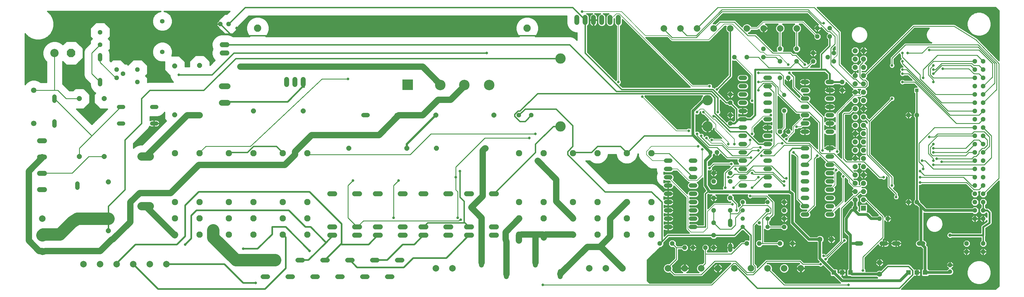
<source format=gbl>
G75*
G70*
%OFA0B0*%
%FSLAX24Y24*%
%IPPOS*%
%LPD*%
%AMOC8*
5,1,8,0,0,1.08239X$1,22.5*
%
%ADD10C,0.0520*%
%ADD11OC8,0.0520*%
%ADD12C,0.0515*%
%ADD13C,0.1000*%
%ADD14OC8,0.1000*%
%ADD15OC8,0.0600*%
%ADD16C,0.0660*%
%ADD17OC8,0.0560*%
%ADD18C,0.0600*%
%ADD19C,0.0594*%
%ADD20C,0.0709*%
%ADD21C,0.1000*%
%ADD22R,0.1266X0.1266*%
%ADD23C,0.1266*%
%ADD24C,0.0520*%
%ADD25C,0.0554*%
%ADD26R,0.0600X0.0600*%
%ADD27C,0.0768*%
%ADD28C,0.1248*%
%ADD29C,0.0787*%
%ADD30OC8,0.0630*%
%ADD31C,0.0630*%
%ADD32R,0.0550X0.0550*%
%ADD33C,0.0886*%
%ADD34C,0.0560*%
%ADD35C,0.0160*%
%ADD36C,0.0317*%
%ADD37C,0.0396*%
%ADD38C,0.0100*%
%ADD39C,0.0200*%
%ADD40R,0.0396X0.0396*%
%ADD41C,0.0750*%
%ADD42C,0.0531*%
%ADD43C,0.0080*%
%ADD44C,0.0250*%
%ADD45C,0.0320*%
%ADD46C,0.1500*%
%ADD47C,0.0240*%
D10*
X007350Y008840D02*
X007350Y009360D01*
X007350Y012840D02*
X007350Y013360D01*
X004600Y020340D02*
X004600Y020860D01*
X004600Y023340D02*
X004600Y023860D01*
X010100Y025340D02*
X010100Y025860D01*
X010100Y028340D02*
X010100Y028860D01*
X041840Y021600D02*
X042360Y021600D01*
X045840Y021600D02*
X046360Y021600D01*
X078340Y016100D02*
X078860Y016100D01*
X081340Y016100D02*
X081860Y016100D01*
X081860Y015100D02*
X081340Y015100D01*
X081340Y014100D02*
X081860Y014100D01*
X078860Y014100D02*
X078340Y014100D01*
X078340Y015100D02*
X078860Y015100D01*
X078860Y013100D02*
X078340Y013100D01*
X078340Y012100D02*
X078860Y012100D01*
X081340Y012100D02*
X081860Y012100D01*
X081860Y011100D02*
X081340Y011100D01*
X078860Y011100D02*
X078340Y011100D01*
X078340Y010100D02*
X078860Y010100D01*
X081340Y010100D02*
X081860Y010100D01*
X081860Y009100D02*
X081340Y009100D01*
X081340Y008100D02*
X081860Y008100D01*
X078860Y008100D02*
X078340Y008100D01*
X078340Y009100D02*
X078860Y009100D01*
X086100Y008860D02*
X086100Y008340D01*
X086100Y005860D02*
X086100Y005340D01*
X094840Y009600D02*
X095360Y009600D01*
X097840Y009600D02*
X098360Y009600D01*
X098360Y010600D02*
X097840Y010600D01*
X097840Y011600D02*
X098360Y011600D01*
X095360Y011600D02*
X094840Y011600D01*
X094840Y010600D02*
X095360Y010600D01*
X095360Y012600D02*
X094840Y012600D01*
X094840Y013600D02*
X095360Y013600D01*
X097840Y013600D02*
X098360Y013600D01*
X098360Y012600D02*
X097840Y012600D01*
X097840Y014600D02*
X098360Y014600D01*
X095360Y014600D02*
X094840Y014600D01*
X094840Y015600D02*
X095360Y015600D01*
X097840Y015600D02*
X098360Y015600D01*
X098360Y016600D02*
X097840Y016600D01*
X095360Y016600D02*
X094840Y016600D01*
X094840Y017600D02*
X095360Y017600D01*
X097840Y017600D02*
X098360Y017600D01*
X098360Y019600D02*
X097840Y019600D01*
X095360Y019600D02*
X094840Y019600D01*
X094840Y020600D02*
X095360Y020600D01*
X097840Y020600D02*
X098360Y020600D01*
X098360Y021600D02*
X097840Y021600D01*
X095360Y021600D02*
X094840Y021600D01*
X094840Y022600D02*
X095360Y022600D01*
X097840Y022600D02*
X098360Y022600D01*
X098360Y023600D02*
X097840Y023600D01*
X097840Y024600D02*
X098360Y024600D01*
X095360Y024600D02*
X094840Y024600D01*
X094840Y023600D02*
X095360Y023600D01*
X090860Y023100D02*
X090340Y023100D01*
X087860Y023100D02*
X087340Y023100D01*
X087340Y022100D02*
X087860Y022100D01*
X090340Y022100D02*
X090860Y022100D01*
X090860Y021100D02*
X090340Y021100D01*
X090340Y020100D02*
X090860Y020100D01*
X090860Y019100D02*
X090340Y019100D01*
X087860Y019100D02*
X087340Y019100D01*
X087340Y018100D02*
X087860Y018100D01*
X090340Y018100D02*
X090860Y018100D01*
X090860Y017100D02*
X090340Y017100D01*
X087860Y017100D02*
X087340Y017100D01*
X087340Y016100D02*
X087860Y016100D01*
X090340Y016100D02*
X090860Y016100D01*
X090860Y015100D02*
X090340Y015100D01*
X090340Y014100D02*
X090860Y014100D01*
X090860Y013100D02*
X090340Y013100D01*
X087860Y013100D02*
X087340Y013100D01*
X087340Y014100D02*
X087860Y014100D01*
X087860Y015100D02*
X087340Y015100D01*
X081860Y013100D02*
X081340Y013100D01*
X087340Y020100D02*
X087860Y020100D01*
X087860Y021100D02*
X087340Y021100D01*
X087340Y024100D02*
X087860Y024100D01*
X090340Y024100D02*
X090860Y024100D01*
X090860Y025100D02*
X090340Y025100D01*
X087860Y025100D02*
X087340Y025100D01*
X087340Y026100D02*
X087860Y026100D01*
X090340Y026100D02*
X090860Y026100D01*
X094840Y025600D02*
X095360Y025600D01*
X097840Y025600D02*
X098360Y025600D01*
X101340Y006100D02*
X101860Y006100D01*
X104340Y006100D02*
X104860Y006100D01*
X105840Y006100D02*
X106360Y006100D01*
X108840Y006100D02*
X109360Y006100D01*
D11*
X114600Y006100D03*
X116600Y006100D03*
X116600Y005100D03*
X114600Y005100D03*
X112600Y003500D03*
X105100Y009100D03*
X104100Y009100D03*
X107600Y011100D03*
X108600Y011100D03*
X092600Y011100D03*
X092600Y010100D03*
X092600Y009100D03*
X092600Y008100D03*
X084100Y005600D03*
X083100Y005600D03*
X081600Y005600D03*
X080600Y005600D03*
X084100Y013600D03*
X086100Y013600D03*
X086100Y014600D03*
X084100Y014600D03*
X084500Y017100D03*
X092100Y019600D03*
X093100Y019600D03*
X086100Y020600D03*
X086100Y021600D03*
X086100Y023100D03*
X086100Y024100D03*
X092100Y026100D03*
X093100Y026100D03*
X096100Y028100D03*
X097850Y028600D03*
X098600Y029100D03*
X096100Y029100D03*
X098600Y028100D03*
X099600Y025600D03*
X099600Y024600D03*
X107600Y021600D03*
X108600Y021600D03*
X090100Y028600D03*
X090100Y029600D03*
X096600Y031100D03*
X098100Y031100D03*
X098100Y032100D03*
X096600Y032100D03*
X025600Y032600D03*
X024600Y032600D03*
X012100Y027100D03*
X012850Y026600D03*
X012100Y026100D03*
D12*
X012343Y022600D02*
X012857Y022600D01*
X016343Y022600D02*
X016857Y022600D01*
X016857Y020600D02*
X016343Y020600D01*
X012857Y020600D02*
X012343Y020600D01*
D13*
X004600Y029100D03*
D14*
X006600Y029100D03*
D15*
X019100Y027550D03*
X022100Y027600D03*
X010600Y023600D03*
X007600Y023600D03*
X019100Y021650D03*
X022100Y021600D03*
X028600Y022100D03*
X034600Y022100D03*
X040100Y017600D03*
X047100Y017600D03*
X050650Y017600D03*
X056550Y017600D03*
X057600Y021600D03*
X050600Y021600D03*
X011100Y013550D03*
X010600Y016600D03*
X007600Y016600D03*
X011100Y007650D03*
X101163Y010395D03*
X101163Y011395D03*
X102163Y011395D03*
X102163Y012395D03*
X101163Y012395D03*
X101163Y013395D03*
X102163Y013395D03*
X102163Y014395D03*
X101163Y014395D03*
X101163Y015395D03*
X102163Y015395D03*
X102163Y016395D03*
X101163Y016395D03*
X101163Y017395D03*
X102163Y017395D03*
X102163Y018395D03*
X101163Y018395D03*
X101163Y019395D03*
X102163Y019395D03*
X102163Y020395D03*
X101163Y020395D03*
X101163Y021395D03*
X102163Y021395D03*
X102163Y022395D03*
X101163Y022395D03*
X101163Y023395D03*
X102163Y023395D03*
X102163Y024395D03*
X101163Y024395D03*
X101163Y025395D03*
X102163Y025395D03*
X102163Y026395D03*
X101163Y026395D03*
X101163Y027395D03*
X102163Y027395D03*
X102163Y028395D03*
X101163Y028395D03*
X101163Y029395D03*
X102163Y029395D03*
D16*
X002100Y024600D03*
X002100Y020600D03*
D17*
X014600Y025600D03*
X014600Y027100D03*
X010100Y030100D03*
X010100Y031600D03*
X060600Y021600D03*
X062100Y021600D03*
X086600Y028600D03*
X088100Y028600D03*
X092100Y028100D03*
X094100Y028100D03*
X094100Y029600D03*
X092100Y029600D03*
X115600Y028100D03*
X116600Y028100D03*
X116600Y027100D03*
X115600Y027100D03*
X115600Y026100D03*
X116600Y026100D03*
X116600Y025100D03*
X115600Y025100D03*
X115600Y024100D03*
X116600Y024100D03*
X116600Y023100D03*
X115600Y023100D03*
X115600Y022100D03*
X116600Y022100D03*
X116600Y021100D03*
X115600Y021100D03*
X115600Y020100D03*
X116600Y020100D03*
X116600Y019100D03*
X115600Y019100D03*
X115600Y018100D03*
X116600Y018100D03*
X116600Y017100D03*
X115600Y017100D03*
X115600Y016100D03*
X116600Y016100D03*
X116600Y015100D03*
X115600Y015100D03*
X115600Y014100D03*
X116600Y014100D03*
X116600Y013100D03*
X115600Y013100D03*
X115600Y012100D03*
X116600Y012100D03*
X116600Y011100D03*
X115600Y011100D03*
X115600Y010100D03*
X116600Y010100D03*
X116600Y009100D03*
X115600Y009100D03*
X093600Y006100D03*
X092100Y006100D03*
X089600Y006100D03*
X088100Y006100D03*
X084100Y007100D03*
X084100Y008600D03*
X084100Y010100D03*
X086100Y010100D03*
X086100Y011600D03*
X084100Y011600D03*
X079100Y006100D03*
X077600Y006100D03*
D18*
X065600Y002700D02*
X065600Y002100D01*
X062600Y003500D02*
X062600Y004100D01*
X059100Y002700D02*
X059100Y002100D01*
X056100Y003500D02*
X056100Y004100D01*
X054900Y007100D02*
X054300Y007100D01*
X052400Y007100D02*
X051800Y007100D01*
X049400Y007100D02*
X048800Y007100D01*
X046900Y007100D02*
X046300Y007100D01*
X043900Y007100D02*
X043300Y007100D01*
X041400Y007100D02*
X040800Y007100D01*
X038400Y007100D02*
X037800Y007100D01*
X037800Y008100D02*
X038400Y008100D01*
X040800Y008100D02*
X041400Y008100D01*
X043300Y008100D02*
X043900Y008100D01*
X046300Y008100D02*
X046900Y008100D01*
X048800Y008100D02*
X049400Y008100D01*
X051800Y008100D02*
X052400Y008100D01*
X054300Y008100D02*
X054900Y008100D01*
X057300Y008100D02*
X057900Y008100D01*
X057900Y007100D02*
X057300Y007100D01*
X057300Y012100D02*
X057900Y012100D01*
X054900Y012100D02*
X054300Y012100D01*
X052400Y012100D02*
X051800Y012100D01*
X049400Y012100D02*
X048800Y012100D01*
X046900Y012100D02*
X046300Y012100D01*
X043900Y012100D02*
X043300Y012100D01*
X041400Y012100D02*
X040800Y012100D01*
X038400Y012100D02*
X037800Y012100D01*
X003400Y012600D02*
X002800Y012600D01*
X002800Y014570D02*
X003400Y014570D01*
X003400Y016550D02*
X002800Y016550D01*
X002800Y018510D02*
X003400Y018510D01*
X032600Y025300D02*
X032600Y025900D01*
X033600Y025900D02*
X033600Y025300D01*
X034600Y025300D02*
X034600Y025900D01*
X067600Y032800D02*
X067600Y033400D01*
X068600Y033400D02*
X068600Y032800D01*
X069600Y032800D02*
X069600Y033400D01*
X070600Y033400D02*
X070600Y032800D01*
X071600Y032800D02*
X071600Y033400D01*
X072600Y033400D02*
X072600Y032800D01*
D19*
X025397Y030100D02*
X024803Y030100D01*
X024803Y029100D02*
X025397Y029100D01*
D20*
X025454Y025100D02*
X024746Y025100D01*
X024746Y023100D02*
X025454Y023100D01*
D21*
X016100Y016600D02*
X015100Y016600D01*
X015100Y010600D02*
X016100Y010600D01*
D22*
X047183Y025293D03*
D23*
X051104Y025234D03*
X054006Y025234D03*
X057006Y025234D03*
D24*
X083700Y017100D03*
X092600Y022150D03*
X092600Y024050D03*
X090600Y011100D03*
X090600Y010100D03*
X090600Y009100D03*
X090600Y008100D03*
X087600Y008100D03*
X087600Y009100D03*
X087600Y010100D03*
X087600Y011100D03*
X112600Y002700D03*
D25*
X017600Y029250D03*
X017600Y032950D03*
D26*
X102163Y010395D03*
D27*
X076576Y011116D03*
X073624Y011116D03*
X070076Y011116D03*
X067124Y011116D03*
X063576Y011116D03*
X060624Y011116D03*
X060624Y009147D03*
X063576Y009147D03*
X067124Y009147D03*
X070076Y009147D03*
X073624Y009147D03*
X076576Y009147D03*
X076576Y007179D03*
X073624Y007179D03*
X070076Y007179D03*
X067124Y007179D03*
X063576Y007179D03*
X060624Y007179D03*
X035076Y007179D03*
X032124Y007179D03*
X028576Y007179D03*
X025624Y007179D03*
X023725Y007725D03*
X022076Y007179D03*
X019124Y007179D03*
X019124Y009147D03*
X022076Y009147D03*
X025624Y009147D03*
X028576Y009147D03*
X032124Y009147D03*
X035076Y009147D03*
X035076Y011116D03*
X032124Y011116D03*
X028576Y011116D03*
X025624Y011116D03*
X022076Y011116D03*
X019124Y011116D03*
X019124Y017021D03*
X022076Y017021D03*
X025624Y017021D03*
X028576Y017021D03*
X032124Y017021D03*
X035076Y017021D03*
X060624Y017021D03*
X063576Y017021D03*
X067124Y017021D03*
X070076Y017021D03*
X073624Y017021D03*
X076576Y017021D03*
D28*
X083340Y020256D03*
X083340Y023405D03*
X065624Y020256D03*
X065624Y028444D03*
D29*
X008100Y003610D03*
X010100Y003610D03*
X012100Y003610D03*
X014100Y003610D03*
X016100Y003610D03*
X018100Y003610D03*
X003110Y005108D03*
X003110Y007108D03*
X003110Y009108D03*
X050592Y003110D03*
X052592Y003110D03*
X069092Y003110D03*
X071092Y003110D03*
X073092Y003110D03*
X078592Y003110D03*
X080592Y003110D03*
X082592Y003110D03*
X084592Y003110D03*
X086592Y003110D03*
X088592Y003110D03*
X090592Y003110D03*
X092592Y003110D03*
X094592Y003110D03*
X094108Y032090D03*
X092108Y032090D03*
X090108Y032090D03*
X088100Y032090D03*
X086100Y032090D03*
X084100Y032090D03*
X082100Y032090D03*
X080100Y032090D03*
X078100Y032090D03*
D30*
X098300Y006600D03*
X104100Y003800D03*
D31*
X104100Y002400D03*
X096900Y006600D03*
D32*
X098600Y002600D03*
X099600Y002600D03*
X100600Y002600D03*
X107600Y002600D03*
X108600Y002600D03*
X109600Y002600D03*
D33*
X061600Y032100D03*
X029100Y032100D03*
D34*
X030920Y004100D02*
X031480Y004100D01*
X033920Y004100D02*
X034480Y004100D01*
X036920Y004100D02*
X037480Y004100D01*
X039920Y004100D02*
X040480Y004100D01*
X042920Y004100D02*
X043480Y004100D01*
X045920Y004100D02*
X046480Y004100D01*
X045280Y002100D02*
X044720Y002100D01*
X042280Y002100D02*
X041720Y002100D01*
X039280Y002100D02*
X038720Y002100D01*
X036280Y002100D02*
X035720Y002100D01*
X033280Y002100D02*
X032720Y002100D01*
X030280Y002100D02*
X029720Y002100D01*
D35*
X011100Y007650D02*
X011100Y009100D01*
X011100Y010600D01*
X013100Y012600D01*
X013100Y018600D01*
X015100Y020600D01*
X015100Y023600D01*
X016100Y024600D01*
X022600Y024600D01*
X026444Y028444D01*
X065624Y028444D01*
X068600Y029100D02*
X072975Y024725D01*
X083975Y024725D01*
X085600Y023100D01*
X086100Y023100D01*
X086850Y022350D01*
X086850Y020975D01*
X086913Y020913D01*
X086570Y021023D02*
X086467Y020920D01*
X086431Y020920D01*
X086291Y021060D01*
X085909Y021060D01*
X085660Y020811D01*
X084801Y021670D01*
X084803Y021671D01*
X084904Y021772D01*
X084959Y021904D01*
X084959Y022046D01*
X084904Y022178D01*
X084880Y022202D01*
X084880Y023424D01*
X085441Y022863D01*
X085544Y022820D01*
X085729Y022820D01*
X085909Y022640D01*
X086164Y022640D01*
X086570Y022234D01*
X086570Y021023D01*
X086569Y021022D02*
X086329Y021022D01*
X086282Y021160D02*
X086540Y021418D01*
X086540Y021600D01*
X086540Y021782D01*
X086282Y022040D01*
X086100Y022040D01*
X086100Y021600D01*
X086100Y021600D01*
X086540Y021600D01*
X086100Y021600D01*
X086100Y021600D01*
X086100Y021600D01*
X085660Y021600D01*
X085660Y021782D01*
X085918Y022040D01*
X086100Y022040D01*
X086100Y021600D01*
X086100Y021160D01*
X086282Y021160D01*
X086303Y021181D02*
X086570Y021181D01*
X086570Y021339D02*
X086461Y021339D01*
X086540Y021498D02*
X086570Y021498D01*
X086570Y021656D02*
X086540Y021656D01*
X086570Y021815D02*
X086508Y021815D01*
X086570Y021973D02*
X086349Y021973D01*
X086100Y021973D02*
X086100Y021973D01*
X086100Y021815D02*
X086100Y021815D01*
X086100Y021656D02*
X086100Y021656D01*
X086100Y021600D02*
X085660Y021600D01*
X085660Y021418D01*
X085918Y021160D01*
X086100Y021160D01*
X086100Y021600D01*
X086100Y021600D01*
X086100Y021498D02*
X086100Y021498D01*
X086100Y021339D02*
X086100Y021339D01*
X086100Y021181D02*
X086100Y021181D01*
X085897Y021181D02*
X085290Y021181D01*
X085132Y021339D02*
X085739Y021339D01*
X085660Y021498D02*
X084973Y021498D01*
X084815Y021656D02*
X085660Y021656D01*
X085692Y021815D02*
X084922Y021815D01*
X084959Y021973D02*
X085851Y021973D01*
X086355Y022449D02*
X084880Y022449D01*
X084880Y022607D02*
X086197Y022607D01*
X085784Y022766D02*
X084880Y022766D01*
X084880Y022924D02*
X085380Y022924D01*
X085221Y023083D02*
X084880Y023083D01*
X084880Y023241D02*
X085063Y023241D01*
X084904Y023400D02*
X084880Y023400D01*
X084600Y023725D02*
X083850Y024475D01*
X072350Y024475D01*
X066725Y030100D01*
X025100Y030100D01*
X024044Y031090D02*
X023813Y030859D01*
X023651Y030577D01*
X023566Y030263D01*
X023566Y029937D01*
X023651Y029623D01*
X023664Y029600D01*
X023651Y029577D01*
X023566Y029263D01*
X023566Y028937D01*
X023651Y028623D01*
X023813Y028341D01*
X023918Y028236D01*
X023340Y027657D01*
X023340Y028114D01*
X022614Y028840D01*
X021586Y028840D01*
X020860Y028114D01*
X020860Y027495D01*
X020340Y027495D01*
X020340Y028064D01*
X019614Y028790D01*
X018737Y028790D01*
X018817Y029089D01*
X018817Y029410D01*
X018734Y029719D01*
X018574Y029997D01*
X018347Y030224D01*
X018070Y030384D01*
X017760Y030467D01*
X017440Y030467D01*
X017130Y030384D01*
X016853Y030224D01*
X016626Y029997D01*
X016466Y029719D01*
X016383Y029410D01*
X016383Y029089D01*
X016466Y028780D01*
X016626Y028502D01*
X016853Y028276D01*
X017130Y028115D01*
X017440Y028032D01*
X017760Y028032D01*
X017860Y028059D01*
X017860Y027036D01*
X018501Y026395D01*
X018501Y026330D01*
X018576Y026051D01*
X018721Y025800D01*
X018901Y025620D01*
X015966Y025620D01*
X015820Y025581D01*
X015820Y026105D01*
X015575Y026350D01*
X015820Y026595D01*
X015820Y027605D01*
X015105Y028320D01*
X014095Y028320D01*
X013461Y027686D01*
X013347Y027800D01*
X013097Y027800D01*
X012597Y028300D01*
X011603Y028300D01*
X011389Y028086D01*
X011299Y028177D01*
X011300Y028182D01*
X011300Y029018D01*
X011218Y029323D01*
X011156Y029431D01*
X011320Y029595D01*
X011320Y030605D01*
X011075Y030850D01*
X011320Y031095D01*
X011320Y032105D01*
X010605Y032820D01*
X009595Y032820D01*
X008880Y032105D01*
X008880Y031095D01*
X009125Y030850D01*
X008880Y030605D01*
X008880Y030280D01*
X008539Y029939D01*
X008261Y029661D01*
X008110Y029297D01*
X008110Y026403D01*
X008261Y026039D01*
X008900Y025400D01*
X008900Y025182D01*
X008982Y024877D01*
X009140Y024603D01*
X009363Y024380D01*
X009530Y024284D01*
X009360Y024114D01*
X009360Y023086D01*
X010086Y022360D01*
X010960Y022360D01*
X009100Y020500D01*
X007240Y022360D01*
X008114Y022360D01*
X008840Y023086D01*
X008840Y024114D01*
X008114Y024840D01*
X007086Y024840D01*
X006836Y024590D01*
X006385Y024590D01*
X005814Y025161D01*
X005590Y025385D01*
X005590Y028054D01*
X005600Y028064D01*
X006004Y027660D01*
X007196Y027660D01*
X008040Y028504D01*
X008040Y029696D01*
X007196Y030540D01*
X006004Y030540D01*
X005600Y030136D01*
X005484Y030252D01*
X005156Y030442D01*
X004790Y030540D01*
X004410Y030540D01*
X004044Y030442D01*
X003716Y030252D01*
X003448Y029984D01*
X003258Y029656D01*
X003160Y029290D01*
X003160Y028910D01*
X003258Y028544D01*
X003448Y028216D01*
X003610Y028054D01*
X003610Y025590D01*
X002906Y025590D01*
X002880Y025616D01*
X002590Y025783D01*
X002267Y025870D01*
X001933Y025870D01*
X001610Y025783D01*
X001320Y025616D01*
X001084Y025380D01*
X001040Y025304D01*
X001040Y031453D01*
X001060Y031418D01*
X001418Y031060D01*
X001857Y030807D01*
X002347Y030676D01*
X002853Y030676D01*
X003343Y030807D01*
X003782Y031060D01*
X004140Y031418D01*
X004393Y031857D01*
X004524Y032347D01*
X004524Y032853D01*
X004393Y033343D01*
X004140Y033782D01*
X003782Y034140D01*
X003753Y034156D01*
X017397Y034156D01*
X017130Y034085D01*
X016853Y033924D01*
X016626Y033698D01*
X016466Y033420D01*
X016383Y033111D01*
X016383Y032790D01*
X016466Y032481D01*
X016626Y032203D01*
X016853Y031976D01*
X017130Y031816D01*
X017440Y031733D01*
X017760Y031733D01*
X018070Y031816D01*
X018347Y031976D01*
X018574Y032203D01*
X018734Y032481D01*
X018817Y032790D01*
X018817Y033111D01*
X018734Y033420D01*
X018574Y033698D01*
X018347Y033924D01*
X018070Y034085D01*
X017803Y034156D01*
X025714Y034156D01*
X025358Y033800D01*
X025103Y033800D01*
X024400Y033097D01*
X024400Y033022D01*
X024160Y032782D01*
X024160Y032600D01*
X024400Y032600D01*
X024400Y032600D01*
X024160Y032600D01*
X024160Y032418D01*
X024400Y032178D01*
X024400Y032103D01*
X025103Y031400D01*
X026097Y031400D01*
X026800Y032103D01*
X026800Y032358D01*
X028022Y033580D01*
X066364Y033580D01*
X066360Y033563D01*
X066360Y032637D01*
X066445Y032321D01*
X066608Y032039D01*
X066839Y031808D01*
X067121Y031645D01*
X067437Y031560D01*
X067580Y031560D01*
X067580Y030687D01*
X067541Y030726D01*
X067351Y030916D01*
X067119Y031050D01*
X066859Y031120D01*
X062576Y031120D01*
X062707Y031251D01*
X062889Y031566D01*
X062983Y031918D01*
X062983Y032282D01*
X062889Y032634D01*
X062707Y032949D01*
X062449Y033207D01*
X062134Y033389D01*
X061782Y033483D01*
X061418Y033483D01*
X061066Y033389D01*
X060751Y033207D01*
X060493Y032949D01*
X060311Y032634D01*
X060217Y032282D01*
X060217Y031918D01*
X060311Y031566D01*
X060493Y031251D01*
X060624Y031120D01*
X030076Y031120D01*
X030207Y031251D01*
X030389Y031566D01*
X030483Y031918D01*
X030483Y032282D01*
X030389Y032634D01*
X030207Y032949D01*
X029949Y033207D01*
X029634Y033389D01*
X029282Y033483D01*
X028918Y033483D01*
X028566Y033389D01*
X028251Y033207D01*
X027993Y032949D01*
X027811Y032634D01*
X027717Y032282D01*
X027717Y031918D01*
X027811Y031566D01*
X027993Y031251D01*
X028124Y031120D01*
X026104Y031120D01*
X025874Y031253D01*
X025560Y031337D01*
X024640Y031337D01*
X024326Y031253D01*
X024044Y031090D01*
X023962Y031008D02*
X011233Y031008D01*
X011320Y031166D02*
X024176Y031166D01*
X024594Y031325D02*
X011320Y031325D01*
X011320Y031483D02*
X025020Y031483D01*
X024861Y031642D02*
X011320Y031642D01*
X011320Y031800D02*
X017190Y031800D01*
X016884Y031959D02*
X011320Y031959D01*
X011308Y032117D02*
X016712Y032117D01*
X016584Y032276D02*
X011150Y032276D01*
X010991Y032434D02*
X016493Y032434D01*
X016436Y032593D02*
X010833Y032593D01*
X010674Y032751D02*
X016393Y032751D01*
X016383Y032910D02*
X004509Y032910D01*
X004524Y032751D02*
X009526Y032751D01*
X009367Y032593D02*
X004524Y032593D01*
X004524Y032434D02*
X009209Y032434D01*
X009050Y032276D02*
X004505Y032276D01*
X004463Y032117D02*
X008892Y032117D01*
X008880Y031959D02*
X004420Y031959D01*
X004360Y031800D02*
X008880Y031800D01*
X008880Y031642D02*
X004269Y031642D01*
X004177Y031483D02*
X008880Y031483D01*
X008880Y031325D02*
X004046Y031325D01*
X003887Y031166D02*
X008880Y031166D01*
X008967Y031008D02*
X003690Y031008D01*
X003416Y030849D02*
X009124Y030849D01*
X008965Y030691D02*
X002909Y030691D01*
X002291Y030691D02*
X001040Y030691D01*
X001040Y030849D02*
X001784Y030849D01*
X001510Y031008D02*
X001040Y031008D01*
X001040Y031166D02*
X001313Y031166D01*
X001154Y031325D02*
X001040Y031325D01*
X001040Y030532D02*
X004381Y030532D01*
X004819Y030532D02*
X005996Y030532D01*
X005837Y030374D02*
X005274Y030374D01*
X005521Y030215D02*
X005679Y030215D01*
X003926Y030374D02*
X001040Y030374D01*
X001040Y030215D02*
X003679Y030215D01*
X003520Y030057D02*
X001040Y030057D01*
X001040Y029898D02*
X003398Y029898D01*
X003306Y029740D02*
X001040Y029740D01*
X001040Y029581D02*
X003238Y029581D01*
X003196Y029423D02*
X001040Y029423D01*
X001040Y029264D02*
X003160Y029264D01*
X003160Y029106D02*
X001040Y029106D01*
X001040Y028947D02*
X003160Y028947D01*
X003193Y028789D02*
X001040Y028789D01*
X001040Y028630D02*
X003235Y028630D01*
X003300Y028472D02*
X001040Y028472D01*
X001040Y028313D02*
X003392Y028313D01*
X003509Y028155D02*
X001040Y028155D01*
X001040Y027996D02*
X003610Y027996D01*
X003610Y027838D02*
X001040Y027838D01*
X001040Y027679D02*
X003610Y027679D01*
X003610Y027521D02*
X001040Y027521D01*
X001040Y027362D02*
X003610Y027362D01*
X003610Y027204D02*
X001040Y027204D01*
X001040Y027045D02*
X003610Y027045D01*
X003610Y026887D02*
X001040Y026887D01*
X001040Y026728D02*
X003610Y026728D01*
X003610Y026570D02*
X001040Y026570D01*
X001040Y026411D02*
X003610Y026411D01*
X003610Y026253D02*
X001040Y026253D01*
X001040Y026094D02*
X003610Y026094D01*
X003610Y025936D02*
X001040Y025936D01*
X001040Y025777D02*
X001599Y025777D01*
X001324Y025619D02*
X001040Y025619D01*
X001040Y025460D02*
X001164Y025460D01*
X002601Y025777D02*
X003610Y025777D01*
X003610Y025619D02*
X002876Y025619D01*
X005590Y025619D02*
X008681Y025619D01*
X008523Y025777D02*
X005590Y025777D01*
X005590Y025936D02*
X008364Y025936D01*
X008238Y026094D02*
X005590Y026094D01*
X005590Y026253D02*
X008172Y026253D01*
X008110Y026411D02*
X005590Y026411D01*
X005590Y026570D02*
X008110Y026570D01*
X008110Y026728D02*
X005590Y026728D01*
X005590Y026887D02*
X008110Y026887D01*
X008110Y027045D02*
X005590Y027045D01*
X005590Y027204D02*
X008110Y027204D01*
X008110Y027362D02*
X005590Y027362D01*
X005590Y027521D02*
X008110Y027521D01*
X008110Y027679D02*
X007216Y027679D01*
X007374Y027838D02*
X008110Y027838D01*
X008110Y027996D02*
X007533Y027996D01*
X007691Y028155D02*
X008110Y028155D01*
X008110Y028313D02*
X007850Y028313D01*
X008008Y028472D02*
X008110Y028472D01*
X008110Y028630D02*
X008040Y028630D01*
X008040Y028789D02*
X008110Y028789D01*
X008110Y028947D02*
X008040Y028947D01*
X008040Y029106D02*
X008110Y029106D01*
X008110Y029264D02*
X008040Y029264D01*
X008040Y029423D02*
X008162Y029423D01*
X008228Y029581D02*
X008040Y029581D01*
X007997Y029740D02*
X008339Y029740D01*
X008498Y029898D02*
X007838Y029898D01*
X007680Y030057D02*
X008656Y030057D01*
X008539Y029939D02*
X008539Y029939D01*
X008815Y030215D02*
X007521Y030215D01*
X007363Y030374D02*
X008880Y030374D01*
X008880Y030532D02*
X007204Y030532D01*
X011076Y030849D02*
X023807Y030849D01*
X023716Y030691D02*
X011235Y030691D01*
X011320Y030532D02*
X023638Y030532D01*
X023596Y030374D02*
X018088Y030374D01*
X018356Y030215D02*
X023566Y030215D01*
X023566Y030057D02*
X018514Y030057D01*
X018631Y029898D02*
X023577Y029898D01*
X023619Y029740D02*
X018723Y029740D01*
X018771Y029581D02*
X023653Y029581D01*
X023609Y029423D02*
X018814Y029423D01*
X018817Y029264D02*
X023567Y029264D01*
X023566Y029106D02*
X018817Y029106D01*
X018779Y028947D02*
X023566Y028947D01*
X023606Y028789D02*
X022665Y028789D01*
X022824Y028630D02*
X023649Y028630D01*
X023738Y028472D02*
X022982Y028472D01*
X023141Y028313D02*
X023841Y028313D01*
X023837Y028155D02*
X023299Y028155D01*
X023340Y027996D02*
X023679Y027996D01*
X023520Y027838D02*
X023340Y027838D01*
X023340Y027679D02*
X023362Y027679D01*
X021218Y028472D02*
X019932Y028472D01*
X019774Y028630D02*
X021376Y028630D01*
X021535Y028789D02*
X019615Y028789D01*
X020091Y028313D02*
X021059Y028313D01*
X020901Y028155D02*
X020249Y028155D01*
X020340Y027996D02*
X020860Y027996D01*
X020860Y027838D02*
X020340Y027838D01*
X020340Y027679D02*
X020860Y027679D01*
X020860Y027521D02*
X020340Y027521D01*
X018010Y026887D02*
X015820Y026887D01*
X015820Y027045D02*
X017860Y027045D01*
X017860Y027204D02*
X015820Y027204D01*
X015820Y027362D02*
X017860Y027362D01*
X017860Y027521D02*
X015820Y027521D01*
X015746Y027679D02*
X017860Y027679D01*
X017860Y027838D02*
X015588Y027838D01*
X015429Y027996D02*
X017860Y027996D01*
X017062Y028155D02*
X015271Y028155D01*
X015112Y028313D02*
X016815Y028313D01*
X016657Y028472D02*
X011300Y028472D01*
X011300Y028630D02*
X016552Y028630D01*
X016463Y028789D02*
X011300Y028789D01*
X011300Y028947D02*
X016421Y028947D01*
X016383Y029106D02*
X011277Y029106D01*
X011234Y029264D02*
X016383Y029264D01*
X016386Y029423D02*
X011161Y029423D01*
X011306Y029581D02*
X016429Y029581D01*
X016477Y029740D02*
X011320Y029740D01*
X011320Y029898D02*
X016569Y029898D01*
X016686Y030057D02*
X011320Y030057D01*
X011320Y030215D02*
X016844Y030215D01*
X017112Y030374D02*
X011320Y030374D01*
X011300Y028313D02*
X014088Y028313D01*
X013929Y028155D02*
X012743Y028155D01*
X012901Y027996D02*
X013771Y027996D01*
X013612Y027838D02*
X013060Y027838D01*
X011457Y028155D02*
X011321Y028155D01*
X015636Y026411D02*
X018485Y026411D01*
X018522Y026253D02*
X015673Y026253D01*
X015820Y026094D02*
X018565Y026094D01*
X018643Y025936D02*
X015820Y025936D01*
X015820Y025777D02*
X018744Y025777D01*
X018327Y026570D02*
X015795Y026570D01*
X015820Y026728D02*
X018168Y026728D01*
X019600Y026475D02*
X023600Y026475D01*
X026225Y029100D01*
X056725Y029100D01*
X060578Y031166D02*
X030122Y031166D01*
X030249Y031325D02*
X060451Y031325D01*
X060359Y031483D02*
X030341Y031483D01*
X030409Y031642D02*
X060291Y031642D01*
X060249Y031800D02*
X030451Y031800D01*
X030483Y031959D02*
X060217Y031959D01*
X060217Y032117D02*
X030483Y032117D01*
X030483Y032276D02*
X060217Y032276D01*
X060258Y032434D02*
X030442Y032434D01*
X030400Y032593D02*
X060300Y032593D01*
X060379Y032751D02*
X030321Y032751D01*
X030229Y032910D02*
X060471Y032910D01*
X060612Y033068D02*
X030088Y033068D01*
X029915Y033227D02*
X060785Y033227D01*
X061060Y033385D02*
X029640Y033385D01*
X028560Y033385D02*
X027828Y033385D01*
X027986Y033544D02*
X066360Y033544D01*
X066360Y033385D02*
X062140Y033385D01*
X062415Y033227D02*
X066360Y033227D01*
X066360Y033068D02*
X062588Y033068D01*
X062729Y032910D02*
X066360Y032910D01*
X066360Y032751D02*
X062821Y032751D01*
X062900Y032593D02*
X066372Y032593D01*
X066414Y032434D02*
X062942Y032434D01*
X062983Y032276D02*
X066471Y032276D01*
X066562Y032117D02*
X062983Y032117D01*
X062983Y031959D02*
X066688Y031959D01*
X066852Y031800D02*
X062951Y031800D01*
X062909Y031642D02*
X067132Y031642D01*
X067580Y031483D02*
X062841Y031483D01*
X062749Y031325D02*
X067580Y031325D01*
X067580Y031166D02*
X062622Y031166D01*
X065725Y031225D02*
X025975Y031225D01*
X024600Y032600D01*
X024287Y032910D02*
X018817Y032910D01*
X018817Y033068D02*
X024400Y033068D01*
X024529Y033227D02*
X018786Y033227D01*
X018744Y033385D02*
X024688Y033385D01*
X024846Y033544D02*
X018663Y033544D01*
X018570Y033702D02*
X025005Y033702D01*
X025418Y033861D02*
X018411Y033861D01*
X018183Y034019D02*
X025577Y034019D01*
X025600Y032600D02*
X027600Y034600D01*
X067100Y034600D01*
X068600Y033100D01*
X068600Y029100D01*
X068880Y029216D02*
X068880Y032375D01*
X068883Y032376D01*
X069024Y032517D01*
X069100Y032701D01*
X069100Y033499D01*
X069024Y033683D01*
X068883Y033824D01*
X068796Y033860D01*
X069462Y033860D01*
X069416Y033845D01*
X069348Y033811D01*
X069287Y033766D01*
X069234Y033713D01*
X069189Y033652D01*
X069155Y033584D01*
X069132Y033512D01*
X069120Y033438D01*
X069120Y033120D01*
X069580Y033120D01*
X069580Y033080D01*
X069620Y033080D01*
X069620Y033120D01*
X070080Y033120D01*
X070080Y033438D01*
X070068Y033512D01*
X070045Y033584D01*
X070011Y033652D01*
X069966Y033713D01*
X069913Y033766D01*
X069852Y033811D01*
X069784Y033845D01*
X069738Y033860D01*
X070404Y033860D01*
X070317Y033824D01*
X070176Y033683D01*
X070100Y033499D01*
X070100Y032701D01*
X070176Y032517D01*
X070317Y032376D01*
X070501Y032300D01*
X070699Y032300D01*
X070883Y032376D01*
X071024Y032517D01*
X071100Y032701D01*
X071176Y032517D01*
X071317Y032376D01*
X071501Y032300D01*
X071699Y032300D01*
X071883Y032376D01*
X072024Y032517D01*
X072100Y032701D01*
X072176Y032517D01*
X072317Y032376D01*
X072360Y032358D01*
X072360Y025867D01*
X072296Y025803D01*
X072295Y025801D01*
X068880Y029216D01*
X068880Y029264D02*
X072360Y029264D01*
X072360Y029106D02*
X068990Y029106D01*
X069149Y028947D02*
X072360Y028947D01*
X072360Y028789D02*
X069307Y028789D01*
X069466Y028630D02*
X072360Y028630D01*
X072360Y028472D02*
X069624Y028472D01*
X069783Y028313D02*
X072360Y028313D01*
X072360Y028155D02*
X069941Y028155D01*
X070100Y027996D02*
X072360Y027996D01*
X072360Y027838D02*
X070258Y027838D01*
X070417Y027679D02*
X072360Y027679D01*
X072360Y027521D02*
X070575Y027521D01*
X070734Y027362D02*
X072360Y027362D01*
X072360Y027204D02*
X070892Y027204D01*
X071051Y027045D02*
X072360Y027045D01*
X072360Y026887D02*
X071209Y026887D01*
X071368Y026728D02*
X072360Y026728D01*
X072360Y026570D02*
X071526Y026570D01*
X071685Y026411D02*
X072360Y026411D01*
X072360Y026253D02*
X071843Y026253D01*
X072002Y026094D02*
X072360Y026094D01*
X072360Y025936D02*
X072160Y025936D01*
X072840Y025936D02*
X080300Y025936D01*
X080142Y026094D02*
X072840Y026094D01*
X072840Y026253D02*
X079983Y026253D01*
X079825Y026411D02*
X072840Y026411D01*
X072840Y026570D02*
X079666Y026570D01*
X079508Y026728D02*
X072840Y026728D01*
X072840Y026887D02*
X079349Y026887D01*
X079191Y027045D02*
X072840Y027045D01*
X072840Y027204D02*
X079032Y027204D01*
X078874Y027362D02*
X072840Y027362D01*
X072840Y027521D02*
X078715Y027521D01*
X078557Y027679D02*
X072840Y027679D01*
X072840Y027838D02*
X078398Y027838D01*
X078240Y027996D02*
X072840Y027996D01*
X072840Y028155D02*
X078081Y028155D01*
X077923Y028313D02*
X072840Y028313D01*
X072840Y028472D02*
X077764Y028472D01*
X077606Y028630D02*
X072840Y028630D01*
X072840Y028789D02*
X077447Y028789D01*
X077289Y028947D02*
X072840Y028947D01*
X072840Y029106D02*
X077130Y029106D01*
X076972Y029264D02*
X072840Y029264D01*
X072840Y029423D02*
X076813Y029423D01*
X076655Y029581D02*
X072840Y029581D01*
X072840Y029740D02*
X076496Y029740D01*
X076338Y029898D02*
X072840Y029898D01*
X072840Y030057D02*
X076179Y030057D01*
X076021Y030215D02*
X072840Y030215D01*
X072840Y030374D02*
X075862Y030374D01*
X075704Y030532D02*
X072840Y030532D01*
X072840Y030691D02*
X075545Y030691D01*
X075387Y030849D02*
X072840Y030849D01*
X072840Y031008D02*
X075228Y031008D01*
X075070Y031166D02*
X072840Y031166D01*
X072840Y031325D02*
X074911Y031325D01*
X074753Y031483D02*
X072840Y031483D01*
X072840Y031642D02*
X074594Y031642D01*
X074436Y031800D02*
X072840Y031800D01*
X072840Y031959D02*
X074277Y031959D01*
X074119Y032117D02*
X072840Y032117D01*
X072840Y032276D02*
X073960Y032276D01*
X073802Y032434D02*
X072941Y032434D01*
X072883Y032376D02*
X073024Y032517D01*
X073100Y032701D01*
X073100Y033136D01*
X081231Y025005D01*
X073091Y025005D01*
X072801Y025295D01*
X072803Y025296D01*
X072904Y025397D01*
X072959Y025529D01*
X072959Y025671D01*
X072904Y025803D01*
X072840Y025867D01*
X072840Y032358D01*
X072883Y032376D01*
X073055Y032593D02*
X073643Y032593D01*
X073485Y032751D02*
X073100Y032751D01*
X073100Y032910D02*
X073326Y032910D01*
X073168Y033068D02*
X073100Y033068D01*
X072100Y033068D02*
X072100Y033068D01*
X072100Y032910D02*
X072100Y032910D01*
X072100Y032751D02*
X072100Y032751D01*
X072100Y032701D02*
X072100Y033261D01*
X072100Y033261D01*
X072100Y032701D01*
X072055Y032593D02*
X072145Y032593D01*
X072259Y032434D02*
X071941Y032434D01*
X072360Y032276D02*
X068880Y032276D01*
X068880Y032117D02*
X072360Y032117D01*
X072360Y031959D02*
X068880Y031959D01*
X068880Y031800D02*
X072360Y031800D01*
X072360Y031642D02*
X068880Y031642D01*
X068880Y031483D02*
X072360Y031483D01*
X072360Y031325D02*
X068880Y031325D01*
X068880Y031166D02*
X072360Y031166D01*
X072360Y031008D02*
X068880Y031008D01*
X068880Y030849D02*
X072360Y030849D01*
X072360Y030691D02*
X068880Y030691D01*
X068880Y030532D02*
X072360Y030532D01*
X072360Y030374D02*
X068880Y030374D01*
X068880Y030215D02*
X072360Y030215D01*
X072360Y030057D02*
X068880Y030057D01*
X068880Y029898D02*
X072360Y029898D01*
X072360Y029740D02*
X068880Y029740D01*
X068880Y029581D02*
X072360Y029581D01*
X072360Y029423D02*
X068880Y029423D01*
X067580Y030691D02*
X067577Y030691D01*
X067580Y030849D02*
X067418Y030849D01*
X067580Y031008D02*
X067193Y031008D01*
X069348Y032389D02*
X069416Y032355D01*
X069488Y032332D01*
X069562Y032320D01*
X069580Y032320D01*
X069580Y033080D01*
X069120Y033080D01*
X069120Y032762D01*
X069132Y032688D01*
X069155Y032616D01*
X069189Y032548D01*
X069234Y032487D01*
X069287Y032434D01*
X068941Y032434D01*
X069055Y032593D02*
X069167Y032593D01*
X069122Y032751D02*
X069100Y032751D01*
X069100Y032910D02*
X069120Y032910D01*
X069120Y033068D02*
X069100Y033068D01*
X069100Y033227D02*
X069120Y033227D01*
X069120Y033385D02*
X069100Y033385D01*
X069082Y033544D02*
X069142Y033544D01*
X069226Y033702D02*
X069005Y033702D01*
X069974Y033702D02*
X070195Y033702D01*
X070118Y033544D02*
X070058Y033544D01*
X070080Y033385D02*
X070100Y033385D01*
X070100Y033227D02*
X070080Y033227D01*
X070080Y033080D02*
X069620Y033080D01*
X069620Y032320D01*
X069638Y032320D01*
X069712Y032332D01*
X069784Y032355D01*
X069852Y032389D01*
X069913Y032434D01*
X070259Y032434D01*
X070145Y032593D02*
X070033Y032593D01*
X070045Y032616D02*
X070068Y032688D01*
X070080Y032762D01*
X070080Y033080D01*
X070080Y033068D02*
X070100Y033068D01*
X070100Y032910D02*
X070080Y032910D01*
X070078Y032751D02*
X070100Y032751D01*
X070045Y032616D02*
X070011Y032548D01*
X069966Y032487D01*
X069913Y032434D01*
X069620Y032434D02*
X069580Y032434D01*
X069580Y032593D02*
X069620Y032593D01*
X069620Y032751D02*
X069580Y032751D01*
X069580Y032910D02*
X069620Y032910D01*
X069620Y033068D02*
X069580Y033068D01*
X069287Y032434D02*
X069348Y032389D01*
X070941Y032434D02*
X071259Y032434D01*
X071145Y032593D02*
X071055Y032593D01*
X071100Y032701D02*
X071100Y033499D01*
X071176Y033683D01*
X071317Y033824D01*
X071404Y033860D01*
X070796Y033860D01*
X070883Y033824D01*
X071024Y033683D01*
X071100Y033499D01*
X071100Y032701D01*
X071100Y032751D02*
X071100Y032751D01*
X071100Y032910D02*
X071100Y032910D01*
X071100Y033068D02*
X071100Y033068D01*
X071100Y033227D02*
X071100Y033227D01*
X071100Y033385D02*
X071100Y033385D01*
X071082Y033544D02*
X071118Y033544D01*
X071195Y033702D02*
X071005Y033702D01*
X072100Y033227D02*
X072100Y033227D01*
X073580Y031609D02*
X079444Y025745D01*
X073699Y025745D01*
X073624Y026024D01*
X073580Y026100D01*
X073580Y031609D01*
X073580Y031483D02*
X073706Y031483D01*
X073580Y031325D02*
X073865Y031325D01*
X074023Y031166D02*
X073580Y031166D01*
X073580Y031008D02*
X074182Y031008D01*
X074340Y030849D02*
X073580Y030849D01*
X073580Y030691D02*
X074499Y030691D01*
X074657Y030532D02*
X073580Y030532D01*
X073580Y030374D02*
X074816Y030374D01*
X074974Y030215D02*
X073580Y030215D01*
X073580Y030057D02*
X075133Y030057D01*
X075291Y029898D02*
X073580Y029898D01*
X073580Y029740D02*
X075450Y029740D01*
X075608Y029581D02*
X073580Y029581D01*
X073580Y029423D02*
X075767Y029423D01*
X075925Y029264D02*
X073580Y029264D01*
X073580Y029106D02*
X076084Y029106D01*
X076242Y028947D02*
X073580Y028947D01*
X073580Y028789D02*
X076401Y028789D01*
X076559Y028630D02*
X073580Y028630D01*
X073580Y028472D02*
X076718Y028472D01*
X076876Y028313D02*
X073580Y028313D01*
X073580Y028155D02*
X077035Y028155D01*
X077193Y027996D02*
X073580Y027996D01*
X073580Y027838D02*
X077352Y027838D01*
X077510Y027679D02*
X073580Y027679D01*
X073580Y027521D02*
X077669Y027521D01*
X077827Y027362D02*
X073580Y027362D01*
X073580Y027204D02*
X077986Y027204D01*
X078144Y027045D02*
X073580Y027045D01*
X073580Y026887D02*
X078303Y026887D01*
X078461Y026728D02*
X073580Y026728D01*
X073580Y026570D02*
X078620Y026570D01*
X078778Y026411D02*
X073580Y026411D01*
X073580Y026253D02*
X078937Y026253D01*
X079095Y026094D02*
X073583Y026094D01*
X073648Y025936D02*
X079254Y025936D01*
X079412Y025777D02*
X073690Y025777D01*
X072959Y025619D02*
X080617Y025619D01*
X080459Y025777D02*
X072915Y025777D01*
X072930Y025460D02*
X080776Y025460D01*
X080934Y025302D02*
X072809Y025302D01*
X072953Y025143D02*
X081093Y025143D01*
X081454Y025460D02*
X084814Y025460D01*
X084656Y025302D02*
X083905Y025302D01*
X083904Y025303D02*
X083803Y025404D01*
X083671Y025459D01*
X083529Y025459D01*
X083397Y025404D01*
X083333Y025340D01*
X081574Y025340D01*
X075929Y030985D01*
X078501Y030985D01*
X078964Y030522D01*
X079052Y030485D01*
X083523Y030485D01*
X083611Y030522D01*
X083678Y030589D01*
X085449Y032360D01*
X085569Y032360D01*
X085506Y032208D01*
X085506Y031972D01*
X085597Y031754D01*
X085764Y031587D01*
X085820Y031564D01*
X085820Y026466D01*
X084438Y025084D01*
X084404Y025084D01*
X084272Y025029D01*
X084171Y024928D01*
X084170Y024926D01*
X084134Y024962D01*
X084031Y025005D01*
X083949Y025005D01*
X083959Y025029D01*
X083959Y025171D01*
X083904Y025303D01*
X083959Y025143D02*
X084497Y025143D01*
X084227Y024985D02*
X084080Y024985D01*
X084475Y024725D02*
X086100Y026350D01*
X086100Y032090D01*
X085506Y032117D02*
X085206Y032117D01*
X085048Y031959D02*
X085512Y031959D01*
X085578Y031800D02*
X084889Y031800D01*
X084731Y031642D02*
X085709Y031642D01*
X085820Y031483D02*
X084572Y031483D01*
X084414Y031325D02*
X085820Y031325D01*
X085820Y031166D02*
X084255Y031166D01*
X084097Y031008D02*
X085820Y031008D01*
X085820Y030849D02*
X083938Y030849D01*
X083780Y030691D02*
X085820Y030691D01*
X085820Y030532D02*
X083621Y030532D01*
X084192Y030057D02*
X085080Y030057D01*
X085080Y030215D02*
X084351Y030215D01*
X084306Y030170D02*
X085080Y030944D01*
X085080Y026772D01*
X084281Y025973D01*
X084275Y025979D01*
X084024Y026124D01*
X083745Y026199D01*
X083455Y026199D01*
X083176Y026124D01*
X083100Y026080D01*
X081881Y026080D01*
X077716Y030245D01*
X078194Y030245D01*
X078545Y029894D01*
X078905Y029745D01*
X083670Y029745D01*
X084030Y029894D01*
X084306Y030170D01*
X084509Y030374D02*
X085080Y030374D01*
X085080Y030532D02*
X084668Y030532D01*
X084826Y030691D02*
X085080Y030691D01*
X085080Y030849D02*
X084985Y030849D01*
X085820Y030374D02*
X076541Y030374D01*
X076382Y030532D02*
X078954Y030532D01*
X078795Y030691D02*
X076224Y030691D01*
X076065Y030849D02*
X078637Y030849D01*
X078224Y030215D02*
X077746Y030215D01*
X077904Y030057D02*
X078383Y030057D01*
X078541Y029898D02*
X078063Y029898D01*
X078221Y029740D02*
X085080Y029740D01*
X085080Y029898D02*
X084034Y029898D01*
X085080Y029581D02*
X078380Y029581D01*
X078538Y029423D02*
X085080Y029423D01*
X085080Y029264D02*
X078697Y029264D01*
X078855Y029106D02*
X085080Y029106D01*
X085080Y028947D02*
X079014Y028947D01*
X079172Y028789D02*
X085080Y028789D01*
X085080Y028630D02*
X079331Y028630D01*
X079489Y028472D02*
X085080Y028472D01*
X085080Y028313D02*
X079648Y028313D01*
X079806Y028155D02*
X085080Y028155D01*
X085080Y027996D02*
X079965Y027996D01*
X080123Y027838D02*
X085080Y027838D01*
X085080Y027679D02*
X080282Y027679D01*
X080440Y027521D02*
X085080Y027521D01*
X085080Y027362D02*
X080599Y027362D01*
X080757Y027204D02*
X085080Y027204D01*
X085080Y027045D02*
X080916Y027045D01*
X081074Y026887D02*
X085080Y026887D01*
X085036Y026728D02*
X081233Y026728D01*
X081391Y026570D02*
X084877Y026570D01*
X084719Y026411D02*
X081550Y026411D01*
X081708Y026253D02*
X084560Y026253D01*
X084402Y026094D02*
X084076Y026094D01*
X083124Y026094D02*
X081867Y026094D01*
X081137Y025777D02*
X085131Y025777D01*
X084973Y025619D02*
X081296Y025619D01*
X080979Y025936D02*
X085290Y025936D01*
X085448Y026094D02*
X080820Y026094D01*
X080662Y026253D02*
X085607Y026253D01*
X085765Y026411D02*
X080503Y026411D01*
X080345Y026570D02*
X085820Y026570D01*
X085820Y026728D02*
X080186Y026728D01*
X080028Y026887D02*
X085820Y026887D01*
X085820Y027045D02*
X079869Y027045D01*
X079711Y027204D02*
X085820Y027204D01*
X085820Y027362D02*
X079552Y027362D01*
X079394Y027521D02*
X085820Y027521D01*
X085820Y027679D02*
X079235Y027679D01*
X079077Y027838D02*
X085820Y027838D01*
X085820Y027996D02*
X078918Y027996D01*
X078760Y028155D02*
X085820Y028155D01*
X085820Y028313D02*
X078601Y028313D01*
X078443Y028472D02*
X085820Y028472D01*
X085820Y028630D02*
X078284Y028630D01*
X078126Y028789D02*
X085820Y028789D01*
X085820Y028947D02*
X077967Y028947D01*
X077809Y029106D02*
X085820Y029106D01*
X085820Y029264D02*
X077650Y029264D01*
X077492Y029423D02*
X085820Y029423D01*
X085820Y029581D02*
X077333Y029581D01*
X077175Y029740D02*
X085820Y029740D01*
X085820Y029898D02*
X077016Y029898D01*
X076858Y030057D02*
X085820Y030057D01*
X085820Y030215D02*
X076699Y030215D01*
X084037Y032684D02*
X085204Y033850D01*
X095371Y033850D01*
X096681Y032540D01*
X096600Y032540D01*
X096600Y032100D01*
X097040Y032100D01*
X097040Y032181D01*
X097708Y031513D01*
X097800Y031475D01*
X097824Y031475D01*
X097640Y031291D01*
X097640Y030909D01*
X097820Y030729D01*
X097820Y030091D01*
X096941Y029212D01*
X096863Y029134D01*
X096820Y029031D01*
X096820Y027420D01*
X095774Y027420D01*
X095994Y027640D01*
X096291Y027640D01*
X096560Y027909D01*
X096560Y028291D01*
X096291Y028560D01*
X095909Y028560D01*
X095640Y028291D01*
X095640Y027994D01*
X095454Y027808D01*
X095404Y027928D01*
X095303Y028029D01*
X095171Y028084D01*
X095095Y028084D01*
X094187Y028992D01*
X094117Y029062D01*
X094025Y029100D01*
X093704Y029100D01*
X093562Y029242D01*
X093492Y029312D01*
X093400Y029350D01*
X092529Y029350D01*
X092580Y029401D01*
X092580Y029799D01*
X092350Y030029D01*
X092350Y031548D01*
X092445Y031587D01*
X092612Y031754D01*
X092702Y031972D01*
X092702Y032208D01*
X092612Y032426D01*
X092445Y032593D01*
X092405Y032610D01*
X093812Y032610D01*
X093772Y032593D01*
X093605Y032426D01*
X093515Y032208D01*
X093515Y031972D01*
X093605Y031754D01*
X093772Y031587D01*
X093850Y031555D01*
X093850Y030029D01*
X093620Y029799D01*
X093620Y029401D01*
X093901Y029120D01*
X094299Y029120D01*
X094580Y029401D01*
X094580Y029799D01*
X094350Y030029D01*
X094350Y031548D01*
X094445Y031587D01*
X094612Y031754D01*
X094702Y031972D01*
X094702Y032208D01*
X094612Y032426D01*
X094445Y032593D01*
X094405Y032610D01*
X094751Y032610D01*
X096140Y031221D01*
X096140Y030909D01*
X096409Y030640D01*
X096791Y030640D01*
X097060Y030909D01*
X097060Y031291D01*
X096791Y031560D01*
X096479Y031560D01*
X094986Y033053D01*
X094898Y033090D01*
X090052Y033090D01*
X089964Y033053D01*
X089897Y032986D01*
X089251Y032340D01*
X088639Y032340D01*
X088603Y032426D01*
X088436Y032593D01*
X088218Y032684D01*
X087982Y032684D01*
X087764Y032593D01*
X087597Y032426D01*
X087532Y032271D01*
X086812Y032992D01*
X086742Y033062D01*
X086650Y033100D01*
X084800Y033100D01*
X084708Y033062D01*
X084638Y032992D01*
X084638Y032992D01*
X084297Y032651D01*
X084218Y032684D01*
X084037Y032684D01*
X084105Y032751D02*
X084397Y032751D01*
X084263Y032910D02*
X084556Y032910D01*
X084422Y033068D02*
X084723Y033068D01*
X084580Y033227D02*
X095995Y033227D01*
X095836Y033385D02*
X084739Y033385D01*
X084897Y033544D02*
X095678Y033544D01*
X095519Y033702D02*
X085056Y033702D01*
X086727Y033068D02*
X089999Y033068D01*
X089820Y032910D02*
X086894Y032910D01*
X087053Y032751D02*
X089662Y032751D01*
X089503Y032593D02*
X088437Y032593D01*
X088596Y032434D02*
X089345Y032434D01*
X090060Y032042D02*
X090156Y032042D01*
X090156Y031517D01*
X090243Y031531D01*
X090329Y031558D01*
X090409Y031599D01*
X090482Y031653D01*
X090546Y031716D01*
X090599Y031789D01*
X090640Y031870D01*
X090668Y031956D01*
X090682Y032042D01*
X090156Y032042D01*
X090156Y032138D01*
X090682Y032138D01*
X090668Y032224D01*
X090640Y032310D01*
X090599Y032391D01*
X090546Y032464D01*
X090482Y032528D01*
X090409Y032581D01*
X090352Y032610D01*
X091812Y032610D01*
X091772Y032593D01*
X091605Y032426D01*
X091515Y032208D01*
X091515Y031972D01*
X091605Y031754D01*
X091772Y031587D01*
X091850Y031555D01*
X091850Y030029D01*
X091620Y029799D01*
X091620Y029401D01*
X091671Y029350D01*
X091329Y029350D01*
X089312Y031367D01*
X089242Y031437D01*
X089150Y031475D01*
X088329Y031475D01*
X088281Y031523D01*
X088436Y031587D01*
X088603Y031754D01*
X088647Y031860D01*
X089398Y031860D01*
X089486Y031897D01*
X089548Y031959D01*
X089549Y031956D01*
X089577Y031870D01*
X089618Y031789D01*
X089671Y031716D01*
X089735Y031653D01*
X089808Y031599D01*
X089888Y031558D01*
X089974Y031531D01*
X090060Y031517D01*
X090060Y032042D01*
X090060Y031959D02*
X090156Y031959D01*
X090156Y032117D02*
X091515Y032117D01*
X091520Y031959D02*
X090668Y031959D01*
X090604Y031800D02*
X091586Y031800D01*
X091717Y031642D02*
X090467Y031642D01*
X090156Y031642D02*
X090060Y031642D01*
X090060Y031800D02*
X090156Y031800D01*
X089750Y031642D02*
X088491Y031642D01*
X088622Y031800D02*
X089612Y031800D01*
X089548Y031959D02*
X089548Y031959D01*
X089354Y031325D02*
X091850Y031325D01*
X091850Y031483D02*
X088321Y031483D01*
X089513Y031166D02*
X091850Y031166D01*
X091850Y031008D02*
X089671Y031008D01*
X089830Y030849D02*
X091850Y030849D01*
X091850Y030691D02*
X089988Y030691D01*
X090147Y030532D02*
X091850Y030532D01*
X091850Y030374D02*
X090305Y030374D01*
X090464Y030215D02*
X091850Y030215D01*
X091850Y030057D02*
X090622Y030057D01*
X090781Y029898D02*
X091719Y029898D01*
X091620Y029740D02*
X090939Y029740D01*
X091098Y029581D02*
X091620Y029581D01*
X091620Y029423D02*
X091256Y029423D01*
X092481Y029898D02*
X093719Y029898D01*
X093620Y029740D02*
X092580Y029740D01*
X092580Y029581D02*
X093620Y029581D01*
X093620Y029423D02*
X092580Y029423D01*
X093540Y029264D02*
X093757Y029264D01*
X093698Y029106D02*
X095660Y029106D01*
X095660Y029100D02*
X096100Y029100D01*
X096100Y029100D01*
X096100Y029540D01*
X096282Y029540D01*
X096540Y029282D01*
X096540Y029100D01*
X096100Y029100D01*
X096100Y029100D01*
X096100Y029100D01*
X096100Y029540D01*
X096100Y029300D01*
X096100Y029300D01*
X096100Y029540D01*
X096248Y029540D01*
X096284Y029601D01*
X096474Y029791D01*
X096583Y029900D01*
X096103Y029900D01*
X095400Y030603D01*
X095400Y030914D01*
X095109Y031205D01*
X095090Y031186D01*
X095090Y030335D01*
X095320Y030105D01*
X095320Y029095D01*
X095225Y029000D01*
X095264Y028961D01*
X095603Y029300D01*
X095678Y029300D01*
X095918Y029540D01*
X095660Y029282D01*
X095660Y029100D01*
X095660Y028918D01*
X095918Y028660D01*
X096100Y028660D01*
X096282Y028660D01*
X096540Y028918D01*
X096540Y029100D01*
X096100Y029100D01*
X096100Y028660D01*
X096100Y029100D01*
X096100Y029100D01*
X095660Y029100D01*
X095660Y028947D02*
X094232Y028947D01*
X094390Y028789D02*
X095789Y028789D01*
X096100Y028789D02*
X096100Y028789D01*
X096100Y028947D02*
X096100Y028947D01*
X096100Y029106D02*
X096100Y029106D01*
X096100Y029264D02*
X096100Y029264D01*
X096100Y029423D02*
X096100Y029423D01*
X096100Y029423D01*
X096100Y029540D02*
X095918Y029540D01*
X096100Y029540D01*
X096272Y029581D02*
X095320Y029581D01*
X095320Y029423D02*
X095800Y029423D01*
X094580Y029423D01*
X094580Y029581D02*
X097310Y029581D01*
X097152Y029423D02*
X096400Y029423D01*
X096540Y029264D02*
X096993Y029264D01*
X096851Y029106D02*
X096540Y029106D01*
X096540Y028947D02*
X096820Y028947D01*
X096820Y028789D02*
X096411Y028789D01*
X096379Y028472D02*
X096820Y028472D01*
X096820Y028630D02*
X094549Y028630D01*
X094707Y028472D02*
X095821Y028472D01*
X095663Y028313D02*
X094866Y028313D01*
X095024Y028155D02*
X095640Y028155D01*
X095640Y027996D02*
X095336Y027996D01*
X095442Y027838D02*
X095484Y027838D01*
X095874Y027521D02*
X096820Y027521D01*
X096820Y027679D02*
X096330Y027679D01*
X096488Y027838D02*
X096820Y027838D01*
X096820Y027996D02*
X096560Y027996D01*
X096560Y028155D02*
X096820Y028155D01*
X096820Y028313D02*
X096537Y028313D01*
X097100Y028975D02*
X097100Y027100D01*
X097467Y026780D02*
X097780Y026467D01*
X097780Y026060D01*
X097748Y026060D01*
X097579Y025990D01*
X097450Y025861D01*
X097380Y025691D01*
X097380Y025508D01*
X097450Y025339D01*
X097579Y025210D01*
X097748Y025140D01*
X098451Y025140D01*
X098621Y025210D01*
X098691Y025280D01*
X099269Y025280D01*
X099409Y025140D01*
X099791Y025140D01*
X100060Y025409D01*
X100060Y025536D01*
X100833Y024763D01*
X100847Y024758D01*
X100683Y024594D01*
X100683Y024415D01*
X101143Y024415D01*
X101143Y024375D01*
X100683Y024375D01*
X100683Y024196D01*
X100833Y024047D01*
X098772Y021986D01*
X098735Y021898D01*
X098735Y021876D01*
X098621Y021990D01*
X098451Y022060D01*
X097748Y022060D01*
X097579Y021990D01*
X097450Y021861D01*
X097380Y021691D01*
X097380Y021549D01*
X095670Y023259D01*
X095750Y023339D01*
X095820Y023508D01*
X095820Y023691D01*
X095750Y023861D01*
X095621Y023990D01*
X095451Y024060D01*
X094994Y024060D01*
X094914Y024140D01*
X095451Y024140D01*
X095621Y024210D01*
X095750Y024339D01*
X095820Y024508D01*
X095820Y024691D01*
X095750Y024861D01*
X095621Y024990D01*
X095451Y025060D01*
X094748Y025060D01*
X094579Y024990D01*
X094450Y024861D01*
X094380Y024691D01*
X094380Y024674D01*
X093975Y025079D01*
X093975Y026275D01*
X093937Y026367D01*
X093584Y026720D01*
X093584Y026780D01*
X097467Y026780D01*
X097519Y026728D02*
X093584Y026728D01*
X093734Y026570D02*
X097678Y026570D01*
X097780Y026411D02*
X093893Y026411D01*
X093975Y026253D02*
X097780Y026253D01*
X097780Y026094D02*
X093975Y026094D01*
X093975Y025936D02*
X094553Y025936D01*
X094504Y025887D01*
X094464Y025831D01*
X094432Y025769D01*
X094411Y025703D01*
X094400Y025635D01*
X094400Y025600D01*
X095100Y025600D01*
X097100Y025600D01*
X098100Y024600D01*
X098100Y024600D01*
X098100Y025040D01*
X098395Y025040D01*
X098463Y025029D01*
X098529Y025008D01*
X098591Y024976D01*
X098647Y024936D01*
X098696Y024887D01*
X098736Y024831D01*
X098768Y024769D01*
X098789Y024703D01*
X098800Y024635D01*
X098800Y024600D01*
X098100Y024600D01*
X098100Y024600D01*
X098100Y024160D01*
X098395Y024160D01*
X098463Y024171D01*
X098529Y024192D01*
X098591Y024224D01*
X098647Y024264D01*
X098696Y024313D01*
X098736Y024369D01*
X098768Y024431D01*
X098789Y024497D01*
X098800Y024565D01*
X098800Y024600D01*
X098100Y024600D01*
X098100Y024600D01*
X098100Y024600D01*
X097400Y024600D01*
X097400Y024635D01*
X097411Y024703D01*
X097432Y024769D01*
X097464Y024831D01*
X097504Y024887D01*
X097553Y024936D01*
X097609Y024976D01*
X097671Y025008D01*
X097737Y025029D01*
X097805Y025040D01*
X098100Y025040D01*
X098100Y024600D01*
X098100Y024160D01*
X097805Y024160D01*
X097737Y024171D01*
X097671Y024192D01*
X097609Y024224D01*
X097553Y024264D01*
X097504Y024313D01*
X097464Y024369D01*
X097432Y024431D01*
X097411Y024497D01*
X097400Y024565D01*
X097400Y024600D01*
X098100Y024600D01*
X098100Y024668D02*
X098100Y024668D01*
X098100Y024826D02*
X098100Y024826D01*
X098100Y024985D02*
X098100Y024985D01*
X098459Y025143D02*
X099406Y025143D01*
X099418Y025040D02*
X099160Y024782D01*
X099160Y024600D01*
X099600Y024600D01*
X099600Y024600D01*
X099600Y025040D01*
X099782Y025040D01*
X100040Y024782D01*
X100040Y024600D01*
X099600Y024600D01*
X099600Y024600D01*
X099600Y024600D01*
X099600Y025040D01*
X099418Y025040D01*
X099362Y024985D02*
X098574Y024985D01*
X098739Y024826D02*
X099204Y024826D01*
X099160Y024668D02*
X098795Y024668D01*
X098791Y024509D02*
X099160Y024509D01*
X099160Y024600D02*
X099160Y024418D01*
X099418Y024160D01*
X099600Y024160D01*
X099782Y024160D01*
X100040Y024418D01*
X100040Y024600D01*
X099600Y024600D01*
X099600Y024160D01*
X099600Y024600D01*
X099600Y024600D01*
X099160Y024600D01*
X099227Y024351D02*
X098723Y024351D01*
X098528Y024192D02*
X099386Y024192D01*
X099600Y024192D02*
X099600Y024192D01*
X099600Y024351D02*
X099600Y024351D01*
X099600Y024509D02*
X099600Y024509D01*
X099600Y024668D02*
X099600Y024668D01*
X099600Y024826D02*
X099600Y024826D01*
X099600Y024985D02*
X099600Y024985D01*
X099838Y024985D02*
X100612Y024985D01*
X100453Y025143D02*
X099794Y025143D01*
X099952Y025302D02*
X100295Y025302D01*
X100136Y025460D02*
X100060Y025460D01*
X097741Y025143D02*
X093975Y025143D01*
X093975Y025302D02*
X094516Y025302D01*
X094504Y025313D02*
X094553Y025264D01*
X094609Y025224D01*
X094671Y025192D01*
X094737Y025171D01*
X094805Y025160D01*
X095100Y025160D01*
X095395Y025160D01*
X095463Y025171D01*
X095529Y025192D01*
X095591Y025224D01*
X095647Y025264D01*
X095696Y025313D01*
X095736Y025369D01*
X095768Y025431D01*
X095789Y025497D01*
X095800Y025565D01*
X095800Y025600D01*
X095800Y025635D01*
X095789Y025703D01*
X095768Y025769D01*
X095736Y025831D01*
X095696Y025887D01*
X095647Y025936D01*
X095591Y025976D01*
X095529Y026008D01*
X095463Y026029D01*
X095395Y026040D01*
X095100Y026040D01*
X095100Y025600D01*
X095100Y025600D01*
X095800Y025600D01*
X095100Y025600D01*
X095100Y025600D01*
X095100Y025160D01*
X095100Y025600D01*
X095100Y025600D01*
X095100Y025600D01*
X095100Y026040D01*
X095100Y025800D01*
X095100Y025800D01*
X095100Y026040D01*
X095395Y026040D01*
X095463Y026029D01*
X095529Y026008D01*
X095591Y025976D01*
X095647Y025936D01*
X095696Y025887D01*
X095736Y025831D01*
X095768Y025769D01*
X095781Y025730D01*
X095823Y025718D01*
X096097Y025560D01*
X096320Y025337D01*
X096478Y025063D01*
X096560Y024758D01*
X096560Y024442D01*
X096478Y024137D01*
X096457Y024100D01*
X096478Y024063D01*
X096560Y023758D01*
X096560Y023442D01*
X096554Y023421D01*
X096679Y023296D01*
X096640Y023442D01*
X096640Y023758D01*
X096722Y024063D01*
X096880Y024337D01*
X097103Y024560D01*
X097172Y024600D01*
X097103Y024640D01*
X096880Y024863D01*
X096722Y025137D01*
X096640Y025442D01*
X096640Y025758D01*
X096716Y026040D01*
X094715Y026040D01*
X094715Y026022D01*
X094737Y026029D01*
X094671Y026008D01*
X094609Y025976D01*
X094553Y025936D01*
X094436Y025777D02*
X093975Y025777D01*
X093975Y025619D02*
X094400Y025619D01*
X094400Y025600D02*
X094400Y025565D01*
X094411Y025497D01*
X094432Y025431D01*
X094464Y025369D01*
X094504Y025313D01*
X094423Y025460D02*
X093975Y025460D01*
X094400Y025600D02*
X095100Y025600D01*
X095100Y025619D02*
X095100Y025619D01*
X095100Y025777D02*
X095100Y025777D01*
X095100Y025936D02*
X095100Y025936D01*
X095100Y025936D01*
X095100Y026040D02*
X094805Y026040D01*
X094737Y026029D01*
X094805Y026040D01*
X095100Y026040D01*
X095647Y025936D02*
X097525Y025936D01*
X097415Y025777D02*
X095764Y025777D01*
X096645Y025777D01*
X096640Y025619D02*
X095996Y025619D01*
X095800Y025619D02*
X097380Y025619D01*
X097400Y025460D02*
X095777Y025460D01*
X095684Y025302D02*
X097488Y025302D01*
X097626Y024985D02*
X095626Y024985D01*
X095764Y024826D02*
X097461Y024826D01*
X097405Y024668D02*
X095820Y024668D01*
X095820Y024509D02*
X097409Y024509D01*
X097477Y024351D02*
X095755Y024351D01*
X095577Y024192D02*
X097672Y024192D01*
X097748Y024060D02*
X097579Y023990D01*
X097450Y023861D01*
X097380Y023691D01*
X097380Y023508D01*
X097450Y023339D01*
X097579Y023210D01*
X097748Y023140D01*
X098451Y023140D01*
X098621Y023210D01*
X098750Y023339D01*
X098820Y023508D01*
X098820Y023691D01*
X098750Y023861D01*
X098621Y023990D01*
X098451Y024060D01*
X097748Y024060D01*
X097685Y024034D02*
X095515Y024034D01*
X095735Y023875D02*
X097464Y023875D01*
X097390Y023717D02*
X095810Y023717D01*
X095820Y023558D02*
X097380Y023558D01*
X097425Y023400D02*
X095775Y023400D01*
X095688Y023241D02*
X097548Y023241D01*
X097671Y023008D02*
X097609Y022976D01*
X097553Y022936D01*
X097504Y022887D01*
X097464Y022831D01*
X097432Y022769D01*
X097411Y022703D01*
X097400Y022635D01*
X097400Y022600D01*
X098100Y022600D01*
X098100Y022600D01*
X098100Y023040D01*
X098395Y023040D01*
X098463Y023029D01*
X098529Y023008D01*
X098591Y022976D01*
X098647Y022936D01*
X098696Y022887D01*
X098736Y022831D01*
X098768Y022769D01*
X098789Y022703D01*
X098800Y022635D01*
X098800Y022600D01*
X098100Y022600D01*
X098100Y022600D01*
X098100Y022160D01*
X098395Y022160D01*
X098463Y022171D01*
X098529Y022192D01*
X098591Y022224D01*
X098647Y022264D01*
X098696Y022313D01*
X098736Y022369D01*
X098768Y022431D01*
X098789Y022497D01*
X098800Y022565D01*
X098800Y022600D01*
X098100Y022600D01*
X098100Y022600D01*
X098100Y022600D01*
X098100Y023040D01*
X097805Y023040D01*
X097737Y023029D01*
X097671Y023008D01*
X097542Y022924D02*
X096005Y022924D01*
X096163Y022766D02*
X097431Y022766D01*
X097400Y022607D02*
X096322Y022607D01*
X096480Y022449D02*
X097427Y022449D01*
X097432Y022431D02*
X097464Y022369D01*
X097504Y022313D01*
X097553Y022264D01*
X097609Y022224D01*
X097671Y022192D01*
X097737Y022171D01*
X097805Y022160D01*
X098100Y022160D01*
X098100Y022600D01*
X097400Y022600D01*
X097400Y022565D01*
X097411Y022497D01*
X097432Y022431D01*
X097528Y022290D02*
X096639Y022290D01*
X096797Y022132D02*
X098917Y022132D01*
X098766Y021973D02*
X098638Y021973D01*
X098672Y022290D02*
X099076Y022290D01*
X099234Y022449D02*
X098773Y022449D01*
X098800Y022607D02*
X099393Y022607D01*
X099551Y022766D02*
X098769Y022766D01*
X098658Y022924D02*
X099710Y022924D01*
X099868Y023083D02*
X095846Y023083D01*
X096576Y023400D02*
X096651Y023400D01*
X096640Y023558D02*
X096560Y023558D01*
X096560Y023717D02*
X096640Y023717D01*
X096671Y023875D02*
X096529Y023875D01*
X096486Y024034D02*
X096714Y024034D01*
X096796Y024192D02*
X096493Y024192D01*
X096535Y024351D02*
X096893Y024351D01*
X097052Y024509D02*
X096560Y024509D01*
X096560Y024668D02*
X097075Y024668D01*
X096917Y024826D02*
X096542Y024826D01*
X096499Y024985D02*
X096810Y024985D01*
X096720Y025143D02*
X096432Y025143D01*
X096341Y025302D02*
X096678Y025302D01*
X096640Y025460D02*
X096197Y025460D01*
X096688Y025936D02*
X095647Y025936D01*
X095100Y025460D02*
X095100Y025460D01*
X095100Y025302D02*
X095100Y025302D01*
X094574Y024985D02*
X094069Y024985D01*
X094228Y024826D02*
X094436Y024826D01*
X093996Y024351D02*
X093828Y024351D01*
X093837Y024509D02*
X093670Y024509D01*
X093679Y024668D02*
X093511Y024668D01*
X093583Y024763D02*
X094468Y023878D01*
X094450Y023861D01*
X094411Y023767D01*
X092725Y025454D01*
X092725Y025853D01*
X092918Y025660D01*
X093100Y025660D01*
X093282Y025660D01*
X093475Y025853D01*
X093475Y024925D01*
X093513Y024833D01*
X093583Y024763D01*
X093520Y024826D02*
X093353Y024826D01*
X093475Y024985D02*
X093194Y024985D01*
X093036Y025143D02*
X093475Y025143D01*
X093475Y025302D02*
X092877Y025302D01*
X092725Y025460D02*
X093475Y025460D01*
X093475Y025619D02*
X092725Y025619D01*
X092725Y025777D02*
X092801Y025777D01*
X093100Y025777D02*
X093100Y025777D01*
X093100Y025660D02*
X093100Y026100D01*
X093100Y026100D01*
X093100Y025660D01*
X093100Y025936D02*
X093100Y025936D01*
X093100Y026094D02*
X093100Y026094D01*
X093399Y025777D02*
X093475Y025777D01*
X098100Y024509D02*
X098100Y024509D01*
X098100Y024351D02*
X098100Y024351D01*
X098100Y024192D02*
X098100Y024192D01*
X098515Y024034D02*
X100819Y024034D01*
X100687Y024192D02*
X099814Y024192D01*
X099973Y024351D02*
X100683Y024351D01*
X100683Y024509D02*
X100040Y024509D01*
X100040Y024668D02*
X100756Y024668D01*
X100770Y024826D02*
X099996Y024826D01*
X101183Y024415D02*
X101643Y024415D01*
X101643Y024594D01*
X101512Y024725D01*
X101786Y024725D01*
X101663Y024602D01*
X101663Y024252D01*
X101643Y024232D01*
X101643Y024375D01*
X101183Y024375D01*
X101183Y024415D01*
X101570Y024668D02*
X101728Y024668D01*
X101663Y024509D02*
X101643Y024509D01*
X101643Y024351D02*
X101663Y024351D01*
X102370Y023895D02*
X102663Y024188D01*
X102663Y024602D01*
X102497Y024768D01*
X102562Y024833D01*
X102812Y025083D01*
X102850Y025175D01*
X102850Y025650D01*
X102812Y025742D01*
X102742Y025812D01*
X102514Y026039D01*
X102663Y026188D01*
X102663Y026434D01*
X108329Y032100D01*
X110065Y032100D01*
X109905Y031940D01*
X109770Y031707D01*
X109701Y031447D01*
X109701Y031178D01*
X109770Y030918D01*
X109905Y030685D01*
X110095Y030495D01*
X110328Y030361D01*
X110368Y030350D01*
X107175Y030350D01*
X107083Y030312D01*
X107013Y030242D01*
X105388Y028617D01*
X105350Y028525D01*
X105350Y027857D01*
X105296Y027803D01*
X105241Y027671D01*
X105241Y027529D01*
X105296Y027397D01*
X105397Y027296D01*
X105529Y027241D01*
X105671Y027241D01*
X105803Y027296D01*
X105904Y027397D01*
X105959Y027529D01*
X105959Y027671D01*
X105904Y027803D01*
X105850Y027857D01*
X105850Y028371D01*
X106496Y029017D01*
X106546Y028897D01*
X106600Y028843D01*
X106600Y028550D01*
X106638Y028458D01*
X106679Y028417D01*
X106647Y028404D01*
X106546Y028303D01*
X106491Y028171D01*
X106491Y028029D01*
X106546Y027897D01*
X106600Y027843D01*
X106600Y027800D01*
X106638Y027708D01*
X106888Y027459D01*
X106779Y027459D01*
X106647Y027404D01*
X106546Y027303D01*
X106491Y027171D01*
X106491Y027029D01*
X106546Y026897D01*
X106593Y026850D01*
X106546Y026803D01*
X106491Y026671D01*
X106491Y026529D01*
X106546Y026397D01*
X106647Y026296D01*
X106779Y026241D01*
X106921Y026241D01*
X107053Y026296D01*
X107107Y026350D01*
X107496Y026350D01*
X107996Y025850D01*
X107107Y025850D01*
X107053Y025904D01*
X106921Y025959D01*
X106779Y025959D01*
X106647Y025904D01*
X106546Y025803D01*
X106491Y025671D01*
X106491Y025529D01*
X106546Y025397D01*
X106647Y025296D01*
X106779Y025241D01*
X106921Y025241D01*
X107053Y025296D01*
X107107Y025350D01*
X108246Y025350D01*
X108598Y024998D01*
X108319Y024998D01*
X108202Y024881D01*
X108202Y024319D01*
X108319Y024202D01*
X108320Y024202D01*
X108320Y021971D01*
X108140Y021791D01*
X108140Y021409D01*
X108280Y021269D01*
X108280Y011431D01*
X108140Y011291D01*
X108140Y010909D01*
X108409Y010640D01*
X108551Y010640D01*
X108740Y010451D01*
X108740Y006556D01*
X108579Y006490D01*
X108450Y006361D01*
X108380Y006191D01*
X108380Y006008D01*
X108450Y005839D01*
X108579Y005710D01*
X108748Y005640D01*
X109051Y005640D01*
X109240Y005451D01*
X109240Y003073D01*
X109125Y002958D01*
X109125Y002242D01*
X109242Y002125D01*
X109958Y002125D01*
X110073Y002240D01*
X112691Y002240D01*
X112861Y002310D01*
X112990Y002439D01*
X113060Y002608D01*
X113060Y002791D01*
X112990Y002961D01*
X112861Y003090D01*
X112826Y003104D01*
X113040Y003318D01*
X113040Y003500D01*
X113040Y003682D01*
X112782Y003940D01*
X112600Y003940D01*
X112600Y003500D01*
X112600Y003500D01*
X113040Y003500D01*
X112600Y003500D01*
X112600Y003500D01*
X112600Y003500D01*
X112160Y003500D01*
X112160Y003682D01*
X112418Y003940D01*
X112600Y003940D01*
X112600Y003900D01*
X112600Y003900D01*
X112600Y003940D01*
X112782Y003940D01*
X112846Y003876D01*
X113063Y003818D01*
X113337Y003660D01*
X113560Y003437D01*
X113718Y003163D01*
X113800Y002858D01*
X113800Y002542D01*
X113718Y002237D01*
X113560Y001963D01*
X113337Y001740D01*
X113063Y001582D01*
X112758Y001500D01*
X110340Y001500D01*
X110062Y001385D01*
X109138Y001385D01*
X108793Y001528D01*
X108757Y001564D01*
X108726Y001534D01*
X108726Y001534D01*
X108232Y001040D01*
X114953Y001040D01*
X114918Y001060D01*
X114560Y001418D01*
X114307Y001857D01*
X114176Y002347D01*
X114176Y002853D01*
X114307Y003343D01*
X114560Y003782D01*
X114918Y004140D01*
X115357Y004393D01*
X115847Y004524D01*
X116353Y004524D01*
X116843Y004393D01*
X117282Y004140D01*
X117640Y003782D01*
X117893Y003343D01*
X118024Y002853D01*
X118024Y002347D01*
X117893Y001857D01*
X117640Y001418D01*
X117282Y001060D01*
X117246Y001040D01*
X118030Y001040D01*
X118030Y007779D01*
X118025Y007776D01*
X118001Y007752D01*
X117910Y007699D01*
X117660Y007533D01*
X117660Y006960D01*
X117620Y006811D01*
X117620Y006777D01*
X117800Y006597D01*
X117800Y005603D01*
X117097Y004900D01*
X117022Y004900D01*
X116782Y004660D01*
X117040Y004918D01*
X117040Y005100D01*
X117040Y005282D01*
X116782Y005540D01*
X116600Y005540D01*
X116600Y005100D01*
X116600Y005100D01*
X117040Y005100D01*
X116600Y005100D01*
X116600Y005100D01*
X116600Y005100D01*
X116160Y005100D01*
X116160Y005282D01*
X116418Y005540D01*
X116600Y005540D01*
X116600Y005100D01*
X116600Y004660D01*
X116782Y004660D01*
X116600Y004660D01*
X116600Y004900D01*
X116600Y004900D01*
X116600Y004660D01*
X116600Y005100D01*
X116600Y005100D01*
X116160Y005100D01*
X116160Y004918D01*
X116418Y004660D01*
X116600Y004660D01*
X116418Y004660D01*
X116178Y004900D01*
X116103Y004900D01*
X115600Y005403D01*
X115097Y004900D01*
X115022Y004900D01*
X114782Y004660D01*
X115040Y004918D01*
X115040Y005100D01*
X115040Y005282D01*
X114782Y005540D01*
X114600Y005540D01*
X114600Y005100D01*
X114600Y005100D01*
X115040Y005100D01*
X114600Y005100D01*
X114600Y005100D01*
X114600Y005100D01*
X114160Y005100D01*
X114160Y005282D01*
X114418Y005540D01*
X114600Y005540D01*
X114600Y005100D01*
X114600Y004660D01*
X114782Y004660D01*
X114600Y004660D01*
X114600Y004900D01*
X114600Y004900D01*
X114600Y004660D01*
X114600Y005100D01*
X114600Y005100D01*
X114160Y005100D01*
X114160Y004918D01*
X114418Y004660D01*
X114600Y004660D01*
X114418Y004660D01*
X114178Y004900D01*
X114103Y004900D01*
X113400Y005603D01*
X113400Y006040D01*
X113040Y006040D01*
X113039Y006039D01*
X112750Y005962D01*
X112450Y005962D01*
X112161Y006039D01*
X111901Y006189D01*
X111689Y006401D01*
X111539Y006661D01*
X111462Y006950D01*
X111462Y007195D01*
X111294Y007098D01*
X110917Y006997D01*
X110527Y006997D01*
X110200Y007084D01*
X110200Y006957D01*
X110320Y006837D01*
X110478Y006563D01*
X110560Y006258D01*
X110560Y006137D01*
X110625Y006025D01*
X110700Y005745D01*
X110700Y003700D01*
X111932Y003700D01*
X112137Y003818D01*
X112354Y003876D01*
X112418Y003940D01*
X112600Y003940D01*
X112600Y003500D01*
X112160Y003500D01*
X112160Y003318D01*
X112374Y003104D01*
X112339Y003090D01*
X112210Y002961D01*
X112210Y002960D01*
X110073Y002960D01*
X109960Y003073D01*
X109960Y005672D01*
X109905Y005804D01*
X109785Y005924D01*
X109820Y006008D01*
X109820Y006191D01*
X109750Y006361D01*
X109621Y006490D01*
X109460Y006556D01*
X109460Y009768D01*
X109528Y009740D01*
X115281Y009740D01*
X115401Y009620D01*
X115799Y009620D01*
X116080Y009901D01*
X116080Y010299D01*
X115799Y010580D01*
X115401Y010580D01*
X115281Y010460D01*
X109749Y010460D01*
X109405Y010804D01*
X109060Y011149D01*
X109060Y011291D01*
X108920Y011431D01*
X108920Y013116D01*
X109046Y013116D01*
X109178Y013171D01*
X109232Y013225D01*
X114496Y013225D01*
X115263Y012458D01*
X115271Y012450D01*
X115120Y012299D01*
X115120Y011901D01*
X115401Y011620D01*
X115799Y011620D01*
X116080Y011901D01*
X116080Y012299D01*
X116029Y012350D01*
X116150Y012350D01*
X116186Y012365D01*
X116120Y012299D01*
X116120Y011901D01*
X116401Y011620D01*
X116799Y011620D01*
X117080Y011901D01*
X117080Y012226D01*
X118490Y013637D01*
X118490Y000990D01*
X118100Y000600D01*
X106746Y000600D01*
X108259Y002113D01*
X108293Y002147D01*
X108301Y002145D01*
X108600Y002145D01*
X108899Y002145D01*
X108944Y002157D01*
X108986Y002181D01*
X109019Y002214D01*
X109043Y002256D01*
X109055Y002301D01*
X109055Y002600D01*
X109055Y002899D01*
X109043Y002944D01*
X109019Y002986D01*
X108986Y003019D01*
X108944Y003043D01*
X108899Y003055D01*
X108600Y003055D01*
X108600Y002600D01*
X108600Y003600D01*
X106100Y006100D01*
X106100Y006100D01*
X106100Y006540D01*
X106395Y006540D01*
X106463Y006529D01*
X106529Y006508D01*
X106591Y006476D01*
X106647Y006436D01*
X106696Y006387D01*
X106736Y006331D01*
X106768Y006269D01*
X106789Y006203D01*
X106800Y006135D01*
X106800Y006100D01*
X106100Y006100D01*
X106100Y006100D01*
X106100Y006100D01*
X106100Y006540D01*
X106395Y006540D01*
X106463Y006529D01*
X106529Y006508D01*
X106591Y006476D01*
X106647Y006436D01*
X106696Y006387D01*
X106736Y006331D01*
X106768Y006269D01*
X106789Y006203D01*
X106800Y006135D01*
X106800Y006100D01*
X106100Y006100D01*
X106100Y006100D01*
X106100Y006540D01*
X105805Y006540D01*
X105737Y006529D01*
X105671Y006508D01*
X105609Y006476D01*
X105553Y006436D01*
X105504Y006387D01*
X105464Y006331D01*
X105432Y006269D01*
X105411Y006203D01*
X105400Y006135D01*
X105400Y006100D01*
X106100Y006100D01*
X106800Y006100D01*
X106800Y006065D01*
X106789Y005997D01*
X106768Y005931D01*
X106736Y005869D01*
X106696Y005813D01*
X106647Y005764D01*
X106591Y005724D01*
X106529Y005692D01*
X106463Y005671D01*
X106395Y005660D01*
X106100Y005660D01*
X106100Y006100D01*
X106100Y006100D01*
X106100Y006100D01*
X106100Y006540D01*
X105805Y006540D01*
X105737Y006529D01*
X105671Y006508D01*
X105609Y006476D01*
X105553Y006436D01*
X105504Y006387D01*
X105464Y006331D01*
X105432Y006269D01*
X105411Y006203D01*
X105400Y006135D01*
X105400Y006100D01*
X106100Y006100D01*
X106800Y006100D01*
X106800Y006065D01*
X106789Y005997D01*
X106768Y005931D01*
X106736Y005869D01*
X106696Y005813D01*
X106647Y005764D01*
X106591Y005724D01*
X106529Y005692D01*
X106463Y005671D01*
X106395Y005660D01*
X106100Y005660D01*
X106100Y006100D01*
X106100Y006100D01*
X106100Y006100D01*
X106100Y005660D01*
X105805Y005660D01*
X105737Y005671D01*
X105671Y005692D01*
X105609Y005724D01*
X105553Y005764D01*
X105504Y005813D01*
X105464Y005869D01*
X105432Y005931D01*
X105411Y005997D01*
X105400Y006065D01*
X105400Y006100D01*
X106100Y006100D01*
X106100Y005660D01*
X105805Y005660D01*
X105737Y005671D01*
X105671Y005692D01*
X105609Y005724D01*
X105553Y005764D01*
X105504Y005813D01*
X105464Y005869D01*
X105432Y005931D01*
X105411Y005997D01*
X105400Y006065D01*
X105400Y006100D01*
X106100Y006100D01*
X106100Y006123D02*
X106100Y006123D01*
X106100Y006123D01*
X106100Y005965D02*
X106100Y005965D01*
X106100Y005965D01*
X106100Y005806D02*
X106100Y005806D01*
X106100Y005806D01*
X106100Y006282D02*
X106100Y006282D01*
X106100Y006282D01*
X106100Y006440D02*
X106100Y006440D01*
X106100Y006440D01*
X106641Y006440D02*
X108529Y006440D01*
X108417Y006282D02*
X106761Y006282D01*
X107646Y006282D01*
X107640Y006258D02*
X107640Y005942D01*
X107722Y005637D01*
X107880Y005363D01*
X108103Y005140D01*
X108377Y004982D01*
X108500Y004949D01*
X108500Y003892D01*
X108416Y003976D01*
X108226Y004166D01*
X107994Y004300D01*
X107734Y004370D01*
X104966Y004370D01*
X104706Y004300D01*
X104474Y004166D01*
X104454Y004146D01*
X104305Y004295D01*
X104100Y004295D01*
X104100Y003800D01*
X104100Y005600D01*
X104600Y006100D01*
X105100Y006600D01*
X105100Y009100D01*
X105100Y009100D01*
X105100Y009540D01*
X105282Y009540D01*
X105540Y009282D01*
X105540Y009100D01*
X105100Y009100D01*
X105100Y009100D01*
X105100Y009540D01*
X104918Y009540D01*
X104725Y009347D01*
X104725Y009400D01*
X104687Y009492D01*
X104617Y009562D01*
X102663Y011516D01*
X102663Y011602D01*
X102370Y011895D01*
X101956Y011895D01*
X101663Y011602D01*
X101497Y011768D01*
X101790Y012061D01*
X101956Y011895D01*
X102370Y011895D01*
X102663Y012188D01*
X102663Y012602D01*
X102370Y012895D01*
X101985Y012895D01*
X102370Y012895D01*
X102663Y013188D01*
X102663Y013602D01*
X102370Y013895D01*
X101956Y013895D01*
X101663Y013602D01*
X101370Y013895D01*
X101033Y013895D01*
X101370Y013895D01*
X101663Y014188D01*
X101663Y014602D01*
X101370Y014895D01*
X101033Y014895D01*
X101370Y014895D01*
X101663Y015188D01*
X101956Y014895D01*
X102370Y014895D01*
X102661Y015186D01*
X103958Y013888D01*
X104050Y013850D01*
X104343Y013850D01*
X104397Y013796D01*
X104529Y013741D01*
X104671Y013741D01*
X104803Y013796D01*
X104904Y013897D01*
X104959Y014029D01*
X104959Y014138D01*
X104975Y014121D01*
X104975Y012925D01*
X105013Y012833D01*
X105083Y012763D01*
X105850Y011996D01*
X105850Y011982D01*
X105796Y011928D01*
X105741Y011796D01*
X105741Y011654D01*
X105796Y011522D01*
X105897Y011421D01*
X106029Y011366D01*
X106171Y011366D01*
X106303Y011421D01*
X106404Y011522D01*
X106459Y011654D01*
X106459Y011796D01*
X106404Y011928D01*
X106350Y011982D01*
X106350Y012150D01*
X106312Y012242D01*
X105771Y012783D01*
X105803Y012796D01*
X105904Y012897D01*
X105959Y013029D01*
X105959Y013171D01*
X105904Y013303D01*
X105850Y013357D01*
X105850Y014150D01*
X105812Y014242D01*
X103100Y016954D01*
X103100Y020746D01*
X105595Y023241D01*
X105671Y023241D01*
X105803Y023296D01*
X105904Y023397D01*
X105959Y023529D01*
X105959Y023671D01*
X105904Y023803D01*
X105803Y023904D01*
X105671Y023959D01*
X105529Y023959D01*
X105397Y023904D01*
X105296Y023803D01*
X105241Y023671D01*
X105241Y023595D01*
X102850Y021204D01*
X102663Y021391D01*
X102663Y021602D01*
X102370Y021895D01*
X101956Y021895D01*
X101663Y021602D01*
X101370Y021895D01*
X100956Y021895D01*
X100663Y021602D01*
X100663Y021188D01*
X100956Y020895D01*
X100663Y020602D01*
X100663Y020188D01*
X100956Y019895D01*
X101370Y019895D01*
X101663Y020188D01*
X101663Y020602D01*
X101370Y020895D01*
X100956Y020895D01*
X101370Y020895D01*
X101663Y021188D01*
X101663Y021602D01*
X101663Y021188D01*
X101956Y020895D01*
X101663Y020602D01*
X101663Y020188D01*
X101956Y019895D01*
X101663Y019602D01*
X101663Y019188D01*
X101956Y018895D01*
X101663Y018602D01*
X101370Y018895D01*
X100956Y018895D01*
X100663Y018602D01*
X100663Y018188D01*
X100956Y017895D01*
X100663Y017602D01*
X100663Y017188D01*
X100956Y016895D01*
X101370Y016895D01*
X101663Y017188D01*
X101663Y017602D01*
X101370Y017895D01*
X100956Y017895D01*
X101370Y017895D01*
X101663Y018188D01*
X101663Y018602D01*
X101663Y018188D01*
X101956Y017895D01*
X101663Y017602D01*
X101663Y017188D01*
X101956Y016895D01*
X101663Y016602D01*
X101663Y016225D01*
X101643Y016225D01*
X101643Y016375D01*
X101183Y016375D01*
X101183Y016415D01*
X101643Y016415D01*
X101643Y016594D01*
X101362Y016875D01*
X101183Y016875D01*
X101183Y016415D01*
X101143Y016415D01*
X101143Y016375D01*
X100683Y016375D01*
X100683Y016225D01*
X100204Y016225D01*
X099975Y016454D01*
X099975Y021600D01*
X100525Y021600D01*
X100617Y021638D01*
X100915Y021936D01*
X100956Y021895D01*
X101370Y021895D01*
X101663Y022188D01*
X101663Y022602D01*
X101370Y022895D01*
X100956Y022895D01*
X100663Y022602D01*
X100663Y022392D01*
X100371Y022100D01*
X099800Y022100D01*
X099708Y022062D01*
X099583Y021937D01*
X099513Y021867D01*
X099475Y021775D01*
X099475Y016454D01*
X099058Y016871D01*
X099178Y016921D01*
X099279Y017022D01*
X099334Y017154D01*
X099334Y017296D01*
X099279Y017428D01*
X099215Y017492D01*
X099215Y021751D01*
X100663Y023199D01*
X100663Y023188D01*
X100956Y022895D01*
X101370Y022895D01*
X101663Y023188D01*
X101956Y022895D01*
X102370Y022895D01*
X102663Y023188D01*
X102663Y023602D01*
X102370Y023895D01*
X101985Y023895D01*
X102370Y023895D01*
X102390Y023875D02*
X105368Y023875D01*
X105260Y023717D02*
X102549Y023717D01*
X102663Y023558D02*
X105204Y023558D01*
X105046Y023400D02*
X102663Y023400D01*
X102663Y023241D02*
X104887Y023241D01*
X104729Y023083D02*
X102557Y023083D01*
X102399Y022924D02*
X104570Y022924D01*
X104412Y022766D02*
X102472Y022766D01*
X102362Y022875D02*
X102643Y022594D01*
X102643Y022415D01*
X102183Y022415D01*
X102183Y022375D01*
X102183Y021915D01*
X102362Y021915D01*
X102643Y022196D01*
X102643Y022375D01*
X102183Y022375D01*
X102143Y022375D01*
X102143Y021915D01*
X101964Y021915D01*
X101683Y022196D01*
X101683Y022375D01*
X102143Y022375D01*
X102143Y022415D01*
X101683Y022415D01*
X101683Y022594D01*
X101964Y022875D01*
X102143Y022875D01*
X102143Y022415D01*
X102183Y022415D01*
X102183Y022875D01*
X102362Y022875D01*
X102183Y022766D02*
X102143Y022766D01*
X102143Y022607D02*
X102183Y022607D01*
X102183Y022449D02*
X102143Y022449D01*
X102143Y022290D02*
X102183Y022290D01*
X102183Y022132D02*
X102143Y022132D01*
X102143Y021973D02*
X102183Y021973D01*
X102420Y021973D02*
X103619Y021973D01*
X103461Y021815D02*
X102451Y021815D01*
X102609Y021656D02*
X103302Y021656D01*
X103144Y021498D02*
X102663Y021498D01*
X102715Y021339D02*
X102985Y021339D01*
X103376Y021022D02*
X108280Y021022D01*
X108280Y020864D02*
X103217Y020864D01*
X103100Y020705D02*
X108280Y020705D01*
X108280Y020547D02*
X103100Y020547D01*
X103100Y020388D02*
X108280Y020388D01*
X108280Y020230D02*
X103100Y020230D01*
X103100Y020071D02*
X108280Y020071D01*
X108280Y019913D02*
X103100Y019913D01*
X103100Y019754D02*
X108280Y019754D01*
X108280Y019596D02*
X103100Y019596D01*
X103100Y019437D02*
X108280Y019437D01*
X108280Y019279D02*
X103100Y019279D01*
X103100Y019120D02*
X108280Y019120D01*
X108280Y018962D02*
X103100Y018962D01*
X103100Y018803D02*
X108280Y018803D01*
X108280Y018645D02*
X103100Y018645D01*
X103100Y018486D02*
X108280Y018486D01*
X108280Y018328D02*
X103100Y018328D01*
X103100Y018169D02*
X108280Y018169D01*
X108280Y018011D02*
X103100Y018011D01*
X103100Y017852D02*
X108280Y017852D01*
X108280Y017694D02*
X103100Y017694D01*
X103100Y017535D02*
X108280Y017535D01*
X108280Y017377D02*
X103100Y017377D01*
X103100Y017218D02*
X108280Y017218D01*
X108280Y017060D02*
X103100Y017060D01*
X103153Y016901D02*
X108280Y016901D01*
X108280Y016743D02*
X103311Y016743D01*
X103470Y016584D02*
X108280Y016584D01*
X108280Y016426D02*
X103628Y016426D01*
X103787Y016267D02*
X108280Y016267D01*
X108280Y016109D02*
X103945Y016109D01*
X104104Y015950D02*
X108280Y015950D01*
X108280Y015792D02*
X104262Y015792D01*
X104421Y015633D02*
X108280Y015633D01*
X108280Y015475D02*
X104579Y015475D01*
X104738Y015316D02*
X108280Y015316D01*
X108280Y015158D02*
X104896Y015158D01*
X105055Y014999D02*
X108280Y014999D01*
X108280Y014841D02*
X105213Y014841D01*
X105372Y014682D02*
X108280Y014682D01*
X108280Y014524D02*
X105530Y014524D01*
X105689Y014365D02*
X108280Y014365D01*
X108280Y014207D02*
X105826Y014207D01*
X105850Y014048D02*
X108280Y014048D01*
X108280Y013890D02*
X105850Y013890D01*
X105850Y013731D02*
X108280Y013731D01*
X108280Y013573D02*
X105850Y013573D01*
X105850Y013414D02*
X108280Y013414D01*
X108280Y013256D02*
X105924Y013256D01*
X105959Y013097D02*
X108280Y013097D01*
X108280Y012939D02*
X105921Y012939D01*
X105774Y012780D02*
X108280Y012780D01*
X108280Y012622D02*
X105932Y012622D01*
X106091Y012463D02*
X108280Y012463D01*
X108280Y012305D02*
X106249Y012305D01*
X106350Y012146D02*
X108280Y012146D01*
X108280Y011988D02*
X106350Y011988D01*
X106445Y011829D02*
X108280Y011829D01*
X108280Y011671D02*
X106459Y011671D01*
X106394Y011512D02*
X107390Y011512D01*
X107180Y011512D01*
X107199Y011580D02*
X107199Y011870D01*
X107124Y012149D01*
X107090Y012208D01*
X107090Y012297D01*
X106939Y012661D01*
X106687Y012913D01*
X106699Y012955D01*
X106699Y013245D01*
X106624Y013524D01*
X106590Y013583D01*
X106590Y014297D01*
X106439Y014661D01*
X103840Y017260D01*
X103840Y020440D01*
X105959Y022559D01*
X106024Y022576D01*
X106275Y022721D01*
X106479Y022925D01*
X106624Y023176D01*
X106699Y023455D01*
X106699Y023745D01*
X106624Y024024D01*
X106479Y024275D01*
X106275Y024479D01*
X106024Y024624D01*
X105745Y024699D01*
X105455Y024699D01*
X105176Y024624D01*
X104925Y024479D01*
X104721Y024275D01*
X104576Y024024D01*
X104559Y023959D01*
X102956Y022356D01*
X102917Y022395D01*
X103403Y022882D01*
X103403Y024628D01*
X103439Y024664D01*
X103590Y025028D01*
X103590Y025797D01*
X103439Y026161D01*
X103438Y026162D01*
X104550Y027275D01*
X104576Y027176D01*
X104721Y026925D01*
X104925Y026721D01*
X105176Y026576D01*
X105455Y026501D01*
X105745Y026501D01*
X105751Y026503D01*
X105751Y026455D01*
X105826Y026176D01*
X105870Y026100D01*
X105826Y026024D01*
X105751Y025745D01*
X105751Y025455D01*
X105826Y025176D01*
X105971Y024925D01*
X106175Y024721D01*
X106426Y024576D01*
X106705Y024501D01*
X106995Y024501D01*
X107274Y024576D01*
X107333Y024610D01*
X107462Y024610D01*
X107462Y024215D01*
X107580Y023930D01*
X107580Y022277D01*
X107400Y022097D01*
X107400Y022022D01*
X107160Y021782D01*
X107160Y021600D01*
X107600Y021600D01*
X107600Y011100D01*
X108040Y011100D01*
X108040Y011282D01*
X107782Y011540D01*
X107600Y011540D01*
X107600Y011100D01*
X107600Y011100D01*
X107600Y011100D01*
X108040Y011100D01*
X108040Y010918D01*
X107782Y010660D01*
X107600Y010660D01*
X107600Y011100D01*
X107600Y011100D01*
X107600Y011100D01*
X107160Y011100D01*
X107160Y011282D01*
X107418Y011540D01*
X107600Y011540D01*
X107600Y011100D01*
X107600Y010660D01*
X107418Y010660D01*
X107160Y010918D01*
X107160Y011100D01*
X107400Y011100D01*
X107400Y011100D01*
X107160Y011100D01*
X107160Y011282D01*
X107400Y011522D01*
X107400Y011597D01*
X107540Y011737D01*
X107540Y020963D01*
X107400Y021103D01*
X107400Y021178D01*
X107160Y021418D01*
X107418Y021160D01*
X107600Y021160D01*
X107782Y021160D01*
X108040Y021418D01*
X108040Y021600D01*
X108040Y021782D01*
X107782Y022040D01*
X107600Y022040D01*
X107600Y021600D01*
X108040Y021600D01*
X107600Y021600D01*
X107600Y021600D01*
X107600Y021600D01*
X107600Y021160D01*
X107600Y021600D01*
X107600Y021600D01*
X107600Y021600D01*
X107600Y022040D01*
X107418Y022040D01*
X107160Y021782D01*
X107160Y021600D01*
X107400Y021600D01*
X107400Y021600D01*
X107160Y021600D01*
X107160Y021418D01*
X107160Y021600D01*
X107600Y021600D01*
X107600Y021656D02*
X107600Y021656D01*
X107600Y021498D02*
X107600Y021498D01*
X107600Y021339D02*
X107600Y021339D01*
X107600Y021181D02*
X107600Y021181D01*
X107481Y021022D02*
X104422Y021022D01*
X104264Y020864D02*
X107540Y020864D01*
X107540Y020705D02*
X104105Y020705D01*
X103947Y020547D02*
X107540Y020547D01*
X107540Y020388D02*
X103840Y020388D01*
X103840Y020230D02*
X107540Y020230D01*
X107540Y020071D02*
X103840Y020071D01*
X103840Y019913D02*
X107540Y019913D01*
X107540Y019754D02*
X103840Y019754D01*
X103840Y019596D02*
X107540Y019596D01*
X107540Y019437D02*
X103840Y019437D01*
X103840Y019279D02*
X107540Y019279D01*
X107540Y019120D02*
X103840Y019120D01*
X103840Y018962D02*
X107540Y018962D01*
X107540Y018803D02*
X103840Y018803D01*
X103840Y018645D02*
X107540Y018645D01*
X107540Y018486D02*
X103840Y018486D01*
X103840Y018328D02*
X107540Y018328D01*
X107540Y018169D02*
X103840Y018169D01*
X103840Y018011D02*
X107540Y018011D01*
X107540Y017852D02*
X103840Y017852D01*
X103840Y017694D02*
X107540Y017694D01*
X107540Y017535D02*
X103840Y017535D01*
X103840Y017377D02*
X107540Y017377D01*
X107540Y017218D02*
X103882Y017218D01*
X104041Y017060D02*
X107540Y017060D01*
X107540Y016901D02*
X104199Y016901D01*
X104358Y016743D02*
X107540Y016743D01*
X107540Y016584D02*
X104516Y016584D01*
X104675Y016426D02*
X107540Y016426D01*
X107540Y016267D02*
X104833Y016267D01*
X104992Y016109D02*
X107540Y016109D01*
X107540Y015950D02*
X105150Y015950D01*
X105309Y015792D02*
X107540Y015792D01*
X107540Y015633D02*
X105467Y015633D01*
X105626Y015475D02*
X107540Y015475D01*
X107540Y015316D02*
X105784Y015316D01*
X105943Y015158D02*
X107540Y015158D01*
X107540Y014999D02*
X106101Y014999D01*
X106260Y014841D02*
X107540Y014841D01*
X107540Y014682D02*
X106418Y014682D01*
X106496Y014524D02*
X107540Y014524D01*
X107540Y014365D02*
X106562Y014365D01*
X106590Y014207D02*
X107540Y014207D01*
X107540Y014048D02*
X106590Y014048D01*
X106590Y013890D02*
X107540Y013890D01*
X107540Y013731D02*
X106590Y013731D01*
X106596Y013573D02*
X107540Y013573D01*
X107540Y013414D02*
X106653Y013414D01*
X106696Y013256D02*
X107540Y013256D01*
X107540Y013097D02*
X106699Y013097D01*
X106694Y012939D02*
X107540Y012939D01*
X107540Y012780D02*
X106820Y012780D01*
X106956Y012622D02*
X107540Y012622D01*
X107540Y012463D02*
X107021Y012463D01*
X107087Y012305D02*
X107540Y012305D01*
X107540Y012146D02*
X107125Y012146D01*
X107167Y011988D02*
X107540Y011988D01*
X107540Y011829D02*
X107199Y011829D01*
X107199Y011671D02*
X107473Y011671D01*
X107600Y011512D02*
X107600Y011512D01*
X107600Y011354D02*
X107600Y011354D01*
X107600Y011195D02*
X107600Y011195D01*
X107600Y011100D02*
X107160Y011100D01*
X107160Y010918D01*
X107400Y010678D01*
X107400Y010603D01*
X108000Y010003D01*
X108000Y006957D01*
X107880Y006837D01*
X107722Y006563D01*
X107640Y006258D01*
X107640Y006123D02*
X106800Y006123D01*
X108380Y006123D01*
X108398Y005965D02*
X106779Y005965D01*
X107640Y005965D01*
X107676Y005806D02*
X106688Y005806D01*
X108483Y005806D01*
X108730Y005648D02*
X103626Y005648D01*
X103785Y005806D02*
X104012Y005806D01*
X104004Y005813D02*
X104053Y005764D01*
X104109Y005724D01*
X104171Y005692D01*
X104237Y005671D01*
X104305Y005660D01*
X104600Y005660D01*
X104895Y005660D01*
X104963Y005671D01*
X105029Y005692D01*
X105091Y005724D01*
X105147Y005764D01*
X105196Y005813D01*
X105236Y005869D01*
X105268Y005931D01*
X105289Y005997D01*
X105300Y006065D01*
X105300Y006100D01*
X105300Y006135D01*
X105289Y006203D01*
X105268Y006269D01*
X105236Y006331D01*
X105196Y006387D01*
X105147Y006436D01*
X105091Y006476D01*
X105029Y006508D01*
X104963Y006529D01*
X104895Y006540D01*
X104600Y006540D01*
X104600Y006100D01*
X104600Y006100D01*
X105300Y006100D01*
X105300Y006135D01*
X105289Y006203D01*
X105274Y006249D01*
X105314Y006289D01*
X105465Y006653D01*
X105465Y008843D01*
X105540Y008918D01*
X105540Y009100D01*
X105540Y009282D01*
X105465Y009357D01*
X105465Y009547D01*
X105314Y009911D01*
X105036Y010189D01*
X103403Y011822D01*
X103403Y013397D01*
X103539Y013261D01*
X103903Y013110D01*
X104117Y013110D01*
X104176Y013076D01*
X104235Y013060D01*
X104235Y012778D01*
X104386Y012414D01*
X104664Y012136D01*
X105001Y011799D01*
X105001Y011580D01*
X105076Y011301D01*
X105221Y011050D01*
X105425Y010846D01*
X105676Y010701D01*
X105955Y010626D01*
X106245Y010626D01*
X106524Y010701D01*
X106775Y010846D01*
X106979Y011050D01*
X107124Y011301D01*
X107199Y011580D01*
X107231Y011354D02*
X107138Y011354D01*
X107231Y011354D02*
X102825Y011354D01*
X102667Y011512D02*
X105806Y011512D01*
X105741Y011671D02*
X102595Y011671D01*
X102436Y011829D02*
X105755Y011829D01*
X105850Y011988D02*
X102462Y011988D01*
X102621Y012146D02*
X105700Y012146D01*
X105542Y012305D02*
X102663Y012305D01*
X102663Y012463D02*
X105383Y012463D01*
X105225Y012622D02*
X102644Y012622D01*
X102485Y012780D02*
X105066Y012780D01*
X104975Y012939D02*
X102413Y012939D01*
X102572Y013097D02*
X104975Y013097D01*
X104975Y013256D02*
X102663Y013256D01*
X102663Y013414D02*
X104975Y013414D01*
X104975Y013573D02*
X102663Y013573D01*
X102534Y013731D02*
X104975Y013731D01*
X104975Y013890D02*
X104897Y013890D01*
X104959Y014048D02*
X104975Y014048D01*
X103957Y013890D02*
X102376Y013890D01*
X102362Y013915D02*
X102643Y014196D01*
X102643Y014375D01*
X102183Y014375D01*
X102183Y013915D01*
X102362Y013915D01*
X102495Y014048D02*
X103798Y014048D01*
X103640Y014207D02*
X102643Y014207D01*
X102643Y014365D02*
X103481Y014365D01*
X103323Y014524D02*
X102643Y014524D01*
X102643Y014594D02*
X102362Y014875D01*
X102183Y014875D01*
X102183Y014415D01*
X102643Y014415D01*
X102643Y014594D01*
X102555Y014682D02*
X103164Y014682D01*
X103006Y014841D02*
X102397Y014841D01*
X102474Y014999D02*
X102847Y014999D01*
X102689Y015158D02*
X102632Y015158D01*
X102183Y014841D02*
X102143Y014841D01*
X102143Y014875D02*
X101964Y014875D01*
X101683Y014594D01*
X101683Y014415D01*
X102143Y014415D01*
X102143Y014375D01*
X102183Y014375D01*
X102183Y014415D01*
X102143Y014415D01*
X102143Y014875D01*
X102143Y014682D02*
X102183Y014682D01*
X102183Y014524D02*
X102143Y014524D01*
X102143Y014375D02*
X101683Y014375D01*
X101683Y014196D01*
X101964Y013915D01*
X102143Y013915D01*
X102143Y014375D01*
X102143Y014365D02*
X102183Y014365D01*
X102183Y014207D02*
X102143Y014207D01*
X102143Y014048D02*
X102183Y014048D01*
X101950Y013890D02*
X101376Y013890D01*
X101523Y014048D02*
X101831Y014048D01*
X101683Y014207D02*
X101663Y014207D01*
X101663Y014365D02*
X101683Y014365D01*
X101683Y014524D02*
X101663Y014524D01*
X101583Y014682D02*
X101771Y014682D01*
X101929Y014841D02*
X101425Y014841D01*
X101474Y014999D02*
X101852Y014999D01*
X101694Y015158D02*
X101632Y015158D01*
X101663Y015188D02*
X101663Y015602D01*
X101786Y015725D01*
X101540Y015725D01*
X101663Y015602D01*
X101663Y015188D01*
X101663Y015316D02*
X101663Y015316D01*
X101663Y015475D02*
X101663Y015475D01*
X101632Y015633D02*
X101694Y015633D01*
X101663Y016267D02*
X101643Y016267D01*
X101643Y016426D02*
X101663Y016426D01*
X101663Y016584D02*
X101643Y016584D01*
X101495Y016743D02*
X101803Y016743D01*
X101956Y016895D02*
X102350Y016895D01*
X102350Y016895D01*
X101956Y016895D01*
X101950Y016901D02*
X101376Y016901D01*
X101534Y017060D02*
X101792Y017060D01*
X101663Y017218D02*
X101663Y017218D01*
X101663Y017377D02*
X101663Y017377D01*
X101663Y017535D02*
X101663Y017535D01*
X101572Y017694D02*
X101754Y017694D01*
X101913Y017852D02*
X101413Y017852D01*
X101485Y018011D02*
X101841Y018011D01*
X101956Y017895D02*
X102350Y017895D01*
X101956Y017895D01*
X101682Y018169D02*
X101644Y018169D01*
X101663Y018328D02*
X101663Y018328D01*
X101663Y018486D02*
X101663Y018486D01*
X101621Y018645D02*
X101705Y018645D01*
X101864Y018803D02*
X101462Y018803D01*
X101362Y018915D02*
X101643Y019196D01*
X101643Y019375D01*
X101183Y019375D01*
X101183Y018915D01*
X101362Y018915D01*
X101408Y018962D02*
X101890Y018962D01*
X101956Y018895D02*
X102350Y018895D01*
X101956Y018895D01*
X101731Y019120D02*
X101567Y019120D01*
X101643Y019279D02*
X101663Y019279D01*
X101643Y019415D02*
X101183Y019415D01*
X101183Y019375D01*
X101143Y019375D01*
X101143Y018915D01*
X100964Y018915D01*
X100683Y019196D01*
X100683Y019375D01*
X101143Y019375D01*
X101143Y019415D01*
X100683Y019415D01*
X100683Y019594D01*
X100964Y019875D01*
X101143Y019875D01*
X101143Y019415D01*
X101183Y019415D01*
X101183Y019875D01*
X101362Y019875D01*
X101643Y019594D01*
X101643Y019415D01*
X101643Y019437D02*
X101663Y019437D01*
X101663Y019596D02*
X101642Y019596D01*
X101483Y019754D02*
X101815Y019754D01*
X101956Y019895D02*
X102326Y019895D01*
X102326Y019895D01*
X101956Y019895D01*
X101939Y019913D02*
X101387Y019913D01*
X101546Y020071D02*
X101780Y020071D01*
X101663Y020230D02*
X101663Y020230D01*
X101663Y020388D02*
X101663Y020388D01*
X101663Y020547D02*
X101663Y020547D01*
X101560Y020705D02*
X101766Y020705D01*
X101924Y020864D02*
X101402Y020864D01*
X101497Y021022D02*
X101829Y021022D01*
X101956Y020895D02*
X102370Y020895D01*
X101956Y020895D01*
X101671Y021181D02*
X101655Y021181D01*
X101663Y021339D02*
X101663Y021339D01*
X101663Y021498D02*
X101663Y021498D01*
X101609Y021656D02*
X101717Y021656D01*
X101875Y021815D02*
X101451Y021815D01*
X101448Y021973D02*
X101906Y021973D01*
X101748Y022132D02*
X101606Y022132D01*
X101663Y022290D02*
X101683Y022290D01*
X101683Y022449D02*
X101663Y022449D01*
X101658Y022607D02*
X101696Y022607D01*
X101854Y022766D02*
X101500Y022766D01*
X101399Y022924D02*
X101927Y022924D01*
X101769Y023083D02*
X101557Y023083D01*
X101663Y023188D02*
X101663Y023602D01*
X101663Y023188D01*
X101663Y023241D02*
X101663Y023241D01*
X101663Y023400D02*
X101663Y023400D01*
X101663Y023558D02*
X101663Y023558D01*
X101663Y023602D02*
X101812Y023751D01*
X101773Y023735D01*
X101530Y023735D01*
X101663Y023602D01*
X101549Y023717D02*
X101777Y023717D01*
X101985Y023895D02*
X101985Y023895D01*
X102508Y024034D02*
X108320Y024034D01*
X108320Y024192D02*
X102663Y024192D01*
X102663Y024351D02*
X108202Y024351D01*
X108202Y024509D02*
X102663Y024509D01*
X102598Y024668D02*
X108202Y024668D01*
X108202Y024826D02*
X102555Y024826D01*
X102713Y024985D02*
X108305Y024985D01*
X108453Y025143D02*
X102837Y025143D01*
X102850Y025302D02*
X106641Y025302D01*
X106520Y025460D02*
X102850Y025460D01*
X102850Y025619D02*
X106491Y025619D01*
X106535Y025777D02*
X102777Y025777D01*
X102618Y025936D02*
X106723Y025936D01*
X106977Y025936D02*
X107911Y025936D01*
X107752Y026094D02*
X102569Y026094D01*
X102663Y026253D02*
X106751Y026253D01*
X106949Y026253D02*
X107594Y026253D01*
X106540Y026411D02*
X102663Y026411D01*
X102798Y026570D02*
X106491Y026570D01*
X106515Y026728D02*
X102957Y026728D01*
X103115Y026887D02*
X106556Y026887D01*
X106491Y027045D02*
X103274Y027045D01*
X103432Y027204D02*
X106505Y027204D01*
X106605Y027362D02*
X105869Y027362D01*
X105955Y027521D02*
X106826Y027521D01*
X106667Y027679D02*
X105956Y027679D01*
X105870Y027838D02*
X106600Y027838D01*
X106505Y027996D02*
X105850Y027996D01*
X105850Y028155D02*
X106491Y028155D01*
X106556Y028313D02*
X105850Y028313D01*
X105950Y028472D02*
X106633Y028472D01*
X106600Y028630D02*
X106109Y028630D01*
X106267Y028789D02*
X106600Y028789D01*
X106525Y028947D02*
X106426Y028947D01*
X106035Y029264D02*
X105493Y029264D01*
X105651Y029423D02*
X106194Y029423D01*
X106352Y029581D02*
X105810Y029581D01*
X105968Y029740D02*
X106511Y029740D01*
X106669Y029898D02*
X106127Y029898D01*
X106285Y030057D02*
X106828Y030057D01*
X106986Y030215D02*
X106444Y030215D01*
X106602Y030374D02*
X110306Y030374D01*
X110058Y030532D02*
X106761Y030532D01*
X106919Y030691D02*
X109902Y030691D01*
X109810Y030849D02*
X107078Y030849D01*
X107236Y031008D02*
X109746Y031008D01*
X109704Y031166D02*
X107395Y031166D01*
X107553Y031325D02*
X109701Y031325D01*
X109710Y031483D02*
X107712Y031483D01*
X107870Y031642D02*
X109753Y031642D01*
X109824Y031800D02*
X108029Y031800D01*
X108187Y031959D02*
X109924Y031959D01*
X108175Y032600D02*
X108083Y032562D01*
X102393Y026872D01*
X102370Y026895D01*
X101975Y026895D01*
X101975Y026895D01*
X102370Y026895D01*
X102663Y027188D01*
X102663Y027602D01*
X102370Y027895D01*
X102338Y027895D01*
X102370Y027895D01*
X102663Y028188D01*
X102663Y028602D01*
X102370Y028895D01*
X101956Y028895D01*
X101663Y028602D01*
X101370Y028895D01*
X100956Y028895D01*
X100663Y028602D01*
X100663Y028188D01*
X100956Y027895D01*
X100663Y027602D01*
X100663Y027188D01*
X100956Y026895D01*
X101370Y026895D01*
X101475Y027000D01*
X101475Y026762D01*
X101362Y026875D01*
X101183Y026875D01*
X101183Y026415D01*
X101143Y026415D01*
X101143Y026875D01*
X100964Y026875D01*
X100696Y026607D01*
X099475Y027829D01*
X099475Y031650D01*
X099437Y031742D01*
X096579Y034600D01*
X118100Y034600D01*
X118490Y034210D01*
X118490Y028196D01*
X115918Y030885D01*
X115899Y030911D01*
X115884Y030921D01*
X115871Y030934D01*
X115842Y030947D01*
X113256Y032547D01*
X113242Y032562D01*
X113214Y032573D01*
X113189Y032589D01*
X113169Y032592D01*
X113150Y032600D01*
X113120Y032600D01*
X113091Y032605D01*
X113071Y032600D01*
X108175Y032600D01*
X108157Y032593D02*
X098586Y032593D01*
X098428Y032751D02*
X114636Y032751D01*
X114636Y032793D02*
X114636Y032407D01*
X114736Y032035D01*
X114928Y031701D01*
X115201Y031428D01*
X115535Y031236D01*
X115907Y031136D01*
X116293Y031136D01*
X116665Y031236D01*
X116999Y031428D01*
X117272Y031701D01*
X117464Y032035D01*
X117564Y032407D01*
X117564Y032793D01*
X117464Y033165D01*
X117272Y033499D01*
X116999Y033772D01*
X116665Y033964D01*
X116293Y034064D01*
X115907Y034064D01*
X115535Y033964D01*
X115201Y033772D01*
X114928Y033499D01*
X114736Y033165D01*
X114636Y032793D01*
X114667Y032910D02*
X098269Y032910D01*
X098111Y033068D02*
X114710Y033068D01*
X114771Y033227D02*
X097952Y033227D01*
X097794Y033385D02*
X114862Y033385D01*
X114973Y033544D02*
X097635Y033544D01*
X097476Y033702D02*
X115131Y033702D01*
X115355Y033861D02*
X097318Y033861D01*
X097159Y034019D02*
X115739Y034019D01*
X116461Y034019D02*
X118490Y034019D01*
X118490Y033861D02*
X116845Y033861D01*
X117069Y033702D02*
X118490Y033702D01*
X118490Y033544D02*
X117227Y033544D01*
X117338Y033385D02*
X118490Y033385D01*
X118490Y033227D02*
X117429Y033227D01*
X117490Y033068D02*
X118490Y033068D01*
X118490Y032910D02*
X117533Y032910D01*
X117564Y032751D02*
X118490Y032751D01*
X118490Y032593D02*
X117564Y032593D01*
X117564Y032434D02*
X118490Y032434D01*
X118490Y032276D02*
X117529Y032276D01*
X117486Y032117D02*
X118490Y032117D01*
X118490Y031959D02*
X117420Y031959D01*
X117329Y031800D02*
X118490Y031800D01*
X118490Y031642D02*
X117212Y031642D01*
X117054Y031483D02*
X118490Y031483D01*
X118490Y031325D02*
X116819Y031325D01*
X116406Y031166D02*
X118490Y031166D01*
X118490Y031008D02*
X115744Y031008D01*
X115794Y031166D02*
X115487Y031166D01*
X115381Y031325D02*
X115231Y031325D01*
X115146Y031483D02*
X114975Y031483D01*
X114988Y031642D02*
X114719Y031642D01*
X114871Y031800D02*
X114463Y031800D01*
X114207Y031959D02*
X114780Y031959D01*
X114714Y032117D02*
X113951Y032117D01*
X113695Y032276D02*
X114671Y032276D01*
X114636Y032434D02*
X113439Y032434D01*
X113168Y032593D02*
X114636Y032593D01*
X114176Y032848D02*
X113719Y033131D01*
X113661Y033189D01*
X113553Y033234D01*
X113454Y033295D01*
X113373Y033309D01*
X113297Y033340D01*
X113180Y033340D01*
X113065Y033359D01*
X112985Y033340D01*
X108028Y033340D01*
X107664Y033189D01*
X103393Y028918D01*
X102677Y029635D01*
X102602Y029635D01*
X102403Y029834D01*
X102403Y029909D01*
X102328Y029984D01*
X102576Y030127D01*
X102852Y030403D01*
X103047Y030741D01*
X103148Y031118D01*
X103148Y031508D01*
X103047Y031884D01*
X102852Y032222D01*
X102576Y032498D01*
X102239Y032693D01*
X101862Y032794D01*
X101472Y032794D01*
X101095Y032693D01*
X100757Y032498D01*
X100482Y032222D01*
X100287Y031884D01*
X100215Y031617D01*
X100215Y031797D01*
X100064Y032161D01*
X098069Y034156D01*
X114947Y034156D01*
X114918Y034140D01*
X114560Y033782D01*
X114307Y033343D01*
X114176Y032853D01*
X114176Y032848D01*
X114191Y032910D02*
X114077Y032910D01*
X114233Y033068D02*
X113821Y033068D01*
X113571Y033227D02*
X114276Y033227D01*
X114331Y033385D02*
X098840Y033385D01*
X098999Y033227D02*
X107754Y033227D01*
X107543Y033068D02*
X099157Y033068D01*
X099316Y032910D02*
X107384Y032910D01*
X107226Y032751D02*
X102022Y032751D01*
X102413Y032593D02*
X107067Y032593D01*
X106909Y032434D02*
X102640Y032434D01*
X102799Y032276D02*
X106750Y032276D01*
X106592Y032117D02*
X102913Y032117D01*
X103004Y031959D02*
X106433Y031959D01*
X106275Y031800D02*
X103070Y031800D01*
X103112Y031642D02*
X106116Y031642D01*
X105958Y031483D02*
X103148Y031483D01*
X103148Y031325D02*
X105799Y031325D01*
X105641Y031166D02*
X103148Y031166D01*
X103119Y031008D02*
X105482Y031008D01*
X105324Y030849D02*
X103076Y030849D01*
X103018Y030691D02*
X105165Y030691D01*
X105007Y030532D02*
X102927Y030532D01*
X102823Y030374D02*
X104848Y030374D01*
X104690Y030215D02*
X102664Y030215D01*
X102454Y030057D02*
X104531Y030057D01*
X104373Y029898D02*
X102403Y029898D01*
X102362Y029875D02*
X102183Y029875D01*
X102183Y029415D01*
X102643Y029415D01*
X102643Y029594D01*
X102362Y029875D01*
X102498Y029740D02*
X105261Y029740D01*
X105419Y029898D02*
X099475Y029898D01*
X099475Y029740D02*
X100800Y029740D01*
X100663Y029602D02*
X100663Y029188D01*
X100956Y028895D01*
X101370Y028895D01*
X101663Y029188D01*
X101663Y029602D01*
X101370Y029895D01*
X100956Y029895D01*
X100663Y029602D01*
X100663Y029581D02*
X099475Y029581D01*
X099475Y029423D02*
X100663Y029423D01*
X100663Y029264D02*
X099475Y029264D01*
X099475Y029106D02*
X100746Y029106D01*
X100904Y028947D02*
X099475Y028947D01*
X099475Y028789D02*
X100849Y028789D01*
X100691Y028630D02*
X099475Y028630D01*
X099475Y028472D02*
X100663Y028472D01*
X100663Y028313D02*
X099475Y028313D01*
X099475Y028155D02*
X100697Y028155D01*
X100855Y027996D02*
X099475Y027996D01*
X099475Y027838D02*
X100898Y027838D01*
X100956Y027895D02*
X101370Y027895D01*
X100956Y027895D01*
X100740Y027679D02*
X099625Y027679D01*
X099783Y027521D02*
X100663Y027521D01*
X100663Y027362D02*
X099942Y027362D01*
X100100Y027204D02*
X100663Y027204D01*
X100806Y027045D02*
X100259Y027045D01*
X100417Y026887D02*
X101475Y026887D01*
X101183Y026728D02*
X101143Y026728D01*
X101143Y026570D02*
X101183Y026570D01*
X100817Y026728D02*
X100576Y026728D01*
X102379Y026887D02*
X102408Y026887D01*
X102520Y027045D02*
X102566Y027045D01*
X102663Y027204D02*
X102725Y027204D01*
X102663Y027362D02*
X102883Y027362D01*
X103042Y027521D02*
X102663Y027521D01*
X102586Y027679D02*
X103200Y027679D01*
X103359Y027838D02*
X102428Y027838D01*
X102338Y027895D02*
X102338Y027895D01*
X102471Y027996D02*
X103517Y027996D01*
X103676Y028155D02*
X102629Y028155D01*
X102663Y028313D02*
X103834Y028313D01*
X103993Y028472D02*
X102663Y028472D01*
X102635Y028630D02*
X104151Y028630D01*
X104310Y028789D02*
X102477Y028789D01*
X102362Y028915D02*
X102643Y029196D01*
X102643Y029375D01*
X102183Y029375D01*
X102183Y028915D01*
X102362Y028915D01*
X102394Y028947D02*
X104468Y028947D01*
X104627Y029106D02*
X102552Y029106D01*
X102643Y029264D02*
X104785Y029264D01*
X104944Y029423D02*
X102643Y029423D01*
X102643Y029581D02*
X105102Y029581D01*
X105578Y030057D02*
X099475Y030057D01*
X099475Y030215D02*
X105736Y030215D01*
X105895Y030374D02*
X102083Y030374D01*
X102061Y030361D02*
X102294Y030495D01*
X102484Y030685D01*
X102619Y030918D01*
X102688Y031178D01*
X102688Y031447D01*
X102619Y031707D01*
X102484Y031940D01*
X102294Y032130D01*
X102061Y032264D01*
X101801Y032334D01*
X101532Y032334D01*
X101273Y032264D01*
X101040Y032130D01*
X100850Y031940D01*
X100715Y031707D01*
X100646Y031447D01*
X100646Y031178D01*
X100715Y030918D01*
X100850Y030685D01*
X101040Y030495D01*
X101273Y030361D01*
X101532Y030291D01*
X101801Y030291D01*
X102061Y030361D01*
X102331Y030532D02*
X106053Y030532D01*
X106212Y030691D02*
X102487Y030691D01*
X102579Y030849D02*
X106370Y030849D01*
X106529Y031008D02*
X102643Y031008D01*
X102685Y031166D02*
X106687Y031166D01*
X106846Y031325D02*
X102688Y031325D01*
X102679Y031483D02*
X107004Y031483D01*
X107163Y031642D02*
X102636Y031642D01*
X102565Y031800D02*
X107321Y031800D01*
X107480Y031959D02*
X102465Y031959D01*
X102307Y032117D02*
X107638Y032117D01*
X107797Y032276D02*
X102019Y032276D01*
X101315Y032276D02*
X098903Y032276D01*
X098745Y032434D02*
X107955Y032434D01*
X101312Y032751D02*
X099474Y032751D01*
X099633Y032593D02*
X100921Y032593D01*
X100693Y032434D02*
X099791Y032434D01*
X099950Y032276D02*
X100535Y032276D01*
X100421Y032117D02*
X100082Y032117D01*
X100148Y031959D02*
X100329Y031959D01*
X100264Y031800D02*
X100214Y031800D01*
X100215Y031642D02*
X100221Y031642D01*
X100655Y031483D02*
X099475Y031483D01*
X099475Y031325D02*
X100646Y031325D01*
X100649Y031166D02*
X099475Y031166D01*
X099475Y031008D02*
X100691Y031008D01*
X100755Y030849D02*
X099475Y030849D01*
X099475Y030691D02*
X100847Y030691D01*
X101003Y030532D02*
X099475Y030532D01*
X099475Y030374D02*
X101251Y030374D01*
X101526Y029740D02*
X101828Y029740D01*
X101964Y029875D02*
X101683Y029594D01*
X101683Y029415D01*
X102143Y029415D01*
X102143Y029375D01*
X102183Y029375D01*
X102183Y029415D01*
X102143Y029415D01*
X102143Y029875D01*
X101964Y029875D01*
X102143Y029740D02*
X102183Y029740D01*
X102183Y029581D02*
X102143Y029581D01*
X102143Y029423D02*
X102183Y029423D01*
X102143Y029375D02*
X101683Y029375D01*
X101683Y029196D01*
X101964Y028915D01*
X102143Y028915D01*
X102143Y029375D01*
X102143Y029264D02*
X102183Y029264D01*
X102183Y029106D02*
X102143Y029106D01*
X102143Y028947D02*
X102183Y028947D01*
X101932Y028947D02*
X101422Y028947D01*
X101477Y028789D02*
X101849Y028789D01*
X101691Y028630D02*
X101635Y028630D01*
X101663Y028602D02*
X101663Y028188D01*
X101370Y027895D01*
X101518Y027747D01*
X101583Y027812D01*
X101583Y027812D01*
X101811Y028040D01*
X101663Y028188D01*
X101663Y028602D01*
X101663Y028472D02*
X101663Y028472D01*
X101663Y028313D02*
X101663Y028313D01*
X101629Y028155D02*
X101697Y028155D01*
X101767Y027996D02*
X101471Y027996D01*
X101428Y027838D02*
X101609Y027838D01*
X103591Y027362D02*
X105331Y027362D01*
X105245Y027521D02*
X103749Y027521D01*
X103908Y027679D02*
X105244Y027679D01*
X105330Y027838D02*
X104066Y027838D01*
X104225Y027996D02*
X105350Y027996D01*
X105350Y028155D02*
X104383Y028155D01*
X104542Y028313D02*
X105350Y028313D01*
X105350Y028472D02*
X104700Y028472D01*
X104859Y028630D02*
X105401Y028630D01*
X105560Y028789D02*
X105017Y028789D01*
X105176Y028947D02*
X105718Y028947D01*
X105877Y029106D02*
X105334Y029106D01*
X103897Y029423D02*
X102889Y029423D01*
X102731Y029581D02*
X104056Y029581D01*
X104214Y029740D02*
X102498Y029740D01*
X103048Y029264D02*
X103739Y029264D01*
X103580Y029106D02*
X103206Y029106D01*
X103365Y028947D02*
X103422Y028947D01*
X101774Y029106D02*
X101580Y029106D01*
X101663Y029264D02*
X101683Y029264D01*
X101683Y029423D02*
X101663Y029423D01*
X101663Y029581D02*
X101683Y029581D01*
X098735Y029581D02*
X098475Y029581D01*
X098475Y029621D02*
X098735Y029881D01*
X098735Y029540D01*
X098600Y029540D01*
X098600Y029100D01*
X098600Y029100D01*
X098600Y029540D01*
X098475Y029540D01*
X098475Y029621D01*
X098593Y029740D02*
X098735Y029740D01*
X098600Y029423D02*
X098600Y029423D01*
X098600Y029264D02*
X098600Y029264D01*
X098600Y029106D02*
X098600Y029106D01*
X098100Y029975D02*
X097100Y028975D01*
X095660Y029264D02*
X094443Y029264D01*
X094580Y029740D02*
X097469Y029740D01*
X097627Y029898D02*
X094481Y029898D01*
X094350Y030057D02*
X097786Y030057D01*
X097820Y030215D02*
X094350Y030215D01*
X094350Y030374D02*
X097820Y030374D01*
X097820Y030532D02*
X094350Y030532D01*
X094350Y030691D02*
X096359Y030691D01*
X096200Y030849D02*
X094350Y030849D01*
X094350Y031008D02*
X096140Y031008D01*
X096140Y031166D02*
X094350Y031166D01*
X094350Y031325D02*
X096036Y031325D01*
X095878Y031483D02*
X094350Y031483D01*
X094499Y031642D02*
X095719Y031642D01*
X095561Y031800D02*
X094631Y031800D01*
X094696Y031959D02*
X095402Y031959D01*
X095244Y032117D02*
X094702Y032117D01*
X094674Y032276D02*
X095085Y032276D01*
X094927Y032434D02*
X094604Y032434D01*
X094446Y032593D02*
X094768Y032593D01*
X095130Y032910D02*
X096312Y032910D01*
X096153Y033068D02*
X094951Y033068D01*
X095288Y032751D02*
X096470Y032751D01*
X096418Y032540D02*
X096160Y032282D01*
X096160Y032100D01*
X096600Y032100D01*
X096600Y032100D01*
X096600Y032100D01*
X097040Y032100D01*
X097040Y031918D01*
X096782Y031660D01*
X096600Y031660D01*
X096600Y032100D01*
X096600Y032100D01*
X096600Y032100D01*
X096600Y032540D01*
X096418Y032540D01*
X096312Y032434D02*
X095605Y032434D01*
X095447Y032593D02*
X096629Y032593D01*
X096600Y032434D02*
X096600Y032434D01*
X096600Y032276D02*
X096600Y032276D01*
X096600Y032117D02*
X096600Y032117D01*
X096600Y032100D02*
X096160Y032100D01*
X096160Y031918D01*
X096418Y031660D01*
X096600Y031660D01*
X096600Y032100D01*
X096600Y031959D02*
X096600Y031959D01*
X096600Y031800D02*
X096600Y031800D01*
X096398Y031642D02*
X097580Y031642D01*
X097421Y031800D02*
X096922Y031800D01*
X097040Y031959D02*
X097263Y031959D01*
X097104Y032117D02*
X097040Y032117D01*
X096278Y031800D02*
X096239Y031800D01*
X096160Y031959D02*
X096081Y031959D01*
X096160Y032117D02*
X095922Y032117D01*
X095764Y032276D02*
X096160Y032276D01*
X096867Y031483D02*
X097781Y031483D01*
X097674Y031325D02*
X097026Y031325D01*
X097060Y031166D02*
X097640Y031166D01*
X097640Y031008D02*
X097060Y031008D01*
X097000Y030849D02*
X097700Y030849D01*
X097820Y030691D02*
X096841Y030691D01*
X095629Y030374D02*
X095090Y030374D01*
X095090Y030532D02*
X095471Y030532D01*
X095400Y030691D02*
X095090Y030691D01*
X095090Y030849D02*
X095400Y030849D01*
X095307Y031008D02*
X095090Y031008D01*
X095090Y031166D02*
X095148Y031166D01*
X093850Y031166D02*
X092350Y031166D01*
X092350Y031008D02*
X093850Y031008D01*
X093850Y030849D02*
X092350Y030849D01*
X092350Y030691D02*
X093850Y030691D01*
X093850Y030532D02*
X092350Y030532D01*
X092350Y030374D02*
X093850Y030374D01*
X093850Y030215D02*
X092350Y030215D01*
X092350Y030057D02*
X093850Y030057D01*
X095210Y030215D02*
X095788Y030215D01*
X095946Y030057D02*
X095320Y030057D01*
X095320Y029898D02*
X096581Y029898D01*
X096422Y029740D02*
X095320Y029740D01*
X095320Y029264D02*
X095567Y029264D01*
X095408Y029106D02*
X095320Y029106D01*
X098100Y029975D02*
X098100Y031100D01*
X099475Y031642D02*
X100698Y031642D01*
X100769Y031800D02*
X099379Y031800D01*
X099220Y031959D02*
X100868Y031959D01*
X101027Y032117D02*
X099062Y032117D01*
X098682Y033544D02*
X114423Y033544D01*
X114514Y033702D02*
X098523Y033702D01*
X098365Y033861D02*
X114639Y033861D01*
X114798Y034019D02*
X098206Y034019D01*
X097001Y034178D02*
X118490Y034178D01*
X118364Y034336D02*
X096842Y034336D01*
X096684Y034495D02*
X118205Y034495D01*
X118490Y030849D02*
X115952Y030849D01*
X116104Y030691D02*
X118490Y030691D01*
X118490Y030532D02*
X116256Y030532D01*
X116407Y030374D02*
X118490Y030374D01*
X118490Y030215D02*
X116559Y030215D01*
X116710Y030057D02*
X118490Y030057D01*
X118490Y029898D02*
X116862Y029898D01*
X117014Y029740D02*
X118490Y029740D01*
X118490Y029581D02*
X117165Y029581D01*
X117317Y029423D02*
X118490Y029423D01*
X118490Y029264D02*
X117468Y029264D01*
X117620Y029106D02*
X118490Y029106D01*
X118490Y028947D02*
X117772Y028947D01*
X117923Y028789D02*
X118490Y028789D01*
X118490Y028630D02*
X118075Y028630D01*
X118226Y028472D02*
X118490Y028472D01*
X118490Y028313D02*
X118378Y028313D01*
X108295Y025302D02*
X107059Y025302D01*
X106268Y024668D02*
X105861Y024668D01*
X106070Y024826D02*
X103506Y024826D01*
X103441Y024668D02*
X105339Y024668D01*
X104977Y024509D02*
X103403Y024509D01*
X103403Y024351D02*
X104797Y024351D01*
X104673Y024192D02*
X103403Y024192D01*
X103403Y024034D02*
X104582Y024034D01*
X104475Y023875D02*
X103403Y023875D01*
X103403Y023717D02*
X104316Y023717D01*
X104158Y023558D02*
X103403Y023558D01*
X103403Y023400D02*
X103999Y023400D01*
X103841Y023241D02*
X103403Y023241D01*
X103403Y023083D02*
X103682Y023083D01*
X103524Y022924D02*
X103403Y022924D01*
X103365Y022766D02*
X103287Y022766D01*
X103207Y022607D02*
X103128Y022607D01*
X103048Y022449D02*
X102970Y022449D01*
X102643Y022449D02*
X104095Y022449D01*
X104253Y022607D02*
X102630Y022607D01*
X102643Y022290D02*
X103936Y022290D01*
X103778Y022132D02*
X102578Y022132D01*
X103851Y021498D02*
X107160Y021498D01*
X104898Y021498D01*
X105056Y021656D02*
X107160Y021656D01*
X104010Y021656D01*
X104168Y021815D02*
X107192Y021815D01*
X105215Y021815D01*
X105373Y021973D02*
X107351Y021973D01*
X104327Y021973D01*
X104485Y022132D02*
X108320Y022132D01*
X108320Y022290D02*
X104644Y022290D01*
X104802Y022449D02*
X108320Y022449D01*
X108320Y022607D02*
X104961Y022607D01*
X105119Y022766D02*
X108320Y022766D01*
X108320Y022924D02*
X105278Y022924D01*
X105436Y023083D02*
X108320Y023083D01*
X108320Y023241D02*
X105595Y023241D01*
X105905Y023400D02*
X108320Y023400D01*
X108320Y023558D02*
X105959Y023558D01*
X105940Y023717D02*
X108320Y023717D01*
X108320Y023875D02*
X105832Y023875D01*
X106527Y024192D02*
X107471Y024192D01*
X107462Y024351D02*
X106403Y024351D01*
X106223Y024509D02*
X106676Y024509D01*
X107024Y024509D02*
X107462Y024509D01*
X107537Y024034D02*
X106618Y024034D01*
X106664Y023875D02*
X107580Y023875D01*
X107580Y023717D02*
X106699Y023717D01*
X106699Y023558D02*
X107580Y023558D01*
X107580Y023400D02*
X106684Y023400D01*
X106641Y023241D02*
X107580Y023241D01*
X107580Y023083D02*
X106570Y023083D01*
X106478Y022924D02*
X107580Y022924D01*
X107580Y022766D02*
X106319Y022766D01*
X106078Y022607D02*
X107580Y022607D01*
X107580Y022449D02*
X105849Y022449D01*
X105690Y022290D02*
X107580Y022290D01*
X107434Y022132D02*
X105532Y022132D01*
X104739Y021339D02*
X107239Y021339D01*
X103693Y021339D01*
X103534Y021181D02*
X107397Y021181D01*
X104581Y021181D01*
X102483Y020864D02*
X102402Y020864D01*
X102370Y020895D02*
X102600Y020665D01*
X102600Y020746D01*
X102411Y020936D01*
X102370Y020895D01*
X102560Y020705D02*
X102600Y020705D01*
X100924Y020864D02*
X099975Y020864D01*
X099975Y021022D02*
X100829Y021022D01*
X100671Y021181D02*
X099975Y021181D01*
X099975Y021339D02*
X100663Y021339D01*
X100663Y021498D02*
X099975Y021498D01*
X099475Y021498D02*
X099215Y021498D01*
X099215Y021656D02*
X099475Y021656D01*
X099491Y021815D02*
X099279Y021815D01*
X099437Y021973D02*
X099619Y021973D01*
X099596Y022132D02*
X100403Y022132D01*
X100561Y022290D02*
X099754Y022290D01*
X099913Y022449D02*
X100663Y022449D01*
X100668Y022607D02*
X100071Y022607D01*
X100230Y022766D02*
X100826Y022766D01*
X100927Y022924D02*
X100388Y022924D01*
X100547Y023083D02*
X100769Y023083D01*
X100344Y023558D02*
X098820Y023558D01*
X098810Y023717D02*
X100502Y023717D01*
X100661Y023875D02*
X098735Y023875D01*
X098775Y023400D02*
X100185Y023400D01*
X100027Y023241D02*
X098652Y023241D01*
X098100Y022924D02*
X098100Y022924D01*
X098100Y022766D02*
X098100Y022766D01*
X098100Y022607D02*
X098100Y022607D01*
X098100Y022449D02*
X098100Y022449D01*
X098100Y022290D02*
X098100Y022290D01*
X097562Y021973D02*
X096956Y021973D01*
X097114Y021815D02*
X097431Y021815D01*
X097380Y021656D02*
X097273Y021656D01*
X097475Y021314D02*
X097579Y021210D01*
X097748Y021140D01*
X098451Y021140D01*
X098621Y021210D01*
X098735Y021324D01*
X098735Y020832D01*
X098696Y020887D01*
X098647Y020936D01*
X098591Y020976D01*
X098529Y021008D01*
X098463Y021029D01*
X098395Y021040D01*
X098100Y021040D01*
X098100Y020600D01*
X098100Y020600D01*
X098100Y020160D01*
X098395Y020160D01*
X098463Y020171D01*
X098529Y020192D01*
X098591Y020224D01*
X098647Y020264D01*
X098696Y020313D01*
X098735Y020368D01*
X098735Y019876D01*
X098621Y019990D01*
X098451Y020060D01*
X097748Y020060D01*
X097579Y019990D01*
X097475Y019886D01*
X097475Y020354D01*
X097504Y020313D01*
X097553Y020264D01*
X097609Y020224D01*
X097671Y020192D01*
X097737Y020171D01*
X097805Y020160D01*
X098100Y020160D01*
X098100Y020600D01*
X098100Y020600D01*
X098100Y021040D01*
X097805Y021040D01*
X097737Y021029D01*
X097671Y021008D01*
X097609Y020976D01*
X097553Y020936D01*
X097504Y020887D01*
X097475Y020846D01*
X097475Y021314D01*
X097475Y021181D02*
X097651Y021181D01*
X097715Y021022D02*
X097475Y021022D01*
X097475Y020864D02*
X097488Y020864D01*
X098100Y020864D02*
X098100Y020864D01*
X098100Y021022D02*
X098100Y021022D01*
X098100Y020705D02*
X098100Y020705D01*
X098100Y020547D02*
X098100Y020547D01*
X098100Y020388D02*
X098100Y020388D01*
X098100Y020230D02*
X098100Y020230D01*
X098599Y020230D02*
X098735Y020230D01*
X098735Y020071D02*
X097475Y020071D01*
X097475Y019913D02*
X097502Y019913D01*
X097475Y020230D02*
X097601Y020230D01*
X096600Y020230D02*
X095640Y020230D01*
X095621Y020210D02*
X095750Y020339D01*
X095820Y020508D01*
X095820Y020691D01*
X095750Y020861D01*
X095621Y020990D01*
X095451Y021060D01*
X094899Y021060D01*
X094979Y021140D01*
X095451Y021140D01*
X095621Y021210D01*
X095750Y021339D01*
X095882Y021339D01*
X095750Y021339D02*
X095789Y021433D01*
X096600Y020621D01*
X096600Y017579D01*
X095742Y018437D01*
X095650Y018475D01*
X093107Y018475D01*
X093154Y018522D01*
X093209Y018654D01*
X093209Y018744D01*
X093928Y019464D01*
X093965Y019552D01*
X093965Y019893D01*
X094029Y019866D01*
X094171Y019866D01*
X094303Y019921D01*
X094367Y019985D01*
X094626Y019985D01*
X094609Y019976D01*
X094553Y019936D01*
X094504Y019887D01*
X094464Y019831D01*
X094432Y019769D01*
X094411Y019703D01*
X094400Y019635D01*
X094400Y019600D01*
X095100Y019600D01*
X095100Y019600D01*
X095100Y020040D01*
X095395Y020040D01*
X095463Y020029D01*
X095529Y020008D01*
X095591Y019976D01*
X095647Y019936D01*
X095696Y019887D01*
X095736Y019831D01*
X095768Y019769D01*
X095789Y019703D01*
X095800Y019635D01*
X095800Y019600D01*
X095100Y019600D01*
X095100Y019600D01*
X095100Y019160D01*
X095395Y019160D01*
X095463Y019171D01*
X095529Y019192D01*
X095591Y019224D01*
X095647Y019264D01*
X095696Y019313D01*
X095736Y019369D01*
X095768Y019431D01*
X095789Y019497D01*
X095800Y019565D01*
X095800Y019600D01*
X095100Y019600D01*
X095100Y019600D01*
X095100Y019600D01*
X095100Y020040D01*
X094805Y020040D01*
X094745Y020030D01*
X094854Y020140D01*
X095451Y020140D01*
X095621Y020210D01*
X095770Y020388D02*
X096600Y020388D01*
X096600Y020547D02*
X095820Y020547D01*
X095814Y020705D02*
X096516Y020705D01*
X096358Y020864D02*
X095747Y020864D01*
X095543Y021022D02*
X096199Y021022D01*
X096041Y021181D02*
X095549Y021181D01*
X094475Y021314D02*
X093589Y020428D01*
X093522Y020361D01*
X093485Y020273D01*
X093485Y019837D01*
X093282Y020040D01*
X093100Y020040D01*
X093100Y019600D01*
X093100Y019600D01*
X093100Y019600D01*
X092660Y019600D01*
X092660Y019782D01*
X092918Y020040D01*
X093100Y020040D01*
X093100Y019600D01*
X092660Y019600D01*
X092660Y019418D01*
X092918Y019160D01*
X092946Y019160D01*
X092869Y019084D01*
X092779Y019084D01*
X092647Y019029D01*
X092546Y018928D01*
X092533Y018896D01*
X092289Y019140D01*
X092291Y019140D01*
X092560Y019409D01*
X092560Y019721D01*
X092803Y019964D01*
X092840Y020052D01*
X092840Y021752D01*
X092861Y021760D01*
X092990Y021889D01*
X093060Y022058D01*
X093060Y022241D01*
X092990Y022411D01*
X092861Y022540D01*
X092691Y022610D01*
X092508Y022610D01*
X092339Y022540D01*
X092210Y022411D01*
X092140Y022241D01*
X092140Y022058D01*
X092210Y021889D01*
X092339Y021760D01*
X092360Y021752D01*
X092360Y020199D01*
X092221Y020060D01*
X091909Y020060D01*
X091850Y020001D01*
X091850Y023871D01*
X093888Y021833D01*
X093958Y021763D01*
X094050Y021725D01*
X094394Y021725D01*
X094380Y021691D01*
X094380Y021508D01*
X094450Y021339D01*
X092840Y021339D01*
X092840Y021181D02*
X094341Y021181D01*
X094475Y021314D02*
X094450Y021339D01*
X094385Y021498D02*
X092840Y021498D01*
X092840Y021656D02*
X094380Y021656D01*
X093907Y021815D02*
X092915Y021815D01*
X093025Y021973D02*
X093748Y021973D01*
X093590Y022132D02*
X093060Y022132D01*
X093040Y022290D02*
X093431Y022290D01*
X093273Y022449D02*
X092952Y022449D01*
X093114Y022607D02*
X092699Y022607D01*
X092501Y022607D02*
X091850Y022607D01*
X091850Y022449D02*
X092248Y022449D01*
X092160Y022290D02*
X091850Y022290D01*
X091850Y022132D02*
X092140Y022132D01*
X092175Y021973D02*
X091850Y021973D01*
X091850Y021815D02*
X092285Y021815D01*
X092360Y021656D02*
X091850Y021656D01*
X091850Y021498D02*
X092360Y021498D01*
X092360Y021339D02*
X091850Y021339D01*
X091850Y021181D02*
X092360Y021181D01*
X092360Y021022D02*
X091850Y021022D01*
X091850Y020864D02*
X092360Y020864D01*
X092360Y020705D02*
X091850Y020705D01*
X091850Y020547D02*
X092360Y020547D01*
X092360Y020388D02*
X091850Y020388D01*
X091850Y020230D02*
X092360Y020230D01*
X092232Y020071D02*
X091850Y020071D01*
X092593Y019754D02*
X092660Y019754D01*
X092660Y019596D02*
X092560Y019596D01*
X092560Y019437D02*
X092660Y019437D01*
X092799Y019279D02*
X092429Y019279D01*
X092309Y019120D02*
X092906Y019120D01*
X092579Y018962D02*
X092467Y018962D01*
X093205Y018645D02*
X096600Y018645D01*
X096600Y018803D02*
X093267Y018803D01*
X093426Y018962D02*
X096600Y018962D01*
X096600Y019120D02*
X093584Y019120D01*
X093743Y019279D02*
X094539Y019279D01*
X094553Y019264D02*
X094609Y019224D01*
X094671Y019192D01*
X094737Y019171D01*
X094805Y019160D01*
X095100Y019160D01*
X095100Y019600D01*
X094400Y019600D01*
X094400Y019565D01*
X094411Y019497D01*
X094432Y019431D01*
X094464Y019369D01*
X094504Y019313D01*
X094553Y019264D01*
X094430Y019437D02*
X093901Y019437D01*
X093965Y019596D02*
X094400Y019596D01*
X094427Y019754D02*
X093965Y019754D01*
X094283Y019913D02*
X094530Y019913D01*
X094785Y020071D02*
X096600Y020071D01*
X096600Y019913D02*
X095670Y019913D01*
X095773Y019754D02*
X096600Y019754D01*
X096600Y019596D02*
X095800Y019596D01*
X095770Y019437D02*
X096600Y019437D01*
X096600Y019279D02*
X095661Y019279D01*
X095100Y019279D02*
X095100Y019279D01*
X095100Y019279D01*
X095100Y019215D02*
X095100Y019371D01*
X095100Y019371D01*
X095100Y019215D01*
X095100Y019215D01*
X095100Y019437D02*
X095100Y019437D01*
X095100Y019596D02*
X095100Y019596D01*
X095100Y019754D02*
X095100Y019754D01*
X095100Y019913D02*
X095100Y019913D01*
X093485Y019913D02*
X093410Y019913D01*
X093485Y020071D02*
X092840Y020071D01*
X092840Y020230D02*
X093485Y020230D01*
X093549Y020388D02*
X092840Y020388D01*
X092840Y020547D02*
X093707Y020547D01*
X093866Y020705D02*
X092840Y020705D01*
X092840Y020864D02*
X094024Y020864D01*
X094183Y021022D02*
X092840Y021022D01*
X091100Y020702D02*
X091100Y020469D01*
X091091Y020476D01*
X091029Y020508D01*
X090963Y020529D01*
X090895Y020540D01*
X090600Y020540D01*
X090600Y020100D01*
X090600Y020100D01*
X090600Y019660D01*
X090895Y019660D01*
X090963Y019671D01*
X091029Y019692D01*
X091091Y019724D01*
X091100Y019731D01*
X091100Y019498D01*
X090951Y019560D01*
X090248Y019560D01*
X090079Y019490D01*
X089950Y019361D01*
X089880Y019191D01*
X089880Y019008D01*
X089950Y018839D01*
X090079Y018710D01*
X090248Y018640D01*
X090951Y018640D01*
X091100Y018702D01*
X091100Y018498D01*
X090951Y018560D01*
X090248Y018560D01*
X090079Y018490D01*
X089969Y018380D01*
X089591Y018380D01*
X088926Y019045D01*
X088928Y019046D01*
X089029Y019147D01*
X089084Y019279D01*
X089084Y019421D01*
X089029Y019553D01*
X088965Y019617D01*
X088965Y020001D01*
X089907Y020943D01*
X089950Y020839D01*
X090079Y020710D01*
X090248Y020640D01*
X090951Y020640D01*
X091100Y020702D01*
X091100Y020547D02*
X089511Y020547D01*
X089669Y020705D02*
X090091Y020705D01*
X090171Y020508D02*
X090109Y020476D01*
X090053Y020436D01*
X090004Y020387D01*
X089964Y020331D01*
X089932Y020269D01*
X089911Y020203D01*
X089900Y020135D01*
X089900Y020100D01*
X090600Y020100D01*
X090600Y020100D01*
X090600Y020100D01*
X090600Y020540D01*
X090305Y020540D01*
X090237Y020529D01*
X090171Y020508D01*
X090006Y020388D02*
X089352Y020388D01*
X089194Y020230D02*
X089919Y020230D01*
X089900Y020100D02*
X089900Y020065D01*
X089911Y019997D01*
X089932Y019931D01*
X089964Y019869D01*
X090004Y019813D01*
X090053Y019764D01*
X090109Y019724D01*
X090171Y019692D01*
X090237Y019671D01*
X090305Y019660D01*
X090600Y019660D01*
X090600Y020100D01*
X089900Y020100D01*
X089900Y020071D02*
X089035Y020071D01*
X088965Y019913D02*
X089942Y019913D01*
X090068Y019754D02*
X088965Y019754D01*
X088987Y019596D02*
X091100Y019596D01*
X090600Y019754D02*
X090600Y019754D01*
X090600Y019913D02*
X090600Y019913D01*
X090600Y020071D02*
X090600Y020071D01*
X090600Y020230D02*
X090600Y020230D01*
X090600Y020388D02*
X090600Y020388D01*
X092752Y019913D02*
X092790Y019913D01*
X093100Y019913D02*
X093100Y019913D01*
X093100Y019754D02*
X093100Y019754D01*
X090026Y019437D02*
X089077Y019437D01*
X089084Y019279D02*
X089916Y019279D01*
X089880Y019120D02*
X089002Y019120D01*
X089009Y018962D02*
X089899Y018962D01*
X089986Y018803D02*
X089168Y018803D01*
X089326Y018645D02*
X090238Y018645D01*
X090075Y018486D02*
X089485Y018486D01*
X089475Y018100D02*
X087975Y019600D01*
X086100Y019600D01*
X084225Y021475D01*
X084100Y021475D01*
X084225Y021850D02*
X084225Y023725D01*
X083725Y024225D01*
X062850Y024225D01*
X060725Y022100D01*
X060475Y022100D01*
X060100Y021725D01*
X060100Y021475D01*
X060725Y020850D01*
X061350Y020850D01*
X062100Y021600D01*
X061350Y022350D02*
X065100Y022350D01*
X067100Y020350D01*
X067100Y017850D01*
X066475Y017225D01*
X066475Y016850D01*
X070975Y012350D01*
X076600Y012350D01*
X077850Y011100D01*
X077850Y006350D01*
X077600Y006100D01*
X077850Y006350D02*
X078600Y007100D01*
X084100Y007100D01*
X086600Y007100D01*
X087600Y008100D01*
X088600Y007100D01*
X088600Y003225D01*
X088592Y003110D01*
X089350Y003204D02*
X089350Y003400D01*
X089312Y003492D01*
X089242Y003562D01*
X089100Y003704D01*
X089100Y008246D01*
X089252Y008399D01*
X089262Y008374D01*
X089374Y008262D01*
X089521Y008202D01*
X089679Y008202D01*
X089725Y008221D01*
X089725Y006580D01*
X089401Y006580D01*
X089120Y006299D01*
X089120Y005901D01*
X089401Y005620D01*
X089799Y005620D01*
X090029Y005850D01*
X091671Y005850D01*
X091901Y005620D01*
X092299Y005620D01*
X092580Y005901D01*
X092580Y006299D01*
X092299Y006580D01*
X091901Y006580D01*
X091671Y006350D01*
X090225Y006350D01*
X090225Y007824D01*
X090339Y007710D01*
X090508Y007640D01*
X090691Y007640D01*
X090861Y007710D01*
X090990Y007839D01*
X090994Y007850D01*
X092199Y007850D01*
X092409Y007640D01*
X092791Y007640D01*
X093060Y007909D01*
X093060Y008291D01*
X092791Y008560D01*
X092409Y008560D01*
X092199Y008350D01*
X090994Y008350D01*
X090990Y008361D01*
X090861Y008490D01*
X090850Y008494D01*
X090850Y008706D01*
X090861Y008710D01*
X090990Y008839D01*
X091060Y009008D01*
X091060Y009081D01*
X091437Y009458D01*
X091475Y009550D01*
X091475Y011150D01*
X091437Y011242D01*
X091367Y011312D01*
X090689Y011990D01*
X093116Y011990D01*
X093240Y011907D01*
X093240Y008528D01*
X093295Y008396D01*
X095295Y006396D01*
X095396Y006295D01*
X095528Y006240D01*
X096532Y006240D01*
X096540Y006232D01*
X096540Y004228D01*
X096595Y004096D01*
X096782Y003909D01*
X096772Y003904D01*
X096718Y003850D01*
X094954Y003850D01*
X094687Y004117D01*
X094617Y004187D01*
X094525Y004225D01*
X090425Y004225D01*
X090333Y004187D01*
X089350Y003204D01*
X089350Y003270D02*
X089416Y003270D01*
X089338Y003429D02*
X089575Y003429D01*
X089733Y003587D02*
X089217Y003587D01*
X089100Y003746D02*
X089892Y003746D01*
X090050Y003904D02*
X089100Y003904D01*
X089100Y004063D02*
X090209Y004063D01*
X090416Y004221D02*
X089100Y004221D01*
X089100Y004380D02*
X096540Y004380D01*
X096540Y004538D02*
X089100Y004538D01*
X089100Y004697D02*
X096540Y004697D01*
X096540Y004855D02*
X089100Y004855D01*
X089100Y005014D02*
X096540Y005014D01*
X096540Y005172D02*
X089100Y005172D01*
X089100Y005331D02*
X096540Y005331D01*
X096540Y005489D02*
X089100Y005489D01*
X089100Y005648D02*
X089374Y005648D01*
X089215Y005806D02*
X089100Y005806D01*
X089100Y005965D02*
X089120Y005965D01*
X089120Y006123D02*
X089100Y006123D01*
X089100Y006282D02*
X089120Y006282D01*
X089100Y006440D02*
X089261Y006440D01*
X089100Y006599D02*
X089725Y006599D01*
X089725Y006757D02*
X089100Y006757D01*
X089100Y006916D02*
X089725Y006916D01*
X089725Y007074D02*
X089100Y007074D01*
X089100Y007233D02*
X089725Y007233D01*
X089725Y007391D02*
X089100Y007391D01*
X089100Y007550D02*
X089725Y007550D01*
X089725Y007708D02*
X089100Y007708D01*
X089100Y007867D02*
X089725Y007867D01*
X089725Y008025D02*
X089100Y008025D01*
X089100Y008184D02*
X089725Y008184D01*
X089295Y008342D02*
X089196Y008342D01*
X090225Y007708D02*
X090344Y007708D01*
X090225Y007550D02*
X094141Y007550D01*
X093983Y007708D02*
X092859Y007708D01*
X093017Y007867D02*
X093824Y007867D01*
X093666Y008025D02*
X093060Y008025D01*
X093060Y008184D02*
X093507Y008184D01*
X093349Y008342D02*
X093009Y008342D01*
X092850Y008501D02*
X093252Y008501D01*
X093240Y008659D02*
X090850Y008659D01*
X090850Y008501D02*
X092350Y008501D01*
X092418Y008660D02*
X092160Y008918D01*
X092160Y009100D01*
X092600Y009100D01*
X092600Y009100D01*
X092600Y009540D01*
X092782Y009540D01*
X093040Y009282D01*
X093040Y009100D01*
X092600Y009100D01*
X092600Y009100D01*
X092600Y009100D01*
X092600Y009540D01*
X092418Y009540D01*
X092160Y009282D01*
X092160Y009100D01*
X092600Y009100D01*
X093040Y009100D01*
X093040Y008918D01*
X092782Y008660D01*
X092600Y008660D01*
X092600Y009100D01*
X092600Y009100D01*
X092600Y008660D01*
X092418Y008660D01*
X092260Y008818D02*
X090968Y008818D01*
X091047Y008976D02*
X092160Y008976D01*
X092160Y009135D02*
X091113Y009135D01*
X091272Y009293D02*
X092171Y009293D01*
X092329Y009452D02*
X091430Y009452D01*
X091475Y009610D02*
X093240Y009610D01*
X093240Y009452D02*
X092871Y009452D01*
X092791Y009640D02*
X093060Y009909D01*
X093060Y010291D01*
X092791Y010560D01*
X092409Y010560D01*
X092140Y010291D01*
X092140Y009909D01*
X092409Y009640D01*
X092791Y009640D01*
X092919Y009769D02*
X093240Y009769D01*
X093240Y009927D02*
X093060Y009927D01*
X093060Y010086D02*
X093240Y010086D01*
X093240Y010244D02*
X093060Y010244D01*
X092948Y010403D02*
X093240Y010403D01*
X093240Y010561D02*
X091475Y010561D01*
X091475Y010403D02*
X092252Y010403D01*
X092140Y010244D02*
X091475Y010244D01*
X091475Y010086D02*
X092140Y010086D01*
X092140Y009927D02*
X091475Y009927D01*
X091475Y009769D02*
X092281Y009769D01*
X092600Y009452D02*
X092600Y009452D01*
X092600Y009293D02*
X092600Y009293D01*
X092600Y009135D02*
X092600Y009135D01*
X092600Y008976D02*
X092600Y008976D01*
X092600Y008818D02*
X092600Y008818D01*
X092940Y008818D02*
X093240Y008818D01*
X093240Y008976D02*
X093040Y008976D01*
X093040Y009135D02*
X093240Y009135D01*
X093240Y009293D02*
X093029Y009293D01*
X093960Y009293D02*
X094496Y009293D01*
X094450Y009339D02*
X094579Y009210D01*
X094748Y009140D01*
X095451Y009140D01*
X095621Y009210D01*
X095750Y009339D01*
X095820Y009508D01*
X095820Y009691D01*
X095750Y009861D01*
X095732Y009878D01*
X096367Y010513D01*
X096437Y010583D01*
X096475Y010675D01*
X096475Y016246D01*
X096595Y016366D01*
X096671Y016366D01*
X096803Y016421D01*
X096904Y016522D01*
X096917Y016554D01*
X097530Y015941D01*
X097450Y015861D01*
X097380Y015691D01*
X097380Y015508D01*
X097450Y015339D01*
X097579Y015210D01*
X097748Y015140D01*
X098451Y015140D01*
X098547Y015180D01*
X098546Y015178D01*
X098491Y015046D01*
X098491Y015044D01*
X098451Y015060D01*
X097748Y015060D01*
X097579Y014990D01*
X097450Y014861D01*
X097380Y014691D01*
X097380Y014508D01*
X097450Y014339D01*
X097579Y014210D01*
X097748Y014140D01*
X098451Y014140D01*
X098485Y014154D01*
X098485Y014046D01*
X098451Y014060D01*
X097748Y014060D01*
X097579Y013990D01*
X097450Y013861D01*
X097380Y013691D01*
X097380Y013508D01*
X097450Y013339D01*
X097579Y013210D01*
X097748Y013140D01*
X098301Y013140D01*
X098221Y013060D01*
X097748Y013060D01*
X097579Y012990D01*
X097450Y012861D01*
X097380Y012691D01*
X097380Y012508D01*
X097450Y012339D01*
X097579Y012210D01*
X097748Y012140D01*
X098451Y012140D01*
X098621Y012210D01*
X098750Y012339D01*
X098820Y012508D01*
X098820Y012691D01*
X098750Y012861D01*
X098725Y012886D01*
X098861Y013022D01*
X098928Y013089D01*
X098965Y013177D01*
X098965Y014634D01*
X099053Y014671D01*
X099154Y014772D01*
X099172Y014814D01*
X099489Y014496D01*
X099421Y014428D01*
X099366Y014296D01*
X099366Y014154D01*
X099421Y014022D01*
X099485Y013958D01*
X099485Y011324D01*
X098820Y010659D01*
X098820Y010691D01*
X098750Y010861D01*
X098621Y010990D01*
X098451Y011060D01*
X097748Y011060D01*
X097579Y010990D01*
X097450Y010861D01*
X097380Y010691D01*
X097380Y010508D01*
X097450Y010339D01*
X097579Y010210D01*
X097748Y010140D01*
X098301Y010140D01*
X098221Y010060D01*
X097748Y010060D01*
X097579Y009990D01*
X097450Y009861D01*
X097380Y009691D01*
X097380Y009508D01*
X097450Y009339D01*
X097579Y009210D01*
X097748Y009140D01*
X098451Y009140D01*
X098621Y009210D01*
X098750Y009339D01*
X098820Y009508D01*
X098820Y009691D01*
X098750Y009861D01*
X098725Y009886D01*
X099225Y010386D01*
X099225Y006454D01*
X097621Y004850D01*
X097607Y004850D01*
X097553Y004904D01*
X097421Y004959D01*
X097279Y004959D01*
X097260Y004951D01*
X097260Y006232D01*
X097337Y006308D01*
X097415Y006498D01*
X097415Y006702D01*
X097337Y006892D01*
X097192Y007037D01*
X097002Y007115D01*
X096798Y007115D01*
X096608Y007037D01*
X096532Y006960D01*
X095749Y006960D01*
X093960Y008749D01*
X093960Y012065D01*
X093967Y012100D01*
X093960Y012136D01*
X093960Y012172D01*
X093946Y012205D01*
X093939Y012241D01*
X093919Y012271D01*
X093905Y012304D01*
X093879Y012330D01*
X093859Y012360D01*
X093829Y012380D01*
X093804Y012405D01*
X093770Y012419D01*
X093505Y012596D01*
X093505Y016813D01*
X093522Y016796D01*
X093654Y016741D01*
X093730Y016741D01*
X093975Y016496D01*
X093975Y011425D01*
X094013Y011333D01*
X094083Y011263D01*
X094468Y010878D01*
X094450Y010861D01*
X094380Y010691D01*
X094380Y010508D01*
X094450Y010339D01*
X094579Y010210D01*
X094748Y010140D01*
X095286Y010140D01*
X095206Y010060D01*
X094748Y010060D01*
X094579Y009990D01*
X094450Y009861D01*
X094380Y009691D01*
X094380Y009508D01*
X094450Y009339D01*
X094404Y009452D02*
X093960Y009452D01*
X093960Y009610D02*
X094380Y009610D01*
X094412Y009769D02*
X093960Y009769D01*
X093975Y009850D02*
X096475Y007350D01*
X097600Y007350D01*
X098350Y006600D01*
X098300Y006600D01*
X098795Y006600D01*
X098795Y006805D01*
X098505Y007095D01*
X098300Y007095D01*
X098300Y006600D01*
X098300Y006600D01*
X098300Y006600D01*
X098300Y006600D01*
X098300Y007095D01*
X098485Y007095D01*
X098485Y008400D01*
X097682Y008400D01*
X097377Y008482D01*
X097103Y008640D01*
X096880Y008863D01*
X096722Y009137D01*
X096640Y009442D01*
X096640Y009740D01*
X096560Y009660D01*
X096560Y009442D01*
X096478Y009137D01*
X096320Y008863D01*
X096097Y008640D01*
X095823Y008482D01*
X095518Y008400D01*
X095356Y008400D01*
X096056Y007700D01*
X096295Y007700D01*
X096416Y007769D01*
X096735Y007855D01*
X097065Y007855D01*
X097384Y007769D01*
X097671Y007604D01*
X097904Y007371D01*
X098069Y007084D01*
X098073Y007073D01*
X098095Y007095D01*
X097805Y006805D01*
X097805Y006600D01*
X098300Y006600D01*
X098795Y006600D01*
X098795Y006395D01*
X098505Y006105D01*
X098300Y006105D01*
X098300Y006600D01*
X098300Y006600D01*
X098300Y006600D01*
X098300Y007095D01*
X098095Y007095D01*
X098300Y007095D01*
X098300Y006600D01*
X098300Y006105D01*
X098095Y006105D01*
X097805Y006395D01*
X097805Y006600D01*
X098300Y006600D01*
X098300Y006599D02*
X098300Y006599D01*
X098300Y006757D02*
X098300Y006757D01*
X098300Y006757D01*
X098300Y006916D02*
X098300Y006916D01*
X098300Y006916D01*
X098300Y007074D02*
X098300Y007074D01*
X098300Y007074D01*
X098526Y007074D02*
X099225Y007074D01*
X099225Y006916D02*
X098685Y006916D01*
X098795Y006757D02*
X099225Y006757D01*
X099225Y006599D02*
X098795Y006599D01*
X098795Y006440D02*
X099211Y006440D01*
X099053Y006282D02*
X098682Y006282D01*
X098523Y006123D02*
X098894Y006123D01*
X098736Y005965D02*
X097260Y005965D01*
X097260Y006123D02*
X098077Y006123D01*
X098300Y006123D02*
X098300Y006123D01*
X098300Y006282D02*
X098300Y006282D01*
X098300Y006440D02*
X098300Y006440D01*
X097918Y006282D02*
X097310Y006282D01*
X097391Y006440D02*
X097805Y006440D01*
X097805Y006599D02*
X097415Y006599D01*
X097392Y006757D02*
X097805Y006757D01*
X097915Y006916D02*
X097313Y006916D01*
X097101Y007074D02*
X098074Y007074D01*
X098072Y007074D01*
X097984Y007233D02*
X098485Y007233D01*
X098485Y007391D02*
X097884Y007391D01*
X097725Y007550D02*
X098485Y007550D01*
X098485Y007708D02*
X097491Y007708D01*
X098485Y007867D02*
X095889Y007867D01*
X095731Y008025D02*
X098485Y008025D01*
X098485Y008184D02*
X095572Y008184D01*
X095414Y008342D02*
X098485Y008342D01*
X099225Y008342D02*
X094367Y008342D01*
X094209Y008501D02*
X099225Y008501D01*
X099225Y008659D02*
X094050Y008659D01*
X093960Y008818D02*
X099225Y008818D01*
X099225Y008976D02*
X093960Y008976D01*
X093960Y009135D02*
X099225Y009135D01*
X099225Y009293D02*
X098704Y009293D01*
X098796Y009452D02*
X099225Y009452D01*
X099225Y009610D02*
X098820Y009610D01*
X098788Y009769D02*
X099225Y009769D01*
X099225Y009927D02*
X098766Y009927D01*
X098925Y010086D02*
X099225Y010086D01*
X099225Y010244D02*
X099083Y010244D01*
X098880Y010720D02*
X098808Y010720D01*
X098733Y010878D02*
X099039Y010878D01*
X099197Y011037D02*
X098508Y011037D01*
X098451Y011140D02*
X098621Y011210D01*
X098750Y011339D01*
X098820Y011508D01*
X098820Y011691D01*
X098750Y011861D01*
X098621Y011990D01*
X098451Y012060D01*
X097748Y012060D01*
X097579Y011990D01*
X097450Y011861D01*
X097380Y011691D01*
X097380Y011508D01*
X097450Y011339D01*
X097579Y011210D01*
X097748Y011140D01*
X098451Y011140D01*
X098584Y011195D02*
X099356Y011195D01*
X099485Y011354D02*
X098756Y011354D01*
X098820Y011512D02*
X099485Y011512D01*
X099485Y011671D02*
X098820Y011671D01*
X098763Y011829D02*
X099485Y011829D01*
X099485Y011988D02*
X098623Y011988D01*
X098466Y012146D02*
X099485Y012146D01*
X099485Y012305D02*
X098715Y012305D01*
X098801Y012463D02*
X099485Y012463D01*
X099485Y012622D02*
X098820Y012622D01*
X098783Y012780D02*
X099485Y012780D01*
X099485Y012939D02*
X098778Y012939D01*
X098932Y013097D02*
X099485Y013097D01*
X099485Y013256D02*
X098965Y013256D01*
X098965Y013414D02*
X099485Y013414D01*
X099485Y013573D02*
X098965Y013573D01*
X098965Y013731D02*
X099485Y013731D01*
X099485Y013890D02*
X098965Y013890D01*
X098965Y014048D02*
X099410Y014048D01*
X099366Y014207D02*
X098965Y014207D01*
X098965Y014365D02*
X099395Y014365D01*
X099462Y014524D02*
X098965Y014524D01*
X099064Y014682D02*
X099304Y014682D01*
X101033Y014895D02*
X101033Y014895D01*
X098537Y015158D02*
X098494Y015158D01*
X097706Y015158D02*
X096475Y015158D01*
X096475Y015316D02*
X097473Y015316D01*
X097394Y015475D02*
X096475Y015475D01*
X096475Y015633D02*
X097380Y015633D01*
X097421Y015792D02*
X096475Y015792D01*
X096475Y015950D02*
X097521Y015950D01*
X097363Y016109D02*
X096475Y016109D01*
X096496Y016267D02*
X097204Y016267D01*
X097046Y016426D02*
X096808Y016426D01*
X098100Y017225D02*
X098100Y017600D01*
X098735Y017600D01*
X098735Y017600D01*
X098100Y017600D01*
X098100Y017600D01*
X098100Y017600D01*
X098100Y018040D01*
X098395Y018040D01*
X098463Y018029D01*
X098529Y018008D01*
X098591Y017976D01*
X098647Y017936D01*
X098696Y017887D01*
X098735Y017832D01*
X098735Y019324D01*
X098621Y019210D01*
X098451Y019140D01*
X097748Y019140D01*
X097579Y019210D01*
X097475Y019314D01*
X097475Y017846D01*
X097504Y017887D01*
X097553Y017936D01*
X097609Y017976D01*
X097671Y018008D01*
X097737Y018029D01*
X097805Y018040D01*
X098100Y018040D01*
X098100Y017600D01*
X098100Y017225D01*
X098100Y017225D01*
X098100Y017377D02*
X098100Y017377D01*
X098100Y017535D02*
X098100Y017535D01*
X098100Y017600D02*
X098100Y017600D01*
X097482Y017600D01*
X097482Y017600D01*
X098100Y017600D01*
X098100Y017600D01*
X098100Y017694D02*
X098100Y017694D01*
X098100Y017852D02*
X098100Y017852D01*
X098100Y018011D02*
X098100Y018011D01*
X098520Y018011D02*
X098735Y018011D01*
X098735Y018169D02*
X097475Y018169D01*
X097475Y018011D02*
X097680Y018011D01*
X097479Y017852D02*
X097475Y017852D01*
X096600Y017852D02*
X096327Y017852D01*
X096485Y017694D02*
X096600Y017694D01*
X096600Y018011D02*
X096168Y018011D01*
X096010Y018169D02*
X096600Y018169D01*
X096600Y018328D02*
X095851Y018328D01*
X096600Y018486D02*
X093118Y018486D01*
X093600Y017600D02*
X095100Y017600D01*
X093600Y017600D02*
X093225Y017225D01*
X093225Y012350D01*
X093120Y011988D02*
X090691Y011988D01*
X090850Y011829D02*
X093240Y011829D01*
X093240Y011671D02*
X091008Y011671D01*
X091167Y011512D02*
X092390Y011512D01*
X092418Y011540D02*
X092160Y011282D01*
X092160Y011100D01*
X092600Y011100D01*
X092600Y011100D01*
X092600Y011540D01*
X092782Y011540D01*
X093040Y011282D01*
X093040Y011100D01*
X092600Y011100D01*
X092600Y011100D01*
X092600Y011100D01*
X092600Y011540D01*
X092418Y011540D01*
X092600Y011512D02*
X092600Y011512D01*
X092600Y011354D02*
X092600Y011354D01*
X092600Y011195D02*
X092600Y011195D01*
X092600Y011100D02*
X092160Y011100D01*
X092160Y010918D01*
X092418Y010660D01*
X092600Y010660D01*
X092782Y010660D01*
X093040Y010918D01*
X093040Y011100D01*
X092600Y011100D01*
X092600Y010660D01*
X092600Y011100D01*
X092600Y011100D01*
X092600Y011037D02*
X092600Y011037D01*
X092600Y010878D02*
X092600Y010878D01*
X092600Y010720D02*
X092600Y010720D01*
X092842Y010720D02*
X093240Y010720D01*
X093240Y010878D02*
X093000Y010878D01*
X093040Y011037D02*
X093240Y011037D01*
X093240Y011195D02*
X093040Y011195D01*
X092969Y011354D02*
X093240Y011354D01*
X093240Y011512D02*
X092810Y011512D01*
X092231Y011354D02*
X091325Y011354D01*
X091456Y011195D02*
X092160Y011195D01*
X092160Y011037D02*
X091475Y011037D01*
X091475Y010878D02*
X092200Y010878D01*
X092358Y010720D02*
X091475Y010720D01*
X090600Y011100D02*
X090160Y011100D01*
X090600Y011100D01*
X090600Y011100D01*
X090160Y011100D02*
X090160Y011065D01*
X090171Y010997D01*
X090178Y010975D01*
X088046Y010975D01*
X088060Y011008D01*
X088060Y011191D01*
X087990Y011361D01*
X087861Y011490D01*
X087691Y011560D01*
X087508Y011560D01*
X087339Y011490D01*
X087210Y011361D01*
X087140Y011191D01*
X087140Y011008D01*
X087210Y010839D01*
X087285Y010764D01*
X087100Y010579D01*
X087100Y010900D01*
X087062Y010992D01*
X086580Y011474D01*
X086580Y011799D01*
X086389Y011990D01*
X088145Y011990D01*
X088116Y011921D01*
X088116Y011779D01*
X088171Y011647D01*
X088272Y011546D01*
X088404Y011491D01*
X088546Y011491D01*
X088678Y011546D01*
X088732Y011600D01*
X090371Y011600D01*
X090456Y011516D01*
X090431Y011508D01*
X090369Y011476D01*
X090313Y011436D01*
X090264Y011387D01*
X090224Y011331D01*
X090192Y011269D01*
X090171Y011203D01*
X090160Y011135D01*
X090160Y011100D01*
X090165Y011037D02*
X088060Y011037D01*
X088059Y011195D02*
X090170Y011195D01*
X090240Y011354D02*
X087993Y011354D01*
X087807Y011512D02*
X088354Y011512D01*
X088596Y011512D02*
X090444Y011512D01*
X088161Y011671D02*
X086580Y011671D01*
X086580Y011512D02*
X087393Y011512D01*
X087207Y011354D02*
X086700Y011354D01*
X086859Y011195D02*
X087141Y011195D01*
X087140Y011037D02*
X087017Y011037D01*
X087100Y010878D02*
X087194Y010878D01*
X087241Y010720D02*
X087100Y010720D01*
X086113Y011120D02*
X086083Y011090D01*
X084177Y011090D01*
X084089Y011053D01*
X084022Y010986D01*
X083380Y010344D01*
X083380Y011984D01*
X083428Y012032D01*
X083429Y012031D01*
X083459Y012011D01*
X083495Y012004D01*
X083528Y011990D01*
X083564Y011990D01*
X083600Y011983D01*
X083635Y011990D01*
X083839Y011990D01*
X083640Y011791D01*
X083640Y011610D01*
X084090Y011610D01*
X084090Y011590D01*
X084110Y011590D01*
X084110Y011610D01*
X084560Y011610D01*
X084560Y011791D01*
X084361Y011990D01*
X085811Y011990D01*
X085620Y011799D01*
X085620Y011401D01*
X085901Y011120D01*
X086113Y011120D01*
X085826Y011195D02*
X084346Y011195D01*
X084291Y011140D02*
X084560Y011409D01*
X084560Y011590D01*
X084110Y011590D01*
X084110Y011140D01*
X084291Y011140D01*
X084110Y011195D02*
X084090Y011195D01*
X084090Y011140D02*
X084090Y011590D01*
X083640Y011590D01*
X083640Y011409D01*
X083909Y011140D01*
X084090Y011140D01*
X084072Y011037D02*
X083380Y011037D01*
X083380Y011195D02*
X083854Y011195D01*
X083696Y011354D02*
X083380Y011354D01*
X083380Y011512D02*
X083640Y011512D01*
X083640Y011671D02*
X083380Y011671D01*
X083380Y011829D02*
X083678Y011829D01*
X083623Y011988D02*
X083837Y011988D01*
X083577Y011988D02*
X083383Y011988D01*
X083100Y012100D02*
X083100Y008100D01*
X081600Y008100D01*
X081951Y008560D02*
X081248Y008560D01*
X081215Y008546D01*
X081215Y008654D01*
X081248Y008640D01*
X081951Y008640D01*
X082121Y008710D01*
X082250Y008839D01*
X082320Y009008D01*
X082320Y009191D01*
X082250Y009361D01*
X082121Y009490D01*
X081951Y009560D01*
X081248Y009560D01*
X081215Y009546D01*
X081215Y009654D01*
X081248Y009640D01*
X081951Y009640D01*
X082121Y009710D01*
X082250Y009839D01*
X082320Y010008D01*
X082320Y010191D01*
X082250Y010361D01*
X082121Y010490D01*
X081951Y010560D01*
X081248Y010560D01*
X081215Y010546D01*
X081215Y010654D01*
X081248Y010640D01*
X081951Y010640D01*
X082121Y010710D01*
X082250Y010839D01*
X082320Y011008D01*
X082320Y011191D01*
X082250Y011361D01*
X082121Y011490D01*
X081951Y011560D01*
X081248Y011560D01*
X081215Y011546D01*
X081215Y011654D01*
X081248Y011640D01*
X081951Y011640D01*
X082121Y011710D01*
X082250Y011839D01*
X082320Y012008D01*
X082320Y012191D01*
X082250Y012361D01*
X082121Y012490D01*
X081951Y012560D01*
X081248Y012560D01*
X081079Y012490D01*
X080950Y012361D01*
X080880Y012191D01*
X080880Y012159D01*
X079225Y013814D01*
X079250Y013839D01*
X079320Y014008D01*
X079320Y014191D01*
X079250Y014361D01*
X079121Y014490D01*
X078951Y014560D01*
X078248Y014560D01*
X078100Y014498D01*
X078100Y014702D01*
X078248Y014640D01*
X078951Y014640D01*
X079121Y014710D01*
X079250Y014839D01*
X079258Y014860D01*
X079626Y014860D01*
X080897Y013589D01*
X080964Y013522D01*
X081052Y013485D01*
X081074Y013485D01*
X080950Y013361D01*
X080880Y013191D01*
X080880Y013008D01*
X080950Y012839D01*
X081079Y012710D01*
X081248Y012640D01*
X081951Y012640D01*
X082121Y012710D01*
X082250Y012839D01*
X082320Y013008D01*
X082320Y013191D01*
X082250Y013361D01*
X082126Y013485D01*
X082148Y013485D01*
X082236Y013522D01*
X082740Y014026D01*
X082740Y013136D01*
X082733Y013100D01*
X082740Y013065D01*
X082740Y013028D01*
X082754Y012995D01*
X082761Y012960D01*
X082781Y012930D01*
X082795Y012896D01*
X082820Y012871D01*
X083082Y012478D01*
X082941Y012337D01*
X082863Y012259D01*
X082820Y012156D01*
X082820Y008380D01*
X082231Y008380D01*
X082121Y008490D01*
X081951Y008560D01*
X081997Y008659D02*
X082820Y008659D01*
X082820Y008501D02*
X082095Y008501D01*
X082228Y008818D02*
X082820Y008818D01*
X082820Y008976D02*
X082307Y008976D01*
X082320Y009135D02*
X082820Y009135D01*
X082820Y009293D02*
X082278Y009293D01*
X082159Y009452D02*
X082820Y009452D01*
X082820Y009610D02*
X081215Y009610D01*
X080735Y009610D02*
X078130Y009610D01*
X078171Y009692D02*
X078237Y009671D01*
X078305Y009660D01*
X078600Y009660D01*
X078895Y009660D01*
X078963Y009671D01*
X079029Y009692D01*
X079091Y009724D01*
X079147Y009764D01*
X079196Y009813D01*
X079236Y009869D01*
X079268Y009931D01*
X079289Y009997D01*
X079300Y010065D01*
X079300Y010100D01*
X079300Y010135D01*
X079289Y010203D01*
X079268Y010269D01*
X079236Y010331D01*
X079196Y010387D01*
X079147Y010436D01*
X079091Y010476D01*
X079029Y010508D01*
X078963Y010529D01*
X078895Y010540D01*
X078600Y010540D01*
X078600Y010100D01*
X078600Y010100D01*
X079300Y010100D01*
X079300Y010135D01*
X079289Y010203D01*
X079268Y010269D01*
X079236Y010331D01*
X079196Y010387D01*
X079147Y010436D01*
X079091Y010476D01*
X079029Y010508D01*
X078963Y010529D01*
X078895Y010540D01*
X078870Y010540D01*
X078870Y010660D01*
X078895Y010660D01*
X078963Y010671D01*
X079029Y010692D01*
X079091Y010724D01*
X079147Y010764D01*
X079196Y010813D01*
X079236Y010869D01*
X079268Y010931D01*
X079289Y010997D01*
X079300Y011065D01*
X079300Y011100D01*
X079300Y011135D01*
X079289Y011203D01*
X079268Y011269D01*
X079236Y011331D01*
X079196Y011387D01*
X079147Y011436D01*
X079091Y011476D01*
X079029Y011508D01*
X078963Y011529D01*
X078895Y011540D01*
X078600Y011540D01*
X078600Y011100D01*
X078600Y011100D01*
X079300Y011100D01*
X079300Y011135D01*
X079289Y011203D01*
X079268Y011269D01*
X079236Y011331D01*
X079196Y011387D01*
X079147Y011436D01*
X079091Y011476D01*
X079029Y011508D01*
X078963Y011529D01*
X078895Y011540D01*
X078774Y011540D01*
X078704Y011660D01*
X078895Y011660D01*
X078963Y011671D01*
X079029Y011692D01*
X079091Y011724D01*
X079147Y011764D01*
X079196Y011813D01*
X079236Y011869D01*
X079268Y011931D01*
X079289Y011997D01*
X079300Y012065D01*
X079300Y012100D01*
X079300Y012135D01*
X079289Y012203D01*
X079268Y012269D01*
X079236Y012331D01*
X079196Y012387D01*
X079147Y012436D01*
X079091Y012476D01*
X079029Y012508D01*
X078963Y012529D01*
X078895Y012540D01*
X078600Y012540D01*
X078600Y012100D01*
X078600Y012100D01*
X079300Y012100D01*
X078600Y012100D01*
X078600Y012100D01*
X078600Y012100D01*
X078600Y012540D01*
X078774Y012540D01*
X078654Y012660D01*
X078600Y012660D01*
X078895Y012660D01*
X078963Y012671D01*
X079029Y012692D01*
X079091Y012724D01*
X079147Y012764D01*
X079196Y012813D01*
X079236Y012869D01*
X079268Y012931D01*
X079289Y012997D01*
X079299Y013061D01*
X080735Y011626D01*
X080735Y007802D01*
X080772Y007714D01*
X080839Y007647D01*
X081106Y007380D01*
X078544Y007380D01*
X078441Y007337D01*
X078363Y007259D01*
X078130Y007026D01*
X078130Y007713D01*
X078171Y007692D01*
X078237Y007671D01*
X078305Y007660D01*
X078600Y007660D01*
X078895Y007660D01*
X078963Y007671D01*
X079029Y007692D01*
X079091Y007724D01*
X079147Y007764D01*
X079196Y007813D01*
X079236Y007869D01*
X079268Y007931D01*
X079289Y007997D01*
X079300Y008065D01*
X079300Y008100D01*
X079300Y008135D01*
X079289Y008203D01*
X079268Y008269D01*
X079236Y008331D01*
X079196Y008387D01*
X079147Y008436D01*
X079091Y008476D01*
X079029Y008508D01*
X078963Y008529D01*
X078895Y008540D01*
X078600Y008540D01*
X078600Y008100D01*
X078600Y008100D01*
X079300Y008100D01*
X078600Y008100D01*
X078600Y008100D01*
X078600Y008540D01*
X078305Y008540D01*
X078237Y008529D01*
X078171Y008508D01*
X078130Y008487D01*
X078130Y008713D01*
X078171Y008692D01*
X078237Y008671D01*
X078305Y008660D01*
X078600Y008660D01*
X078895Y008660D01*
X078963Y008671D01*
X079029Y008692D01*
X079091Y008724D01*
X079147Y008764D01*
X079196Y008813D01*
X079236Y008869D01*
X079268Y008931D01*
X079289Y008997D01*
X079300Y009065D01*
X079300Y009100D01*
X079300Y009135D01*
X079289Y009203D01*
X079268Y009269D01*
X079236Y009331D01*
X079196Y009387D01*
X079147Y009436D01*
X079091Y009476D01*
X079029Y009508D01*
X078963Y009529D01*
X078895Y009540D01*
X078600Y009540D01*
X078600Y009100D01*
X078600Y009100D01*
X079300Y009100D01*
X079300Y009135D01*
X079289Y009203D01*
X079268Y009269D01*
X079236Y009331D01*
X079196Y009387D01*
X079147Y009436D01*
X079091Y009476D01*
X079029Y009508D01*
X078963Y009529D01*
X078895Y009540D01*
X078870Y009540D01*
X078870Y009660D01*
X078895Y009660D01*
X078963Y009671D01*
X079029Y009692D01*
X079091Y009724D01*
X079147Y009764D01*
X079196Y009813D01*
X079236Y009869D01*
X079268Y009931D01*
X079289Y009997D01*
X079300Y010065D01*
X079300Y010100D01*
X078870Y010100D01*
X078870Y010100D01*
X079300Y010100D01*
X078600Y010100D01*
X078600Y010100D01*
X078600Y010540D01*
X078305Y010540D01*
X078237Y010529D01*
X078171Y010508D01*
X078130Y010487D01*
X078130Y010713D01*
X078171Y010692D01*
X078237Y010671D01*
X078305Y010660D01*
X078600Y010660D01*
X078895Y010660D01*
X078963Y010671D01*
X079029Y010692D01*
X079091Y010724D01*
X079147Y010764D01*
X079196Y010813D01*
X079236Y010869D01*
X079268Y010931D01*
X079289Y010997D01*
X079300Y011065D01*
X079300Y011100D01*
X078870Y011100D01*
X078870Y011100D01*
X079300Y011100D01*
X078600Y011100D01*
X078600Y011100D01*
X078600Y011540D01*
X078305Y011540D01*
X078237Y011529D01*
X078171Y011508D01*
X078109Y011476D01*
X078100Y011469D01*
X078100Y011731D01*
X078109Y011724D01*
X078171Y011692D01*
X078237Y011671D01*
X078305Y011660D01*
X078600Y011660D01*
X078895Y011660D01*
X078963Y011671D01*
X079029Y011692D01*
X079091Y011724D01*
X079147Y011764D01*
X079196Y011813D01*
X079236Y011869D01*
X079268Y011931D01*
X079289Y011997D01*
X079293Y012021D01*
X079995Y011319D01*
X079995Y008120D01*
X079300Y008120D01*
X079300Y008135D01*
X079289Y008203D01*
X079268Y008269D01*
X079236Y008331D01*
X079196Y008387D01*
X079147Y008436D01*
X079091Y008476D01*
X079029Y008508D01*
X078963Y008529D01*
X078895Y008540D01*
X078870Y008540D01*
X078870Y008660D01*
X078895Y008660D01*
X078963Y008671D01*
X079029Y008692D01*
X079091Y008724D01*
X079147Y008764D01*
X079196Y008813D01*
X079236Y008869D01*
X079268Y008931D01*
X079289Y008997D01*
X079300Y009065D01*
X079300Y009100D01*
X078870Y009100D01*
X078870Y009100D01*
X079300Y009100D01*
X078600Y009100D01*
X078600Y009100D01*
X078600Y009540D01*
X078305Y009540D01*
X078237Y009529D01*
X078171Y009508D01*
X078130Y009487D01*
X078130Y009713D01*
X078171Y009692D01*
X078600Y009660D02*
X078600Y010100D01*
X078600Y009660D01*
X078600Y009769D02*
X078600Y009769D01*
X078600Y009927D02*
X078600Y009927D01*
X078600Y010086D02*
X078600Y010086D01*
X078600Y010100D02*
X078600Y010100D01*
X078600Y010244D02*
X078600Y010244D01*
X078600Y010403D02*
X078600Y010403D01*
X078600Y010660D02*
X078600Y011100D01*
X078600Y011100D01*
X078600Y010660D01*
X078600Y010720D02*
X078600Y010720D01*
X078600Y010878D02*
X078600Y010878D01*
X078600Y011037D02*
X078600Y011037D01*
X078600Y011195D02*
X078600Y011195D01*
X078600Y011354D02*
X078600Y011354D01*
X078600Y011512D02*
X078600Y011512D01*
X078600Y011660D02*
X078600Y012100D01*
X078600Y012540D01*
X078305Y012540D01*
X078237Y012529D01*
X078171Y012508D01*
X078109Y012476D01*
X078100Y012469D01*
X078100Y012731D01*
X078109Y012724D01*
X078171Y012692D01*
X078237Y012671D01*
X078305Y012660D01*
X078600Y012660D01*
X078600Y013100D01*
X078600Y013100D01*
X078600Y013540D01*
X078821Y013540D01*
X078721Y013640D01*
X078248Y013640D01*
X078100Y013702D01*
X078100Y013469D01*
X078109Y013476D01*
X078171Y013508D01*
X078237Y013529D01*
X078305Y013540D01*
X078600Y013540D01*
X078600Y013100D01*
X078600Y013100D01*
X078600Y012660D01*
X078600Y012714D01*
X078600Y012714D01*
X078600Y012660D01*
X078305Y012660D01*
X078237Y012671D01*
X078171Y012692D01*
X078109Y012724D01*
X078053Y012764D01*
X078004Y012813D01*
X077964Y012869D01*
X077932Y012931D01*
X077919Y012970D01*
X077877Y012982D01*
X077603Y013140D01*
X077380Y013363D01*
X077222Y013637D01*
X077140Y013942D01*
X077140Y014258D01*
X077222Y014563D01*
X077243Y014600D01*
X077222Y014637D01*
X077140Y014942D01*
X077140Y015120D01*
X076530Y015120D01*
X076170Y015269D01*
X075420Y016019D01*
X075144Y016295D01*
X074995Y016655D01*
X074995Y016928D01*
X074947Y016880D01*
X074947Y016847D01*
X074857Y016510D01*
X074683Y016208D01*
X074436Y015962D01*
X074135Y015788D01*
X073798Y015697D01*
X073449Y015697D01*
X073113Y015788D01*
X072811Y015962D01*
X072564Y016208D01*
X072390Y016510D01*
X072304Y016830D01*
X071396Y016830D01*
X071310Y016510D01*
X071136Y016208D01*
X070889Y015962D01*
X070587Y015788D01*
X070251Y015697D01*
X069902Y015697D01*
X069565Y015788D01*
X069264Y015962D01*
X069145Y016080D01*
X068687Y016080D01*
X071397Y013370D01*
X076466Y013370D01*
X076734Y013370D01*
X076994Y013300D01*
X077226Y013166D01*
X078005Y012387D01*
X078053Y012436D01*
X078109Y012476D01*
X078171Y012508D01*
X078237Y012529D01*
X078305Y012540D01*
X078600Y012540D01*
X078600Y012100D01*
X078600Y012100D01*
X078600Y011660D01*
X078600Y011671D02*
X078600Y011671D01*
X078600Y011829D02*
X078600Y011829D01*
X078600Y011988D02*
X078600Y011988D01*
X078600Y012146D02*
X078600Y012146D01*
X078600Y012146D01*
X078600Y012305D02*
X078600Y012305D01*
X078600Y012305D01*
X078600Y012463D02*
X078600Y012463D01*
X078600Y012463D01*
X078693Y012622D02*
X077771Y012622D01*
X077612Y012780D02*
X078038Y012780D01*
X078100Y012622D02*
X079739Y012622D01*
X079581Y012780D02*
X079162Y012780D01*
X079270Y012939D02*
X079422Y012939D01*
X079784Y013256D02*
X080907Y013256D01*
X080880Y013097D02*
X079942Y013097D01*
X080101Y012939D02*
X080909Y012939D01*
X081009Y012780D02*
X080259Y012780D01*
X080418Y012622D02*
X082986Y012622D01*
X083067Y012463D02*
X082148Y012463D01*
X082273Y012305D02*
X082909Y012305D01*
X082820Y012146D02*
X082320Y012146D01*
X082311Y011988D02*
X082820Y011988D01*
X082820Y011829D02*
X082240Y011829D01*
X082025Y011671D02*
X082820Y011671D01*
X082820Y011512D02*
X082067Y011512D01*
X082253Y011354D02*
X082820Y011354D01*
X082820Y011195D02*
X082319Y011195D01*
X082320Y011037D02*
X082820Y011037D01*
X082820Y010878D02*
X082266Y010878D01*
X082130Y010720D02*
X082820Y010720D01*
X082820Y010561D02*
X081215Y010561D01*
X080735Y010561D02*
X078130Y010561D01*
X078870Y010561D02*
X079995Y010561D01*
X079995Y010403D02*
X079180Y010403D01*
X080735Y010403D01*
X080735Y010244D02*
X079276Y010244D01*
X079995Y010244D01*
X079995Y010086D02*
X079300Y010086D01*
X080735Y010086D01*
X080735Y009927D02*
X079266Y009927D01*
X079995Y009927D01*
X079995Y009769D02*
X079151Y009769D01*
X080735Y009769D01*
X080735Y009452D02*
X079125Y009452D01*
X079995Y009452D01*
X079995Y009610D02*
X078870Y009610D01*
X078600Y009452D02*
X078600Y009452D01*
X078600Y009293D02*
X078600Y009293D01*
X078600Y009135D02*
X078600Y009135D01*
X078600Y009100D02*
X078600Y008660D01*
X078600Y009100D01*
X078600Y009100D01*
X078600Y008976D02*
X078600Y008976D01*
X078600Y008818D02*
X078600Y008818D01*
X078870Y008659D02*
X079995Y008659D01*
X079995Y008501D02*
X079043Y008501D01*
X080735Y008501D01*
X080735Y008659D02*
X078130Y008659D01*
X078130Y008501D02*
X078157Y008501D01*
X078130Y008100D02*
X078600Y008100D01*
X078600Y007660D01*
X078600Y008100D01*
X078600Y008100D01*
X078600Y008100D01*
X078130Y008100D01*
X078130Y008100D01*
X078600Y008025D02*
X078600Y008025D01*
X078600Y007867D02*
X078600Y007867D01*
X078600Y007708D02*
X078600Y007708D01*
X079060Y007708D02*
X080778Y007708D01*
X080839Y007647D02*
X080839Y007647D01*
X080936Y007550D02*
X078130Y007550D01*
X078130Y007708D02*
X078140Y007708D01*
X078130Y007391D02*
X081095Y007391D01*
X080735Y007867D02*
X079234Y007867D01*
X079294Y008025D02*
X080735Y008025D01*
X080735Y008184D02*
X079292Y008184D01*
X079995Y008184D01*
X079995Y008342D02*
X079228Y008342D01*
X080735Y008342D01*
X080735Y008818D02*
X079199Y008818D01*
X079995Y008818D01*
X079995Y008976D02*
X079282Y008976D01*
X080735Y008976D01*
X080735Y009135D02*
X079300Y009135D01*
X079995Y009135D01*
X079995Y009293D02*
X079255Y009293D01*
X080735Y009293D01*
X082179Y009769D02*
X082820Y009769D01*
X082820Y009927D02*
X082286Y009927D01*
X082320Y010086D02*
X082820Y010086D01*
X082820Y010244D02*
X082298Y010244D01*
X082208Y010403D02*
X082820Y010403D01*
X083380Y010403D02*
X083438Y010403D01*
X083380Y010561D02*
X083597Y010561D01*
X083755Y010720D02*
X083380Y010720D01*
X083380Y010878D02*
X083914Y010878D01*
X084090Y011354D02*
X084110Y011354D01*
X084110Y011512D02*
X084090Y011512D01*
X084504Y011354D02*
X085668Y011354D01*
X085620Y011512D02*
X084560Y011512D01*
X084560Y011671D02*
X085620Y011671D01*
X085650Y011829D02*
X084522Y011829D01*
X084363Y011988D02*
X085809Y011988D01*
X086391Y011988D02*
X088144Y011988D01*
X088116Y011829D02*
X086550Y011829D01*
X083600Y012350D02*
X083350Y012350D01*
X083100Y012100D01*
X081052Y012463D02*
X080576Y012463D01*
X080735Y012305D02*
X080927Y012305D01*
X080532Y011829D02*
X079207Y011829D01*
X079485Y011829D01*
X079327Y011988D02*
X079286Y011988D01*
X080373Y011988D01*
X080215Y012146D02*
X079298Y012146D01*
X079250Y012305D02*
X080056Y012305D01*
X079898Y012463D02*
X079109Y012463D01*
X078600Y012780D02*
X078600Y012780D01*
X078600Y012939D02*
X078600Y012939D01*
X078600Y013097D02*
X078600Y013097D01*
X078600Y013256D02*
X078600Y013256D01*
X078600Y013414D02*
X078600Y013414D01*
X078788Y013573D02*
X078100Y013573D01*
X077677Y013097D02*
X077295Y013097D01*
X077454Y012939D02*
X077930Y012939D01*
X077929Y012463D02*
X078091Y012463D01*
X078100Y011671D02*
X078239Y011671D01*
X078184Y011512D02*
X078100Y011512D01*
X078961Y011671D02*
X080690Y011671D01*
X080735Y011512D02*
X079016Y011512D01*
X079802Y011512D01*
X079644Y011671D02*
X078961Y011671D01*
X079220Y011354D02*
X080735Y011354D01*
X080735Y011195D02*
X079290Y011195D01*
X079995Y011195D01*
X079995Y011037D02*
X079295Y011037D01*
X080735Y011037D01*
X080735Y010878D02*
X079241Y010878D01*
X079995Y010878D01*
X079995Y010720D02*
X079082Y010720D01*
X080735Y010720D01*
X079961Y011354D02*
X079220Y011354D01*
X082191Y012780D02*
X082881Y012780D01*
X082775Y012939D02*
X082291Y012939D01*
X082320Y013097D02*
X082734Y013097D01*
X082740Y013256D02*
X082293Y013256D01*
X082197Y013414D02*
X082740Y013414D01*
X082740Y013573D02*
X082287Y013573D01*
X082445Y013731D02*
X082740Y013731D01*
X082740Y013890D02*
X082604Y013890D01*
X083460Y013890D02*
X083739Y013890D01*
X083640Y013791D02*
X083640Y013409D01*
X083909Y013140D01*
X084291Y013140D01*
X084560Y013409D01*
X084560Y013791D01*
X084291Y014060D01*
X083909Y014060D01*
X083640Y013791D01*
X083640Y013731D02*
X083460Y013731D01*
X083460Y013573D02*
X083640Y013573D01*
X083640Y013414D02*
X083460Y013414D01*
X083460Y013256D02*
X083794Y013256D01*
X083535Y013097D02*
X085215Y013097D01*
X085225Y013107D02*
X085171Y013053D01*
X085116Y012921D01*
X085116Y012779D01*
X085145Y012710D01*
X083793Y012710D01*
X083460Y013209D01*
X083460Y014895D01*
X083529Y014866D01*
X083671Y014866D01*
X083795Y014918D01*
X083660Y014782D01*
X083660Y014600D01*
X084100Y014600D01*
X084850Y015350D01*
X084482Y014841D02*
X085362Y014841D01*
X085333Y014812D02*
X085263Y014742D01*
X085225Y014650D01*
X085225Y013107D01*
X085225Y013256D02*
X084406Y013256D01*
X084560Y013414D02*
X085225Y013414D01*
X085225Y013573D02*
X084560Y013573D01*
X084560Y013731D02*
X085225Y013731D01*
X085225Y013890D02*
X084461Y013890D01*
X084303Y014048D02*
X085225Y014048D01*
X085225Y014207D02*
X084329Y014207D01*
X084282Y014160D02*
X084540Y014418D01*
X084540Y014600D01*
X084540Y014782D01*
X084282Y015040D01*
X084100Y015040D01*
X084100Y014600D01*
X084100Y014600D01*
X084540Y014600D01*
X084100Y014600D01*
X084100Y014600D01*
X084100Y015040D01*
X083918Y015040D01*
X083907Y015030D01*
X083959Y015154D01*
X083959Y015230D01*
X084204Y015475D01*
X085968Y015475D01*
X086022Y015421D01*
X086054Y015408D01*
X085871Y015225D01*
X085800Y015225D01*
X085708Y015187D01*
X085333Y014812D01*
X085238Y014682D02*
X084540Y014682D01*
X084540Y014524D02*
X085225Y014524D01*
X085225Y014365D02*
X084487Y014365D01*
X084282Y014160D02*
X084100Y014160D01*
X084100Y014600D01*
X084100Y014600D01*
X084100Y014600D01*
X084100Y014160D01*
X083918Y014160D01*
X083660Y014418D01*
X083660Y014600D01*
X084100Y014600D01*
X084100Y014524D02*
X084100Y014524D01*
X084100Y014682D02*
X084100Y014682D01*
X084100Y014841D02*
X084100Y014841D01*
X084100Y014999D02*
X084100Y014999D01*
X083959Y015158D02*
X085679Y015158D01*
X085520Y014999D02*
X084323Y014999D01*
X084045Y015316D02*
X085962Y015316D01*
X085968Y015475D02*
X084203Y015475D01*
X083813Y015792D02*
X083460Y015792D01*
X083460Y015950D02*
X083990Y015950D01*
X083958Y015937D02*
X083605Y015584D01*
X083529Y015584D01*
X083460Y015555D01*
X083460Y015951D01*
X084005Y016496D01*
X084060Y016628D01*
X084060Y016809D01*
X084090Y016839D01*
X084104Y016874D01*
X084318Y016660D01*
X084500Y016660D01*
X084682Y016660D01*
X084934Y016912D01*
X085583Y016263D01*
X085675Y016225D01*
X086894Y016225D01*
X086880Y016191D01*
X086880Y016008D01*
X086950Y015839D01*
X087064Y015725D01*
X086584Y015725D01*
X086584Y015796D01*
X086529Y015928D01*
X086428Y016029D01*
X086296Y016084D01*
X086154Y016084D01*
X086022Y016029D01*
X085968Y015975D01*
X084050Y015975D01*
X083958Y015937D01*
X083776Y016267D02*
X085579Y016267D01*
X085421Y016426D02*
X083935Y016426D01*
X084042Y016584D02*
X085262Y016584D01*
X085104Y016743D02*
X084765Y016743D01*
X084923Y016901D02*
X084945Y016901D01*
X084500Y016901D02*
X084500Y016901D01*
X084500Y016743D02*
X084500Y016743D01*
X084500Y016660D02*
X084500Y017100D01*
X084500Y017100D01*
X084500Y016660D01*
X084235Y016743D02*
X084060Y016743D01*
X084500Y017060D02*
X084500Y017060D01*
X083618Y016109D02*
X086880Y016109D01*
X086904Y015950D02*
X086507Y015950D01*
X086584Y015792D02*
X086998Y015792D01*
X083654Y015633D02*
X083460Y015633D01*
X083460Y014841D02*
X083718Y014841D01*
X083660Y014682D02*
X083460Y014682D01*
X083460Y014524D02*
X083660Y014524D01*
X083713Y014365D02*
X083460Y014365D01*
X083460Y014207D02*
X083871Y014207D01*
X083897Y014048D02*
X083460Y014048D01*
X084100Y014207D02*
X084100Y014207D01*
X084100Y014365D02*
X084100Y014365D01*
X081003Y013414D02*
X079625Y013414D01*
X079467Y013573D02*
X080913Y013573D01*
X080755Y013731D02*
X079308Y013731D01*
X079271Y013890D02*
X080596Y013890D01*
X080438Y014048D02*
X079320Y014048D01*
X079314Y014207D02*
X080279Y014207D01*
X080121Y014365D02*
X079246Y014365D01*
X079040Y014524D02*
X079962Y014524D01*
X079804Y014682D02*
X079053Y014682D01*
X079250Y014841D02*
X079645Y014841D01*
X078147Y014682D02*
X078100Y014682D01*
X078100Y014524D02*
X078160Y014524D01*
X077211Y014524D02*
X070244Y014524D01*
X070085Y014682D02*
X077210Y014682D01*
X077167Y014841D02*
X069927Y014841D01*
X069768Y014999D02*
X077140Y014999D01*
X076439Y015158D02*
X069610Y015158D01*
X069451Y015316D02*
X076123Y015316D01*
X075965Y015475D02*
X069293Y015475D01*
X069134Y015633D02*
X075806Y015633D01*
X075648Y015792D02*
X074141Y015792D01*
X074416Y015950D02*
X075489Y015950D01*
X075331Y016109D02*
X074583Y016109D01*
X074717Y016267D02*
X075172Y016267D01*
X075090Y016426D02*
X074808Y016426D01*
X074877Y016584D02*
X075024Y016584D01*
X074995Y016743D02*
X074919Y016743D01*
X074969Y016901D02*
X074995Y016901D01*
X073725Y017100D02*
X073624Y017021D01*
X073600Y017100D01*
X072850Y017850D01*
X070100Y017850D01*
X069350Y017100D01*
X067225Y017100D01*
X067124Y017021D01*
X068817Y015950D02*
X069284Y015950D01*
X069559Y015792D02*
X068976Y015792D01*
X070594Y015792D02*
X073106Y015792D01*
X072831Y015950D02*
X070869Y015950D01*
X071036Y016109D02*
X072664Y016109D01*
X072530Y016267D02*
X071170Y016267D01*
X071261Y016426D02*
X072439Y016426D01*
X072370Y016584D02*
X071330Y016584D01*
X071372Y016743D02*
X072328Y016743D01*
X073725Y017100D02*
X075725Y019100D01*
X081475Y019100D01*
X081600Y019200D01*
X081960Y019680D02*
X081960Y021645D01*
X082029Y021616D01*
X082171Y021616D01*
X082303Y021671D01*
X082404Y021772D01*
X082459Y021904D01*
X082459Y021994D01*
X082491Y022027D01*
X082491Y021904D01*
X082546Y021772D01*
X082647Y021671D01*
X082779Y021616D01*
X082869Y021616D01*
X083431Y021054D01*
X083393Y021060D01*
X083388Y021060D01*
X083388Y020303D01*
X083292Y020303D01*
X083292Y020208D01*
X082536Y020208D01*
X082536Y020203D01*
X082550Y020098D01*
X082577Y019997D01*
X082618Y019899D01*
X082670Y019808D01*
X082734Y019724D01*
X082809Y019650D01*
X082893Y019586D01*
X082984Y019533D01*
X083081Y019493D01*
X083183Y019465D01*
X083287Y019451D01*
X083292Y019451D01*
X083292Y020208D01*
X083388Y020208D01*
X083388Y019451D01*
X083393Y019451D01*
X083497Y019465D01*
X083599Y019493D01*
X083697Y019533D01*
X083788Y019586D01*
X083871Y019650D01*
X083946Y019724D01*
X084010Y019808D01*
X084063Y019899D01*
X084103Y019997D01*
X084110Y020022D01*
X084110Y019802D01*
X084147Y019714D01*
X084214Y019647D01*
X085021Y018840D01*
X084117Y018840D01*
X084053Y018904D01*
X083921Y018959D01*
X083779Y018959D01*
X083647Y018904D01*
X083584Y018841D01*
X083584Y018921D01*
X083529Y019053D01*
X083428Y019154D01*
X083296Y019209D01*
X083154Y019209D01*
X083022Y019154D01*
X082959Y019091D01*
X082959Y019171D01*
X082904Y019303D01*
X082803Y019404D01*
X082671Y019459D01*
X082529Y019459D01*
X082456Y019429D01*
X082404Y019553D01*
X082303Y019654D01*
X082171Y019709D01*
X082029Y019709D01*
X081960Y019680D01*
X081960Y019754D02*
X082712Y019754D01*
X082612Y019913D02*
X081960Y019913D01*
X081960Y020071D02*
X082557Y020071D01*
X082536Y020303D02*
X083292Y020303D01*
X083292Y021060D01*
X083287Y021060D01*
X083183Y021046D01*
X083081Y021018D01*
X082984Y020978D01*
X082893Y020925D01*
X082809Y020861D01*
X082734Y020787D01*
X082670Y020703D01*
X082618Y020612D01*
X082577Y020515D01*
X082550Y020413D01*
X082536Y020308D01*
X082536Y020303D01*
X082547Y020388D02*
X081960Y020388D01*
X081960Y020230D02*
X083292Y020230D01*
X083340Y020256D02*
X083350Y020225D01*
X084600Y018975D01*
X084741Y019120D02*
X083462Y019120D01*
X083567Y018962D02*
X084899Y018962D01*
X084582Y019279D02*
X082914Y019279D01*
X082959Y019120D02*
X082988Y019120D01*
X082724Y019437D02*
X084424Y019437D01*
X084265Y019596D02*
X083801Y019596D01*
X083969Y019754D02*
X084130Y019754D01*
X084110Y019913D02*
X084068Y019913D01*
X083388Y019913D02*
X083292Y019913D01*
X083292Y020071D02*
X083388Y020071D01*
X083388Y019754D02*
X083292Y019754D01*
X083292Y019596D02*
X083388Y019596D01*
X082880Y019596D02*
X082362Y019596D01*
X082452Y019437D02*
X082476Y019437D01*
X081240Y020055D02*
X081171Y020084D01*
X081029Y020084D01*
X080897Y020029D01*
X080833Y019965D01*
X079699Y019965D01*
X075834Y023831D01*
X075834Y023921D01*
X075824Y023945D01*
X082715Y023945D01*
X082642Y023872D01*
X082516Y023569D01*
X082516Y023525D01*
X081396Y022405D01*
X081295Y022304D01*
X081240Y022172D01*
X081240Y020055D01*
X081240Y020071D02*
X081202Y020071D01*
X081240Y020230D02*
X079435Y020230D01*
X079276Y020388D02*
X081240Y020388D01*
X081240Y020547D02*
X079118Y020547D01*
X078959Y020705D02*
X081240Y020705D01*
X081240Y020864D02*
X078801Y020864D01*
X078642Y021022D02*
X081240Y021022D01*
X081240Y021181D02*
X078484Y021181D01*
X078325Y021339D02*
X081240Y021339D01*
X081240Y021498D02*
X078167Y021498D01*
X078008Y021656D02*
X081240Y021656D01*
X081240Y021815D02*
X077850Y021815D01*
X077691Y021973D02*
X081240Y021973D01*
X081240Y022132D02*
X077533Y022132D01*
X077374Y022290D02*
X081289Y022290D01*
X081396Y022405D02*
X081396Y022405D01*
X081439Y022449D02*
X077216Y022449D01*
X077057Y022607D02*
X081598Y022607D01*
X081756Y022766D02*
X076899Y022766D01*
X076740Y022924D02*
X081915Y022924D01*
X082073Y023083D02*
X076582Y023083D01*
X076423Y023241D02*
X082232Y023241D01*
X082390Y023400D02*
X076265Y023400D01*
X076106Y023558D02*
X082516Y023558D01*
X082577Y023717D02*
X075948Y023717D01*
X075834Y023875D02*
X082645Y023875D01*
X081149Y023205D02*
X080925Y022980D01*
X080925Y022980D01*
X080720Y022775D01*
X080575Y022525D01*
X080500Y022245D01*
X080500Y020705D01*
X080006Y020705D01*
X077506Y023205D01*
X081149Y023205D01*
X081027Y023083D02*
X077628Y023083D01*
X077787Y022924D02*
X080868Y022924D01*
X080714Y022766D02*
X077945Y022766D01*
X078104Y022607D02*
X080623Y022607D01*
X080555Y022449D02*
X078262Y022449D01*
X078421Y022290D02*
X080512Y022290D01*
X080500Y022132D02*
X078579Y022132D01*
X078738Y021973D02*
X080500Y021973D01*
X080500Y021815D02*
X078896Y021815D01*
X079055Y021656D02*
X080500Y021656D01*
X080500Y021498D02*
X079213Y021498D01*
X079372Y021339D02*
X080500Y021339D01*
X080500Y021181D02*
X079530Y021181D01*
X079689Y021022D02*
X080500Y021022D01*
X080500Y020864D02*
X079847Y020864D01*
X080006Y020705D02*
X080500Y020705D01*
X080998Y020071D02*
X079593Y020071D01*
X081960Y020547D02*
X082590Y020547D01*
X082672Y020705D02*
X081960Y020705D01*
X081960Y020864D02*
X082812Y020864D01*
X083094Y021022D02*
X081960Y021022D01*
X081960Y021181D02*
X083305Y021181D01*
X083292Y021022D02*
X083388Y021022D01*
X083388Y020864D02*
X083292Y020864D01*
X083292Y020705D02*
X083388Y020705D01*
X083388Y020547D02*
X083292Y020547D01*
X083292Y020388D02*
X083388Y020388D01*
X085449Y021022D02*
X085871Y021022D01*
X085713Y020864D02*
X085607Y020864D01*
X085975Y020100D02*
X084225Y021850D01*
X084600Y021975D02*
X084600Y023725D01*
X085062Y024034D02*
X085660Y024034D01*
X085660Y024100D02*
X085660Y023918D01*
X085918Y023660D01*
X086100Y023660D01*
X086282Y023660D01*
X086540Y023918D01*
X086540Y024100D01*
X086540Y024282D01*
X086282Y024540D01*
X086100Y024540D01*
X086100Y024100D01*
X086100Y024100D01*
X086540Y024100D01*
X086100Y024100D01*
X086100Y024100D01*
X086100Y024100D01*
X085660Y024100D01*
X085660Y024282D01*
X085918Y024540D01*
X086100Y024540D01*
X086100Y024100D01*
X086100Y023660D01*
X086100Y024100D01*
X086100Y024100D01*
X085660Y024100D01*
X085660Y024192D02*
X084904Y024192D01*
X084745Y024351D02*
X085728Y024351D01*
X085887Y024509D02*
X084766Y024509D01*
X084779Y024522D02*
X084834Y024654D01*
X084834Y024688D01*
X086337Y026191D01*
X086380Y026294D01*
X086380Y028141D01*
X086401Y028120D01*
X086741Y028120D01*
X088485Y026376D01*
X088485Y023617D01*
X088421Y023553D01*
X088366Y023421D01*
X088366Y023279D01*
X088421Y023147D01*
X088522Y023046D01*
X088654Y022991D01*
X088780Y022991D01*
X088780Y021733D01*
X088467Y021420D01*
X088191Y021420D01*
X088121Y021490D01*
X087951Y021560D01*
X087248Y021560D01*
X087130Y021511D01*
X087130Y021713D01*
X087171Y021692D01*
X087237Y021671D01*
X087305Y021660D01*
X087600Y021660D01*
X087895Y021660D01*
X087963Y021671D01*
X088029Y021692D01*
X088091Y021724D01*
X088147Y021764D01*
X088196Y021813D01*
X088236Y021869D01*
X088268Y021931D01*
X088289Y021997D01*
X088300Y022065D01*
X088300Y022100D01*
X088300Y022135D01*
X088289Y022203D01*
X088268Y022269D01*
X088236Y022331D01*
X088196Y022387D01*
X088147Y022436D01*
X088091Y022476D01*
X088029Y022508D01*
X087963Y022529D01*
X087895Y022540D01*
X087600Y022540D01*
X087600Y022100D01*
X087600Y022100D01*
X088300Y022100D01*
X087600Y022100D01*
X087600Y022100D01*
X087600Y022540D01*
X087305Y022540D01*
X087237Y022529D01*
X087171Y022508D01*
X087109Y022476D01*
X087103Y022471D01*
X087087Y022509D01*
X087009Y022587D01*
X086560Y023036D01*
X086560Y023291D01*
X086291Y023560D01*
X085909Y023560D01*
X085729Y023380D01*
X085716Y023380D01*
X084676Y024420D01*
X084678Y024421D01*
X084779Y024522D01*
X084834Y024668D02*
X087182Y024668D01*
X087248Y024640D02*
X087079Y024710D01*
X086950Y024839D01*
X086880Y025008D01*
X086880Y025191D01*
X086950Y025361D01*
X087079Y025490D01*
X087248Y025560D01*
X087951Y025560D01*
X088121Y025490D01*
X088250Y025361D01*
X088320Y025191D01*
X088320Y025008D01*
X088250Y024839D01*
X088121Y024710D01*
X087951Y024640D01*
X087248Y024640D01*
X087248Y024560D02*
X087079Y024490D01*
X086950Y024361D01*
X086880Y024191D01*
X086880Y024008D01*
X086950Y023839D01*
X087079Y023710D01*
X087248Y023640D01*
X087951Y023640D01*
X088121Y023710D01*
X088250Y023839D01*
X088320Y024008D01*
X088320Y024191D01*
X088250Y024361D01*
X088121Y024490D01*
X087951Y024560D01*
X087248Y024560D01*
X087125Y024509D02*
X086313Y024509D01*
X086100Y024509D02*
X086100Y024509D01*
X086100Y024351D02*
X086100Y024351D01*
X086100Y024192D02*
X086100Y024192D01*
X086100Y024034D02*
X086100Y024034D01*
X086100Y023875D02*
X086100Y023875D01*
X086100Y023717D02*
X086100Y023717D01*
X086339Y023717D02*
X087073Y023717D01*
X086935Y023875D02*
X086497Y023875D01*
X086540Y024034D02*
X086880Y024034D01*
X086880Y024192D02*
X086540Y024192D01*
X086472Y024351D02*
X086946Y024351D01*
X086963Y024826D02*
X084972Y024826D01*
X085131Y024985D02*
X086890Y024985D01*
X086880Y025143D02*
X085289Y025143D01*
X085448Y025302D02*
X086926Y025302D01*
X087050Y025460D02*
X085606Y025460D01*
X085765Y025619D02*
X088485Y025619D01*
X088485Y025777D02*
X088188Y025777D01*
X088250Y025839D02*
X088320Y026008D01*
X088320Y026191D01*
X088250Y026361D01*
X088121Y026490D01*
X087951Y026560D01*
X087248Y026560D01*
X087079Y026490D01*
X086950Y026361D01*
X086880Y026191D01*
X086880Y026008D01*
X086950Y025839D01*
X087079Y025710D01*
X087248Y025640D01*
X087951Y025640D01*
X088121Y025710D01*
X088250Y025839D01*
X088290Y025936D02*
X088485Y025936D01*
X088485Y026094D02*
X088320Y026094D01*
X088295Y026253D02*
X088485Y026253D01*
X088450Y026411D02*
X088199Y026411D01*
X088291Y026570D02*
X086380Y026570D01*
X086380Y026728D02*
X088133Y026728D01*
X087974Y026887D02*
X086380Y026887D01*
X086380Y027045D02*
X087816Y027045D01*
X087657Y027204D02*
X086380Y027204D01*
X086380Y027362D02*
X087499Y027362D01*
X087340Y027521D02*
X086380Y027521D01*
X086380Y027679D02*
X087182Y027679D01*
X087023Y027838D02*
X086380Y027838D01*
X086380Y027996D02*
X086865Y027996D01*
X087001Y026411D02*
X086380Y026411D01*
X086363Y026253D02*
X086905Y026253D01*
X086880Y026094D02*
X086240Y026094D01*
X086082Y025936D02*
X086910Y025936D01*
X087012Y025777D02*
X085923Y025777D01*
X088150Y025460D02*
X088485Y025460D01*
X088485Y025302D02*
X088274Y025302D01*
X088320Y025143D02*
X088485Y025143D01*
X088485Y024985D02*
X088310Y024985D01*
X088237Y024826D02*
X088485Y024826D01*
X088485Y024668D02*
X088018Y024668D01*
X088075Y024509D02*
X088485Y024509D01*
X088485Y024351D02*
X088254Y024351D01*
X088320Y024192D02*
X088485Y024192D01*
X088485Y024034D02*
X088320Y024034D01*
X088265Y023875D02*
X088485Y023875D01*
X088485Y023717D02*
X088127Y023717D01*
X088121Y023490D02*
X087951Y023560D01*
X087248Y023560D01*
X087079Y023490D01*
X086950Y023361D01*
X086880Y023191D01*
X086880Y023008D01*
X086950Y022839D01*
X087079Y022710D01*
X087248Y022640D01*
X087951Y022640D01*
X088121Y022710D01*
X088250Y022839D01*
X088320Y023008D01*
X088320Y023191D01*
X088250Y023361D01*
X088121Y023490D01*
X088211Y023400D02*
X088366Y023400D01*
X088382Y023241D02*
X088299Y023241D01*
X088320Y023083D02*
X088485Y023083D01*
X088285Y022924D02*
X088780Y022924D01*
X088780Y022766D02*
X088176Y022766D01*
X088129Y022449D02*
X088780Y022449D01*
X088780Y022607D02*
X086989Y022607D01*
X087024Y022766D02*
X086830Y022766D01*
X086915Y022924D02*
X086672Y022924D01*
X086560Y023083D02*
X086880Y023083D01*
X086901Y023241D02*
X086560Y023241D01*
X086451Y023400D02*
X086989Y023400D01*
X087244Y023558D02*
X086293Y023558D01*
X085907Y023558D02*
X085538Y023558D01*
X085696Y023400D02*
X085749Y023400D01*
X085861Y023717D02*
X085379Y023717D01*
X085221Y023875D02*
X085703Y023875D01*
X087956Y023558D02*
X088426Y023558D01*
X088257Y022290D02*
X088780Y022290D01*
X088780Y022132D02*
X088300Y022132D01*
X088281Y021973D02*
X088780Y021973D01*
X088780Y021815D02*
X088196Y021815D01*
X088102Y021498D02*
X088545Y021498D01*
X088703Y021656D02*
X087130Y021656D01*
X087600Y021660D02*
X087600Y022100D01*
X087600Y021660D01*
X087600Y021815D02*
X087600Y021815D01*
X087600Y021973D02*
X087600Y021973D01*
X087600Y022100D02*
X087600Y022100D01*
X087600Y022132D02*
X087600Y022132D01*
X087600Y022290D02*
X087600Y022290D01*
X087600Y022449D02*
X087600Y022449D01*
X086570Y022132D02*
X084923Y022132D01*
X084880Y022290D02*
X086514Y022290D01*
X083147Y021339D02*
X081960Y021339D01*
X081960Y021498D02*
X082988Y021498D01*
X082683Y021656D02*
X082267Y021656D01*
X082422Y021815D02*
X082528Y021815D01*
X082491Y021973D02*
X082459Y021973D01*
X085975Y020100D02*
X087600Y020100D01*
X089828Y020864D02*
X089940Y020864D01*
X091850Y022766D02*
X092956Y022766D01*
X092797Y022924D02*
X091850Y022924D01*
X091850Y023083D02*
X092639Y023083D01*
X092480Y023241D02*
X091850Y023241D01*
X091850Y023400D02*
X092322Y023400D01*
X092163Y023558D02*
X091850Y023558D01*
X091850Y023717D02*
X092005Y023717D01*
X093987Y024192D02*
X094154Y024192D01*
X094145Y024034D02*
X094313Y024034D01*
X094304Y023875D02*
X094465Y023875D01*
X100635Y021656D02*
X100717Y021656D01*
X100793Y021815D02*
X100875Y021815D01*
X099475Y021339D02*
X099215Y021339D01*
X099215Y021181D02*
X099475Y021181D01*
X099475Y021022D02*
X099215Y021022D01*
X099215Y020864D02*
X099475Y020864D01*
X099475Y020705D02*
X099215Y020705D01*
X099215Y020547D02*
X099475Y020547D01*
X099475Y020388D02*
X099215Y020388D01*
X099215Y020230D02*
X099475Y020230D01*
X099475Y020071D02*
X099215Y020071D01*
X099215Y019913D02*
X099475Y019913D01*
X099475Y019754D02*
X099215Y019754D01*
X099215Y019596D02*
X099475Y019596D01*
X099475Y019437D02*
X099215Y019437D01*
X099215Y019279D02*
X099475Y019279D01*
X099475Y019120D02*
X099215Y019120D01*
X099215Y018962D02*
X099475Y018962D01*
X099475Y018803D02*
X099215Y018803D01*
X099215Y018645D02*
X099475Y018645D01*
X099475Y018486D02*
X099215Y018486D01*
X099215Y018328D02*
X099475Y018328D01*
X099475Y018169D02*
X099215Y018169D01*
X099215Y018011D02*
X099475Y018011D01*
X099475Y017852D02*
X099215Y017852D01*
X099215Y017694D02*
X099475Y017694D01*
X099475Y017535D02*
X099215Y017535D01*
X099301Y017377D02*
X099475Y017377D01*
X099475Y017218D02*
X099334Y017218D01*
X099295Y017060D02*
X099475Y017060D01*
X099475Y016901D02*
X099130Y016901D01*
X099186Y016743D02*
X099475Y016743D01*
X099475Y016584D02*
X099345Y016584D01*
X099975Y016584D02*
X100683Y016584D01*
X100683Y016594D02*
X100683Y016415D01*
X101143Y016415D01*
X101143Y016875D01*
X100964Y016875D01*
X100683Y016594D01*
X100683Y016426D02*
X100003Y016426D01*
X100100Y016600D02*
X100100Y018475D01*
X100975Y019350D01*
X101118Y019350D01*
X101163Y019395D01*
X101143Y019437D02*
X101183Y019437D01*
X101183Y019279D02*
X101143Y019279D01*
X101143Y019120D02*
X101183Y019120D01*
X101183Y018962D02*
X101143Y018962D01*
X100918Y018962D02*
X099975Y018962D01*
X099975Y019120D02*
X100759Y019120D01*
X100683Y019279D02*
X099975Y019279D01*
X099975Y019437D02*
X100683Y019437D01*
X100684Y019596D02*
X099975Y019596D01*
X099975Y019754D02*
X100843Y019754D01*
X100939Y019913D02*
X099975Y019913D01*
X099975Y020071D02*
X100780Y020071D01*
X100663Y020230D02*
X099975Y020230D01*
X099975Y020388D02*
X100663Y020388D01*
X100663Y020547D02*
X099975Y020547D01*
X099975Y020705D02*
X100766Y020705D01*
X101143Y019754D02*
X101183Y019754D01*
X101183Y019596D02*
X101143Y019596D01*
X100864Y018803D02*
X099975Y018803D01*
X099975Y018645D02*
X100705Y018645D01*
X100663Y018486D02*
X099975Y018486D01*
X099975Y018328D02*
X100663Y018328D01*
X100682Y018169D02*
X099975Y018169D01*
X099975Y018011D02*
X100841Y018011D01*
X100913Y017852D02*
X099975Y017852D01*
X099975Y017694D02*
X100754Y017694D01*
X100663Y017535D02*
X099975Y017535D01*
X099975Y017377D02*
X100663Y017377D01*
X100663Y017218D02*
X099975Y017218D01*
X099975Y017060D02*
X100792Y017060D01*
X100950Y016901D02*
X099975Y016901D01*
X099975Y016743D02*
X100831Y016743D01*
X101143Y016743D02*
X101183Y016743D01*
X101183Y016584D02*
X101143Y016584D01*
X101143Y016426D02*
X101183Y016426D01*
X101163Y016395D02*
X100305Y016395D01*
X100100Y016600D01*
X100162Y016267D02*
X100683Y016267D01*
X102350Y017895D02*
X102350Y017895D01*
X102350Y018895D02*
X102350Y018895D01*
X098735Y018962D02*
X097475Y018962D01*
X097475Y019120D02*
X098735Y019120D01*
X098735Y019279D02*
X098689Y019279D01*
X098735Y018803D02*
X097475Y018803D01*
X097475Y018645D02*
X098735Y018645D01*
X098735Y018486D02*
X097475Y018486D01*
X097475Y018328D02*
X098735Y018328D01*
X098721Y017852D02*
X098735Y017852D01*
X097511Y019279D02*
X097475Y019279D01*
X098698Y019913D02*
X098735Y019913D01*
X098712Y020864D02*
X098735Y020864D01*
X098735Y021022D02*
X098485Y021022D01*
X098549Y021181D02*
X098735Y021181D01*
X091100Y018645D02*
X090962Y018645D01*
X090600Y018100D02*
X089475Y018100D01*
X093505Y016743D02*
X093651Y016743D01*
X093505Y016584D02*
X093887Y016584D01*
X093975Y016426D02*
X093505Y016426D01*
X093505Y016267D02*
X093975Y016267D01*
X093975Y016109D02*
X093505Y016109D01*
X093505Y015950D02*
X093975Y015950D01*
X093975Y015792D02*
X093505Y015792D01*
X093505Y015633D02*
X093975Y015633D01*
X093975Y015475D02*
X093505Y015475D01*
X093505Y015316D02*
X093975Y015316D01*
X093975Y015158D02*
X093505Y015158D01*
X093505Y014999D02*
X093975Y014999D01*
X093975Y014841D02*
X093505Y014841D01*
X093505Y014682D02*
X093975Y014682D01*
X093975Y014524D02*
X093505Y014524D01*
X093505Y014365D02*
X093975Y014365D01*
X093975Y014207D02*
X093505Y014207D01*
X093505Y014048D02*
X093975Y014048D01*
X093975Y013890D02*
X093505Y013890D01*
X093505Y013731D02*
X093975Y013731D01*
X093975Y013573D02*
X093505Y013573D01*
X093505Y013414D02*
X093975Y013414D01*
X093975Y013256D02*
X093505Y013256D01*
X093505Y013097D02*
X093975Y013097D01*
X093975Y012939D02*
X093505Y012939D01*
X093505Y012780D02*
X093975Y012780D01*
X093975Y012622D02*
X093505Y012622D01*
X093704Y012463D02*
X093975Y012463D01*
X093975Y012305D02*
X093905Y012305D01*
X093975Y012225D02*
X093975Y009850D01*
X093960Y009927D02*
X094516Y009927D01*
X094545Y010244D02*
X093960Y010244D01*
X093960Y010086D02*
X095232Y010086D01*
X095781Y009927D02*
X097516Y009927D01*
X097412Y009769D02*
X095788Y009769D01*
X095820Y009610D02*
X097380Y009610D01*
X097404Y009452D02*
X095796Y009452D01*
X095704Y009293D02*
X097496Y009293D01*
X096925Y008818D02*
X096275Y008818D01*
X096385Y008976D02*
X096815Y008976D01*
X096723Y009135D02*
X096477Y009135D01*
X096520Y009293D02*
X096680Y009293D01*
X096640Y009452D02*
X096560Y009452D01*
X096560Y009610D02*
X096640Y009610D01*
X095939Y010086D02*
X098246Y010086D01*
X097545Y010244D02*
X096098Y010244D01*
X096256Y010403D02*
X097424Y010403D01*
X097380Y010561D02*
X096415Y010561D01*
X096367Y010513D02*
X096367Y010513D01*
X096475Y010720D02*
X097392Y010720D01*
X097467Y010878D02*
X096475Y010878D01*
X096475Y011037D02*
X097692Y011037D01*
X097616Y011195D02*
X096475Y011195D01*
X096475Y011354D02*
X097444Y011354D01*
X097380Y011512D02*
X096475Y011512D01*
X096475Y011671D02*
X097380Y011671D01*
X097437Y011829D02*
X096475Y011829D01*
X096475Y011988D02*
X097577Y011988D01*
X097734Y012146D02*
X096475Y012146D01*
X096475Y012305D02*
X097485Y012305D01*
X097399Y012463D02*
X096475Y012463D01*
X096475Y012622D02*
X097380Y012622D01*
X097417Y012780D02*
X096475Y012780D01*
X096475Y012939D02*
X097528Y012939D01*
X097534Y013256D02*
X096475Y013256D01*
X096475Y013414D02*
X097419Y013414D01*
X097380Y013573D02*
X096475Y013573D01*
X096475Y013731D02*
X097396Y013731D01*
X097479Y013890D02*
X096475Y013890D01*
X096475Y014048D02*
X097720Y014048D01*
X097588Y014207D02*
X096475Y014207D01*
X096475Y014365D02*
X097439Y014365D01*
X097380Y014524D02*
X096475Y014524D01*
X096475Y014682D02*
X097380Y014682D01*
X097442Y014841D02*
X096475Y014841D01*
X096475Y014999D02*
X097601Y014999D01*
X098480Y014048D02*
X098485Y014048D01*
X099965Y013958D02*
X099965Y011194D01*
X100825Y012054D01*
X100683Y012196D01*
X100683Y012375D01*
X101143Y012375D01*
X101143Y012415D01*
X100683Y012415D01*
X100683Y012594D01*
X100854Y012765D01*
X100839Y012772D01*
X100772Y012839D01*
X100272Y013339D01*
X100235Y013427D01*
X100235Y013751D01*
X099996Y013989D01*
X099965Y013958D01*
X099965Y013890D02*
X100096Y013890D01*
X099965Y013731D02*
X100235Y013731D01*
X100235Y013573D02*
X099965Y013573D01*
X099965Y013414D02*
X100240Y013414D01*
X100355Y013256D02*
X099965Y013256D01*
X099965Y013097D02*
X100514Y013097D01*
X100672Y012939D02*
X099965Y012939D01*
X099965Y012780D02*
X100831Y012780D01*
X100710Y012622D02*
X099965Y012622D01*
X099965Y012463D02*
X100683Y012463D01*
X100683Y012305D02*
X099965Y012305D01*
X099965Y012146D02*
X100733Y012146D01*
X100759Y011988D02*
X099965Y011988D01*
X099965Y011829D02*
X100600Y011829D01*
X100442Y011671D02*
X099965Y011671D01*
X099965Y011512D02*
X100283Y011512D01*
X100125Y011354D02*
X099965Y011354D01*
X099965Y011195D02*
X099966Y011195D01*
X100357Y010878D02*
X100803Y010878D01*
X100803Y010742D02*
X100663Y010602D01*
X100663Y010460D01*
X100653Y010460D01*
X100615Y010444D01*
X100574Y010435D01*
X100549Y010417D01*
X100521Y010405D01*
X100492Y010376D01*
X100458Y010352D01*
X100441Y010326D01*
X100420Y010304D01*
X100404Y010265D01*
X099816Y009326D01*
X099795Y009304D01*
X099779Y009265D01*
X099757Y009230D01*
X099752Y009200D01*
X099740Y009172D01*
X099740Y009130D01*
X099733Y009089D01*
X099740Y009059D01*
X099740Y007528D01*
X099795Y007396D01*
X099896Y007295D01*
X100240Y006951D01*
X100240Y003073D01*
X100125Y002958D01*
X100125Y002242D01*
X100242Y002125D01*
X100566Y002125D01*
X100596Y002095D01*
X100728Y002040D01*
X103732Y002040D01*
X103808Y001963D01*
X103816Y001960D01*
X099749Y001960D01*
X099564Y002145D01*
X099600Y002145D01*
X099899Y002145D01*
X099944Y002157D01*
X099986Y002181D01*
X100019Y002214D01*
X100043Y002256D01*
X100055Y002301D01*
X100055Y002600D01*
X100055Y002899D01*
X100043Y002944D01*
X100019Y002986D01*
X099986Y003019D01*
X099944Y003043D01*
X099899Y003055D01*
X099600Y003055D01*
X099600Y002600D01*
X099600Y002600D01*
X100055Y002600D01*
X099600Y002600D01*
X099600Y002600D01*
X099600Y002600D01*
X099145Y002600D01*
X099145Y002899D01*
X099157Y002944D01*
X099181Y002986D01*
X099214Y003019D01*
X099256Y003043D01*
X099301Y003055D01*
X099600Y003055D01*
X099600Y002600D01*
X099600Y002145D01*
X099600Y002600D01*
X099600Y002600D01*
X099145Y002600D01*
X099145Y002564D01*
X099075Y002634D01*
X099075Y002958D01*
X098958Y003075D01*
X098634Y003075D01*
X097793Y003916D01*
X097803Y003921D01*
X097904Y004022D01*
X097959Y004154D01*
X097959Y004230D01*
X099845Y006116D01*
X099921Y006116D01*
X100053Y006171D01*
X100154Y006272D01*
X100209Y006404D01*
X100209Y006546D01*
X100154Y006678D01*
X100053Y006779D01*
X099921Y006834D01*
X099779Y006834D01*
X099725Y006812D01*
X099725Y010246D01*
X100665Y011186D01*
X100803Y011048D01*
X100803Y010742D01*
X100780Y010720D02*
X100198Y010720D01*
X100040Y010561D02*
X100663Y010561D01*
X100518Y010403D02*
X099881Y010403D01*
X099725Y010244D02*
X100390Y010244D01*
X100291Y010086D02*
X099725Y010086D01*
X099725Y009927D02*
X100192Y009927D01*
X100093Y009769D02*
X099725Y009769D01*
X099725Y009610D02*
X099994Y009610D01*
X099895Y009452D02*
X099725Y009452D01*
X099725Y009293D02*
X099790Y009293D01*
X099740Y009135D02*
X099725Y009135D01*
X099725Y008976D02*
X099740Y008976D01*
X099725Y008818D02*
X099740Y008818D01*
X099725Y008659D02*
X099740Y008659D01*
X099725Y008501D02*
X099740Y008501D01*
X099725Y008342D02*
X099740Y008342D01*
X099725Y008184D02*
X099740Y008184D01*
X099725Y008025D02*
X099740Y008025D01*
X099725Y007867D02*
X099740Y007867D01*
X099725Y007708D02*
X099740Y007708D01*
X099725Y007550D02*
X099740Y007550D01*
X099725Y007391D02*
X099800Y007391D01*
X099725Y007233D02*
X099958Y007233D01*
X100117Y007074D02*
X099725Y007074D01*
X099725Y006916D02*
X100240Y006916D01*
X100240Y006757D02*
X100075Y006757D01*
X100187Y006599D02*
X100240Y006599D01*
X100240Y006440D02*
X100209Y006440D01*
X100240Y006282D02*
X100158Y006282D01*
X100240Y006123D02*
X099938Y006123D01*
X099693Y005965D02*
X100240Y005965D01*
X100240Y005806D02*
X099535Y005806D01*
X099376Y005648D02*
X100240Y005648D01*
X100240Y005489D02*
X099218Y005489D01*
X099059Y005331D02*
X100240Y005331D01*
X100240Y005172D02*
X098901Y005172D01*
X098742Y005014D02*
X100240Y005014D01*
X100240Y004855D02*
X098584Y004855D01*
X098425Y004697D02*
X100240Y004697D01*
X100240Y004538D02*
X098267Y004538D01*
X098108Y004380D02*
X100240Y004380D01*
X100240Y004221D02*
X097959Y004221D01*
X097921Y004063D02*
X100240Y004063D01*
X100240Y003904D02*
X097805Y003904D01*
X097964Y003746D02*
X100240Y003746D01*
X100240Y003587D02*
X098122Y003587D01*
X098281Y003429D02*
X100240Y003429D01*
X100240Y003270D02*
X098439Y003270D01*
X098598Y003112D02*
X100240Y003112D01*
X100125Y002953D02*
X100038Y002953D01*
X100055Y002795D02*
X100125Y002795D01*
X100125Y002636D02*
X100055Y002636D01*
X100055Y002478D02*
X100125Y002478D01*
X100125Y002319D02*
X100055Y002319D01*
X099950Y002161D02*
X100207Y002161D01*
X099707Y002002D02*
X103770Y002002D01*
X104100Y002400D02*
X104225Y002475D01*
X105100Y003350D01*
X107600Y003350D01*
X108100Y002850D01*
X108100Y002350D01*
X106475Y000725D01*
X089350Y000725D01*
X086975Y003100D01*
X086600Y003100D01*
X086592Y003110D01*
X085825Y003429D02*
X085069Y003429D01*
X085082Y003411D02*
X085029Y003484D01*
X084965Y003547D01*
X084892Y003601D01*
X084812Y003642D01*
X084726Y003669D01*
X084640Y003683D01*
X084640Y003158D01*
X085165Y003158D01*
X085151Y003244D01*
X085123Y003330D01*
X085082Y003411D01*
X085143Y003270D02*
X085666Y003270D01*
X085508Y003112D02*
X084640Y003112D01*
X084640Y003158D02*
X084640Y003062D01*
X085165Y003062D01*
X085151Y002975D01*
X085123Y002890D01*
X085082Y002809D01*
X085029Y002736D01*
X084965Y002672D01*
X084892Y002619D01*
X084812Y002578D01*
X084726Y002550D01*
X084640Y002537D01*
X084640Y003062D01*
X084544Y003062D01*
X084544Y002537D01*
X084457Y002550D01*
X084371Y002578D01*
X084291Y002619D01*
X084218Y002672D01*
X084154Y002736D01*
X084101Y002809D01*
X084060Y002890D01*
X084032Y002975D01*
X084018Y003062D01*
X084544Y003062D01*
X084544Y003158D01*
X084544Y003683D01*
X084457Y003669D01*
X084371Y003642D01*
X084291Y003601D01*
X084218Y003547D01*
X084154Y003484D01*
X084101Y003411D01*
X084060Y003330D01*
X084032Y003244D01*
X084018Y003158D01*
X084544Y003158D01*
X084640Y003158D01*
X084544Y003112D02*
X083715Y003112D01*
X083874Y003270D02*
X084041Y003270D01*
X084032Y003429D02*
X084114Y003429D01*
X084191Y003587D02*
X084272Y003587D01*
X084329Y003725D02*
X086121Y003725D01*
X083746Y001350D01*
X076350Y001350D01*
X076100Y001600D01*
X076100Y004100D01*
X077620Y005620D01*
X077799Y005620D01*
X078080Y005901D01*
X078080Y006080D01*
X078100Y006100D01*
X078100Y006204D01*
X078716Y006820D01*
X083701Y006820D01*
X083901Y006620D01*
X084299Y006620D01*
X084499Y006820D01*
X086656Y006820D01*
X086759Y006863D01*
X087536Y007640D01*
X087664Y007640D01*
X088320Y006984D01*
X088320Y006559D01*
X088299Y006580D01*
X087901Y006580D01*
X087671Y006350D01*
X087425Y006350D01*
X087333Y006312D01*
X086540Y005519D01*
X086540Y005600D01*
X086540Y005895D01*
X086529Y005963D01*
X086508Y006029D01*
X086476Y006091D01*
X086436Y006147D01*
X086387Y006196D01*
X086331Y006236D01*
X086269Y006268D01*
X086203Y006289D01*
X086135Y006300D01*
X086100Y006300D01*
X086100Y005600D01*
X086100Y005600D01*
X086540Y005600D01*
X086100Y005600D01*
X086100Y005600D01*
X086100Y005600D01*
X085660Y005600D01*
X085660Y005895D01*
X085671Y005963D01*
X085692Y006029D01*
X085724Y006091D01*
X085764Y006147D01*
X085813Y006196D01*
X085869Y006236D01*
X085931Y006268D01*
X085997Y006289D01*
X086065Y006300D01*
X086100Y006300D01*
X086100Y005600D01*
X085660Y005600D01*
X085660Y005305D01*
X085671Y005237D01*
X085692Y005171D01*
X085724Y005109D01*
X085731Y005100D01*
X083350Y005100D01*
X083350Y005199D01*
X083560Y005409D01*
X083560Y005791D01*
X083291Y006060D01*
X082909Y006060D01*
X082640Y005791D01*
X082640Y005409D01*
X082850Y005199D01*
X082850Y003829D01*
X082721Y003699D01*
X082710Y003704D01*
X082474Y003704D01*
X082255Y003613D01*
X082088Y003446D01*
X081998Y003228D01*
X081998Y002992D01*
X082088Y002774D01*
X082255Y002607D01*
X082271Y002600D01*
X080855Y002600D01*
X080892Y002619D01*
X080965Y002672D01*
X081029Y002736D01*
X081082Y002809D01*
X081123Y002890D01*
X081151Y002975D01*
X081165Y003062D01*
X080640Y003062D01*
X080640Y003158D01*
X081165Y003158D01*
X081151Y003244D01*
X081123Y003330D01*
X081082Y003411D01*
X081029Y003484D01*
X080965Y003547D01*
X080892Y003601D01*
X080812Y003642D01*
X080726Y003669D01*
X080640Y003683D01*
X080640Y003158D01*
X080544Y003158D01*
X080544Y003683D01*
X080457Y003669D01*
X080371Y003642D01*
X080291Y003601D01*
X080218Y003547D01*
X080154Y003484D01*
X080101Y003411D01*
X080060Y003330D01*
X080032Y003244D01*
X080018Y003158D01*
X080544Y003158D01*
X080544Y003062D01*
X080018Y003062D01*
X080032Y002975D01*
X080060Y002890D01*
X080101Y002809D01*
X080154Y002736D01*
X080218Y002672D01*
X080291Y002619D01*
X080329Y002600D01*
X079454Y002600D01*
X079149Y002904D01*
X079185Y002992D01*
X079185Y003228D01*
X079118Y003390D01*
X079812Y004083D01*
X079850Y004175D01*
X079850Y005350D01*
X080199Y005350D01*
X080409Y005140D01*
X080791Y005140D01*
X081060Y005409D01*
X081060Y005791D01*
X080791Y006060D01*
X080409Y006060D01*
X080199Y005850D01*
X079704Y005850D01*
X079580Y005974D01*
X079580Y006299D01*
X079299Y006580D01*
X078901Y006580D01*
X078620Y006299D01*
X078620Y005901D01*
X078901Y005620D01*
X079226Y005620D01*
X079350Y005496D01*
X079350Y004329D01*
X078721Y003699D01*
X078710Y003704D01*
X078474Y003704D01*
X078255Y003613D01*
X078088Y003446D01*
X077998Y003228D01*
X077998Y002992D01*
X078088Y002774D01*
X078255Y002607D01*
X078474Y002516D01*
X078710Y002516D01*
X078795Y002551D01*
X079208Y002138D01*
X079300Y002100D01*
X082650Y002100D01*
X082742Y002138D01*
X082812Y002208D01*
X084329Y003725D01*
X084544Y003587D02*
X084640Y003587D01*
X084640Y003429D02*
X084544Y003429D01*
X084544Y003270D02*
X084640Y003270D01*
X084640Y002953D02*
X084544Y002953D01*
X084544Y002795D02*
X084640Y002795D01*
X084640Y002636D02*
X084544Y002636D01*
X084268Y002636D02*
X083240Y002636D01*
X083398Y002795D02*
X084112Y002795D01*
X084039Y002953D02*
X083557Y002953D01*
X083081Y002478D02*
X084874Y002478D01*
X084916Y002636D02*
X085032Y002636D01*
X085072Y002795D02*
X085191Y002795D01*
X085144Y002953D02*
X085349Y002953D01*
X084911Y003587D02*
X085983Y003587D01*
X082850Y003904D02*
X079633Y003904D01*
X079791Y004063D02*
X082850Y004063D01*
X082850Y004221D02*
X079850Y004221D01*
X079850Y004380D02*
X082850Y004380D01*
X082850Y004538D02*
X079850Y004538D01*
X079850Y004697D02*
X082850Y004697D01*
X082850Y004855D02*
X079850Y004855D01*
X079850Y005014D02*
X082850Y005014D01*
X082850Y005172D02*
X081794Y005172D01*
X081800Y005172D02*
X081900Y005172D01*
X081900Y005103D02*
X082110Y004893D01*
X082110Y004362D01*
X082077Y004353D01*
X081773Y004177D01*
X081524Y003929D01*
X081349Y003625D01*
X081273Y003340D01*
X081118Y003340D01*
X081082Y003411D01*
X081029Y003484D01*
X080965Y003547D01*
X080892Y003601D01*
X080812Y003642D01*
X080726Y003669D01*
X080640Y003683D01*
X080640Y003340D01*
X080544Y003340D01*
X080544Y003683D01*
X080457Y003669D01*
X080438Y003663D01*
X080439Y003664D01*
X080590Y004028D01*
X080590Y004400D01*
X081097Y004400D01*
X081800Y005103D01*
X081800Y005178D01*
X081900Y005278D01*
X081900Y005103D01*
X081989Y005014D02*
X081711Y005014D01*
X081782Y005160D02*
X082040Y005418D01*
X082040Y005600D01*
X082040Y005782D01*
X081782Y006040D01*
X081600Y006040D01*
X081600Y005600D01*
X082040Y005600D01*
X081600Y005600D01*
X081600Y005600D01*
X081600Y005600D01*
X081600Y005160D01*
X081782Y005160D01*
X081600Y005160D02*
X081600Y005600D01*
X081600Y005600D01*
X081600Y005600D01*
X081160Y005600D01*
X081160Y005782D01*
X081418Y006040D01*
X081600Y006040D01*
X081600Y005600D01*
X081160Y005600D01*
X081160Y005418D01*
X081418Y005160D01*
X081600Y005160D01*
X081600Y005172D02*
X081600Y005172D01*
X081600Y005331D02*
X081600Y005331D01*
X081600Y005489D02*
X081600Y005489D01*
X081600Y005648D02*
X081600Y005648D01*
X081600Y005806D02*
X081600Y005806D01*
X081600Y005965D02*
X081600Y005965D01*
X081858Y005965D02*
X082814Y005965D01*
X082655Y005806D02*
X082016Y005806D01*
X082040Y005648D02*
X082640Y005648D01*
X082640Y005489D02*
X082040Y005489D01*
X081953Y005331D02*
X082719Y005331D01*
X083350Y005172D02*
X083906Y005172D01*
X083918Y005160D02*
X084100Y005160D01*
X084282Y005160D01*
X084540Y005418D01*
X084540Y005600D01*
X084540Y005782D01*
X084282Y006040D01*
X084100Y006040D01*
X084100Y005600D01*
X084540Y005600D01*
X084100Y005600D01*
X084100Y005600D01*
X084100Y005600D01*
X084100Y005160D01*
X084100Y005600D01*
X084100Y005600D01*
X084100Y005600D01*
X083660Y005600D01*
X083660Y005782D01*
X083918Y006040D01*
X084100Y006040D01*
X084100Y005600D01*
X083660Y005600D01*
X083660Y005418D01*
X083918Y005160D01*
X084100Y005172D02*
X084100Y005172D01*
X084100Y005331D02*
X084100Y005331D01*
X084100Y005489D02*
X084100Y005489D01*
X084100Y005648D02*
X084100Y005648D01*
X084100Y005806D02*
X084100Y005806D01*
X084100Y005965D02*
X084100Y005965D01*
X084358Y005965D02*
X085671Y005965D01*
X085660Y005806D02*
X084516Y005806D01*
X084540Y005648D02*
X085660Y005648D01*
X085660Y005489D02*
X084540Y005489D01*
X084453Y005331D02*
X085660Y005331D01*
X085692Y005172D02*
X084294Y005172D01*
X083747Y005331D02*
X083481Y005331D01*
X083560Y005489D02*
X083660Y005489D01*
X083660Y005648D02*
X083560Y005648D01*
X083545Y005806D02*
X083684Y005806D01*
X083842Y005965D02*
X083386Y005965D01*
X081342Y005965D02*
X080886Y005965D01*
X081045Y005806D02*
X081184Y005806D01*
X081160Y005648D02*
X081060Y005648D01*
X081060Y005489D02*
X081160Y005489D01*
X081247Y005331D02*
X080981Y005331D01*
X080823Y005172D02*
X081406Y005172D01*
X081552Y004855D02*
X082110Y004855D01*
X082110Y004697D02*
X081394Y004697D01*
X081235Y004538D02*
X082110Y004538D01*
X082110Y004380D02*
X080590Y004380D01*
X080590Y004221D02*
X081849Y004221D01*
X081658Y004063D02*
X080590Y004063D01*
X080539Y003904D02*
X081510Y003904D01*
X081419Y003746D02*
X080473Y003746D01*
X080544Y003587D02*
X080640Y003587D01*
X080544Y003587D01*
X080544Y003429D02*
X080640Y003429D01*
X080544Y003429D01*
X080544Y003270D02*
X080640Y003270D01*
X080640Y003112D02*
X081998Y003112D01*
X082015Y003270D02*
X081143Y003270D01*
X081069Y003429D02*
X082081Y003429D01*
X082229Y003587D02*
X080911Y003587D01*
X081339Y003587D01*
X081296Y003429D02*
X081069Y003429D01*
X081144Y002953D02*
X082014Y002953D01*
X082080Y002795D02*
X081072Y002795D01*
X080916Y002636D02*
X082226Y002636D01*
X082764Y002161D02*
X084557Y002161D01*
X084715Y002319D02*
X082923Y002319D01*
X084240Y001844D02*
X076100Y001844D01*
X076100Y002002D02*
X084398Y002002D01*
X084081Y001685D02*
X076100Y001685D01*
X076173Y001527D02*
X083923Y001527D01*
X083764Y001368D02*
X076332Y001368D01*
X076100Y002161D02*
X079186Y002161D01*
X079027Y002319D02*
X076100Y002319D01*
X076100Y002478D02*
X078869Y002478D01*
X079259Y002795D02*
X080112Y002795D01*
X080039Y002953D02*
X079169Y002953D01*
X079185Y003112D02*
X080544Y003112D01*
X080041Y003270D02*
X079168Y003270D01*
X079157Y003429D02*
X080114Y003429D01*
X080272Y003587D02*
X079316Y003587D01*
X079474Y003746D02*
X082767Y003746D01*
X080268Y002636D02*
X079418Y002636D01*
X078226Y002636D02*
X076100Y002636D01*
X076100Y002795D02*
X078080Y002795D01*
X078014Y002953D02*
X076100Y002953D01*
X076100Y003112D02*
X077998Y003112D01*
X078015Y003270D02*
X076100Y003270D01*
X076100Y003429D02*
X078081Y003429D01*
X078229Y003587D02*
X076100Y003587D01*
X076100Y003746D02*
X078767Y003746D01*
X078925Y003904D02*
X076100Y003904D01*
X076100Y004063D02*
X079084Y004063D01*
X079242Y004221D02*
X076221Y004221D01*
X076380Y004380D02*
X079350Y004380D01*
X079350Y004538D02*
X076538Y004538D01*
X076697Y004697D02*
X079350Y004697D01*
X079350Y004855D02*
X076855Y004855D01*
X077014Y005014D02*
X079350Y005014D01*
X079350Y005172D02*
X077172Y005172D01*
X077331Y005331D02*
X079350Y005331D01*
X079350Y005489D02*
X077489Y005489D01*
X077826Y005648D02*
X078874Y005648D01*
X078715Y005806D02*
X077985Y005806D01*
X078080Y005965D02*
X078620Y005965D01*
X078620Y006123D02*
X078100Y006123D01*
X078177Y006282D02*
X078620Y006282D01*
X078761Y006440D02*
X078336Y006440D01*
X078494Y006599D02*
X088320Y006599D01*
X088320Y006757D02*
X084436Y006757D01*
X083764Y006757D02*
X078653Y006757D01*
X078178Y007074D02*
X078130Y007074D01*
X078130Y007233D02*
X078337Y007233D01*
X079439Y006440D02*
X087761Y006440D01*
X087303Y006282D02*
X086227Y006282D01*
X086100Y006282D02*
X086100Y006282D01*
X085973Y006282D02*
X079580Y006282D01*
X079580Y006123D02*
X085747Y006123D01*
X086100Y006123D02*
X086100Y006123D01*
X086100Y005965D02*
X086100Y005965D01*
X086100Y005806D02*
X086100Y005806D01*
X086100Y005648D02*
X086100Y005648D01*
X086540Y005648D02*
X086669Y005648D01*
X086540Y005806D02*
X086827Y005806D01*
X086986Y005965D02*
X086529Y005965D01*
X086453Y006123D02*
X087144Y006123D01*
X086811Y006916D02*
X088320Y006916D01*
X088230Y007074D02*
X086970Y007074D01*
X087128Y007233D02*
X088072Y007233D01*
X087913Y007391D02*
X087287Y007391D01*
X087445Y007550D02*
X087755Y007550D01*
X090225Y007391D02*
X094300Y007391D01*
X094458Y007233D02*
X090225Y007233D01*
X090225Y007074D02*
X094617Y007074D01*
X094775Y006916D02*
X090225Y006916D01*
X090225Y006757D02*
X094934Y006757D01*
X095092Y006599D02*
X090225Y006599D01*
X090225Y006440D02*
X091761Y006440D01*
X092439Y006440D02*
X093289Y006440D01*
X093320Y006471D02*
X093320Y006605D01*
X093025Y006900D01*
X093097Y006900D01*
X093421Y007224D01*
X094720Y005925D01*
X094925Y005720D01*
X095175Y005575D01*
X095455Y005500D01*
X095800Y005500D01*
X095800Y004590D01*
X095260Y004590D01*
X095036Y004814D01*
X094672Y004965D01*
X092690Y004965D01*
X093320Y005595D01*
X093320Y005729D01*
X093409Y005640D01*
X093590Y005640D01*
X093590Y006090D01*
X093610Y006090D01*
X093610Y006110D01*
X094060Y006110D01*
X094060Y006291D01*
X093791Y006560D01*
X093610Y006560D01*
X093610Y006110D01*
X093590Y006110D01*
X093590Y006560D01*
X093409Y006560D01*
X093140Y006291D01*
X093140Y006110D01*
X093590Y006110D01*
X093590Y006560D01*
X093409Y006560D01*
X093320Y006471D01*
X093320Y006599D02*
X094046Y006599D01*
X093911Y006440D02*
X095251Y006440D01*
X095428Y006282D02*
X094060Y006282D01*
X094363Y006282D01*
X094204Y006440D02*
X093911Y006440D01*
X093791Y006560D02*
X093610Y006560D01*
X093610Y006110D01*
X093590Y006110D01*
X093590Y006090D01*
X093140Y006090D01*
X093140Y005909D01*
X093409Y005640D01*
X093590Y005640D01*
X093590Y006090D01*
X093610Y006090D01*
X094060Y006090D01*
X094060Y005909D01*
X093791Y005640D01*
X093610Y005640D01*
X093610Y006090D01*
X093610Y006110D01*
X094060Y006110D01*
X094060Y006291D01*
X093791Y006560D01*
X093610Y006440D02*
X093590Y006440D01*
X093610Y006440D01*
X093610Y006282D02*
X093590Y006282D01*
X093610Y006282D01*
X093610Y006123D02*
X093590Y006123D01*
X093610Y006123D01*
X093610Y006090D02*
X094060Y006090D01*
X094060Y005909D01*
X093791Y005640D01*
X093610Y005640D01*
X093610Y006090D01*
X093610Y005965D02*
X093590Y005965D01*
X093610Y005965D01*
X093610Y005806D02*
X093590Y005806D01*
X093610Y005806D01*
X093610Y005648D02*
X093590Y005648D01*
X093610Y005648D01*
X093798Y005648D02*
X096540Y005648D01*
X096540Y005806D02*
X093957Y005806D01*
X094838Y005806D01*
X094680Y005965D02*
X094060Y005965D01*
X096540Y005965D01*
X096540Y006123D02*
X094060Y006123D01*
X094521Y006123D01*
X095050Y005648D02*
X093798Y005648D01*
X093402Y005648D02*
X092326Y005648D01*
X092485Y005806D02*
X093243Y005806D01*
X093320Y005648D02*
X093402Y005648D01*
X093214Y005489D02*
X095800Y005489D01*
X095800Y005331D02*
X093056Y005331D01*
X092897Y005172D02*
X095800Y005172D01*
X095800Y005014D02*
X092739Y005014D01*
X092580Y005965D02*
X093140Y005965D01*
X093140Y006123D02*
X092580Y006123D01*
X092580Y006282D02*
X093140Y006282D01*
X091874Y005648D02*
X089826Y005648D01*
X089985Y005806D02*
X091715Y005806D01*
X093168Y006757D02*
X093887Y006757D01*
X093729Y006916D02*
X093113Y006916D01*
X093271Y007074D02*
X093570Y007074D01*
X092341Y007708D02*
X090856Y007708D01*
X094526Y008184D02*
X099225Y008184D01*
X099225Y008025D02*
X094684Y008025D01*
X094843Y007867D02*
X099225Y007867D01*
X099225Y007708D02*
X095001Y007708D01*
X095160Y007550D02*
X099225Y007550D01*
X099225Y007391D02*
X095318Y007391D01*
X095477Y007233D02*
X099225Y007233D01*
X096699Y007074D02*
X095635Y007074D01*
X096048Y007708D02*
X096309Y007708D01*
X095856Y008501D02*
X097344Y008501D01*
X097084Y008659D02*
X096116Y008659D01*
X094424Y010403D02*
X093960Y010403D01*
X093960Y010561D02*
X094380Y010561D01*
X094392Y010720D02*
X093960Y010720D01*
X093960Y010878D02*
X094467Y010878D01*
X094310Y011037D02*
X093960Y011037D01*
X093960Y011195D02*
X094151Y011195D01*
X094005Y011354D02*
X093960Y011354D01*
X093960Y011512D02*
X093975Y011512D01*
X093960Y011671D02*
X093975Y011671D01*
X093960Y011829D02*
X093975Y011829D01*
X093960Y011988D02*
X093975Y011988D01*
X093960Y012146D02*
X093975Y012146D01*
X093975Y012225D02*
X093725Y012475D01*
X093725Y015225D01*
X096475Y013097D02*
X098258Y013097D01*
X101033Y013895D02*
X101033Y013895D01*
X101534Y013731D02*
X101792Y013731D01*
X101663Y013602D02*
X101663Y013252D01*
X101663Y013602D01*
X101663Y013573D02*
X101663Y013573D01*
X101663Y013414D02*
X101663Y013414D01*
X101663Y013256D02*
X101663Y013256D01*
X101663Y013252D02*
X101663Y013252D01*
X101985Y012895D02*
X101985Y012895D01*
X103403Y012939D02*
X104235Y012939D01*
X104235Y012780D02*
X103403Y012780D01*
X103403Y012622D02*
X104300Y012622D01*
X104365Y012463D02*
X103403Y012463D01*
X103403Y012305D02*
X104495Y012305D01*
X104654Y012146D02*
X103403Y012146D01*
X103403Y011988D02*
X104812Y011988D01*
X104971Y011829D02*
X103403Y011829D01*
X103555Y011671D02*
X105001Y011671D01*
X105020Y011512D02*
X103713Y011512D01*
X103872Y011354D02*
X105062Y011354D01*
X105137Y011195D02*
X104030Y011195D01*
X104189Y011037D02*
X105235Y011037D01*
X105393Y010878D02*
X104347Y010878D01*
X104506Y010720D02*
X105644Y010720D01*
X104981Y010244D02*
X107759Y010244D01*
X107917Y010086D02*
X105140Y010086D01*
X105298Y009927D02*
X108000Y009927D01*
X108000Y009769D02*
X105373Y009769D01*
X105439Y009610D02*
X108000Y009610D01*
X108000Y009452D02*
X105465Y009452D01*
X105371Y009452D02*
X108740Y009452D01*
X108740Y009610D02*
X104569Y009610D01*
X104704Y009452D02*
X104829Y009452D01*
X105100Y009452D02*
X105100Y009452D01*
X105100Y009293D02*
X105100Y009293D01*
X105100Y009135D02*
X105100Y009135D01*
X105100Y009100D02*
X105540Y009100D01*
X105465Y009100D01*
X105465Y009100D01*
X105540Y009100D01*
X105540Y008918D01*
X105282Y008660D01*
X105100Y008660D01*
X105100Y009100D01*
X105100Y009100D01*
X105100Y008660D01*
X104918Y008660D01*
X104725Y008853D01*
X104725Y006800D01*
X104687Y006708D01*
X104519Y006540D01*
X104600Y006540D01*
X104600Y006100D01*
X104600Y006100D01*
X105300Y006100D01*
X105125Y006100D01*
X105125Y006100D01*
X105300Y006100D01*
X105300Y006065D01*
X105289Y005997D01*
X105268Y005931D01*
X105236Y005869D01*
X105196Y005813D01*
X105147Y005764D01*
X105091Y005724D01*
X105029Y005692D01*
X104963Y005671D01*
X104895Y005660D01*
X104685Y005660D01*
X103090Y004065D01*
X103090Y003500D01*
X103495Y003500D01*
X103616Y003569D01*
X103627Y003573D01*
X103605Y003595D01*
X103895Y003305D01*
X104100Y003305D01*
X104305Y003305D01*
X104595Y003595D01*
X104595Y003800D01*
X104595Y004005D01*
X104305Y004295D01*
X104100Y004295D01*
X104100Y003800D01*
X104100Y003800D01*
X104595Y003800D01*
X104100Y003800D01*
X104100Y003800D01*
X104100Y003800D01*
X104100Y003800D01*
X103605Y003800D01*
X103605Y004005D01*
X103895Y004295D01*
X104100Y004295D01*
X104100Y003800D01*
X104100Y003305D01*
X104100Y003800D01*
X104100Y003800D01*
X104100Y003800D01*
X103605Y003800D01*
X103605Y004005D01*
X103895Y004295D01*
X104100Y004295D01*
X104100Y003800D01*
X103605Y003800D01*
X103605Y003595D01*
X103605Y003800D01
... [56269 chars truncated]
</source>
